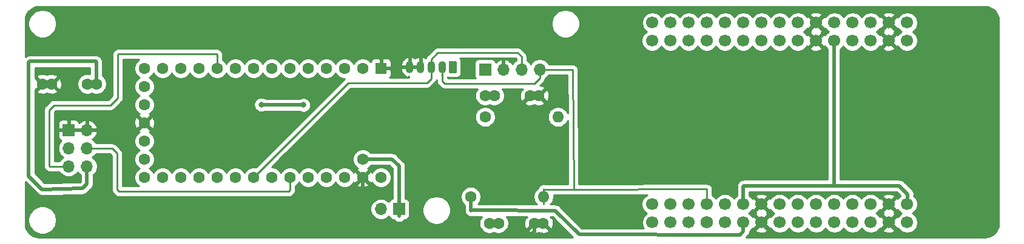
<source format=gbr>
G04 #@! TF.GenerationSoftware,KiCad,Pcbnew,(5.1.5)-3*
G04 #@! TF.CreationDate,2020-12-19T15:02:51+01:00*
G04 #@! TF.ProjectId,DNMS,444e4d53-2e6b-4696-9361-645f70636258,0.9.0*
G04 #@! TF.SameCoordinates,Original*
G04 #@! TF.FileFunction,Copper,L1,Top*
G04 #@! TF.FilePolarity,Positive*
%FSLAX46Y46*%
G04 Gerber Fmt 4.6, Leading zero omitted, Abs format (unit mm)*
G04 Created by KiCad (PCBNEW (5.1.5)-3) date 2020-12-19 15:02:51*
%MOMM*%
%LPD*%
G04 APERTURE LIST*
%ADD10C,1.700000*%
%ADD11C,1.740000*%
%ADD12O,1.700000X1.700000*%
%ADD13R,1.700000X1.700000*%
%ADD14C,1.600000*%
%ADD15O,1.100000X1.700000*%
%ADD16C,0.100000*%
%ADD17R,1.600000X1.600000*%
%ADD18O,1.600000X1.600000*%
%ADD19C,0.800000*%
%ADD20C,0.500000*%
%ADD21C,0.250000*%
%ADD22C,0.254000*%
G04 APERTURE END LIST*
D10*
X149143720Y-87723980D03*
X151683720Y-87723980D03*
X154223720Y-87723980D03*
D11*
X156763720Y-87723980D03*
D10*
X159303720Y-87723980D03*
X161843720Y-87723980D03*
X164383720Y-87723980D03*
X166923720Y-87723980D03*
X169463720Y-87723980D03*
X172003720Y-87723980D03*
X174543720Y-87723980D03*
X177083720Y-87723980D03*
X179623720Y-87723980D03*
X182163720Y-87723980D03*
X184703720Y-87723980D03*
X184703720Y-59783980D03*
X182163720Y-59783980D03*
X179623720Y-59783980D03*
X177083720Y-59783980D03*
X174543720Y-59783980D03*
X172003720Y-59783980D03*
X169463720Y-59783980D03*
X166923720Y-59783980D03*
X164383720Y-59783980D03*
X161843720Y-59783980D03*
X159303720Y-59783980D03*
X156763720Y-59783980D03*
X154223720Y-59783980D03*
X151683720Y-59783980D03*
X149143720Y-59783980D03*
X151648160Y-85163660D03*
X156728160Y-85163660D03*
X154188160Y-85163660D03*
X174508160Y-85163660D03*
X171968160Y-85163660D03*
X166888160Y-85163660D03*
X169428160Y-85163660D03*
X184668160Y-85163660D03*
X164348160Y-85163660D03*
X159268160Y-85163660D03*
X161808160Y-85163660D03*
X177048160Y-85163660D03*
X182128160Y-85163660D03*
X179588160Y-85163660D03*
X149108160Y-85163660D03*
X184668160Y-62303660D03*
X182128160Y-62303660D03*
X179588160Y-62303660D03*
X177048160Y-62303660D03*
X174508160Y-62303660D03*
X171968160Y-62303660D03*
X169428160Y-62303660D03*
X166888160Y-62303660D03*
X164348160Y-62303660D03*
X161808160Y-62303660D03*
X159268160Y-62303660D03*
X156728160Y-62303660D03*
X154188160Y-62303660D03*
X151648160Y-62303660D03*
X149108160Y-62303660D03*
D12*
X70205600Y-79870300D03*
X67665600Y-79870300D03*
X70205600Y-77330300D03*
X67665600Y-77330300D03*
X70205600Y-74790300D03*
D13*
X67665600Y-74790300D03*
D14*
X132648020Y-87823800D03*
X127648020Y-87823800D03*
X126398020Y-87823800D03*
X133898020Y-87823800D03*
X132055440Y-69976380D03*
X127055440Y-69976380D03*
X125805440Y-69976380D03*
X133305440Y-69976380D03*
X65281480Y-68351400D03*
X70281480Y-68351400D03*
X71531480Y-68351400D03*
X64031480Y-68351400D03*
D15*
X115276880Y-65990480D03*
X116776880Y-65990480D03*
X118276880Y-65990480D03*
X119776880Y-65990480D03*
G04 #@! TA.AperFunction,ComponentPad*
D16*
G36*
X121681029Y-65141259D02*
G01*
X121696726Y-65143587D01*
X121712119Y-65147443D01*
X121727060Y-65152789D01*
X121741405Y-65159573D01*
X121755016Y-65167731D01*
X121767761Y-65177184D01*
X121779519Y-65187841D01*
X121790176Y-65199599D01*
X121799629Y-65212344D01*
X121807787Y-65225955D01*
X121814571Y-65240300D01*
X121819917Y-65255241D01*
X121823773Y-65270634D01*
X121826101Y-65286331D01*
X121826880Y-65302180D01*
X121826880Y-66678780D01*
X121826101Y-66694629D01*
X121823773Y-66710326D01*
X121819917Y-66725719D01*
X121814571Y-66740660D01*
X121807787Y-66755005D01*
X121799629Y-66768616D01*
X121790176Y-66781361D01*
X121779519Y-66793119D01*
X121767761Y-66803776D01*
X121755016Y-66813229D01*
X121741405Y-66821387D01*
X121727060Y-66828171D01*
X121712119Y-66833517D01*
X121696726Y-66837373D01*
X121681029Y-66839701D01*
X121665180Y-66840480D01*
X120888580Y-66840480D01*
X120872731Y-66839701D01*
X120857034Y-66837373D01*
X120841641Y-66833517D01*
X120826700Y-66828171D01*
X120812355Y-66821387D01*
X120798744Y-66813229D01*
X120785999Y-66803776D01*
X120774241Y-66793119D01*
X120763584Y-66781361D01*
X120754131Y-66768616D01*
X120745973Y-66755005D01*
X120739189Y-66740660D01*
X120733843Y-66725719D01*
X120729987Y-66710326D01*
X120727659Y-66694629D01*
X120726880Y-66678780D01*
X120726880Y-65302180D01*
X120727659Y-65286331D01*
X120729987Y-65270634D01*
X120733843Y-65255241D01*
X120739189Y-65240300D01*
X120745973Y-65225955D01*
X120754131Y-65212344D01*
X120763584Y-65199599D01*
X120774241Y-65187841D01*
X120785999Y-65177184D01*
X120798744Y-65167731D01*
X120812355Y-65159573D01*
X120826700Y-65152789D01*
X120841641Y-65147443D01*
X120857034Y-65143587D01*
X120872731Y-65141259D01*
X120888580Y-65140480D01*
X121665180Y-65140480D01*
X121681029Y-65141259D01*
G37*
G04 #@! TD.AperFunction*
D17*
X111267240Y-66171500D03*
D14*
X108727240Y-66171500D03*
X106187240Y-66171500D03*
X103647240Y-66171500D03*
X101107240Y-66171500D03*
X98567240Y-66171500D03*
X96027240Y-66171500D03*
X93487240Y-66171500D03*
X90947240Y-66171500D03*
X88407240Y-66171500D03*
X85867240Y-66171500D03*
X83327240Y-66171500D03*
X80787240Y-66171500D03*
X108727240Y-78871500D03*
X111267240Y-81411500D03*
X108727240Y-81411500D03*
X106187240Y-81411500D03*
X103647240Y-81411500D03*
X101107240Y-81411500D03*
X98567240Y-81411500D03*
X96027240Y-81411500D03*
X93487240Y-81411500D03*
X90947240Y-81411500D03*
X88407240Y-81411500D03*
X85867240Y-81411500D03*
X83327240Y-81411500D03*
X80787240Y-81411500D03*
X78247240Y-66171500D03*
X78247240Y-68711500D03*
X78247240Y-71251500D03*
X78247240Y-81411500D03*
X78247240Y-78871500D03*
X78247240Y-76331500D03*
X78247240Y-73791500D03*
D18*
X133950200Y-84107780D03*
D14*
X123790200Y-84107780D03*
D18*
X135950200Y-72977260D03*
D14*
X125790200Y-72977260D03*
D12*
X133410200Y-66320560D03*
X130870200Y-66320560D03*
X128330200Y-66320560D03*
D13*
X125790200Y-66320560D03*
D12*
X111252000Y-85833960D03*
D13*
X113792000Y-85833960D03*
D19*
X141607540Y-86024720D03*
X193421000Y-59949080D03*
X101429820Y-77602080D03*
X94554620Y-71251500D03*
X100444300Y-71297800D03*
D20*
X132648020Y-88955170D02*
X132648020Y-87823800D01*
X131932810Y-89670380D02*
X132648020Y-88955170D01*
X108724700Y-89517980D02*
X108877100Y-89670380D01*
X108727240Y-81411500D02*
X108727240Y-82542870D01*
X108877100Y-89670380D02*
X131932810Y-89670380D01*
X108727240Y-82542870D02*
X108724700Y-82545410D01*
X108724700Y-82545410D02*
X108724700Y-89517980D01*
X161843720Y-87723980D02*
X161843720Y-88926061D01*
X160906460Y-89428420D02*
X138907520Y-89397940D01*
X135354060Y-86063580D02*
X125354080Y-86025480D01*
X161808160Y-85163660D02*
X161808160Y-82671920D01*
X161808160Y-82671920D02*
X161881820Y-82598260D01*
X183601360Y-82598260D02*
X184769760Y-83766660D01*
X184769760Y-83766660D02*
X184668160Y-85163660D01*
X174490380Y-63523521D02*
X174490380Y-82598260D01*
X174508160Y-63505741D02*
X174490380Y-63523521D01*
X161881820Y-82598260D02*
X174490380Y-82598260D01*
X174508160Y-62303660D02*
X174508160Y-63505741D01*
X174490380Y-82598260D02*
X183601360Y-82598260D01*
X123790200Y-85239150D02*
X123802140Y-85251090D01*
X125354080Y-86025480D02*
X123824240Y-86025480D01*
X123802140Y-85251090D02*
X123802140Y-86047580D01*
X123790200Y-84107780D02*
X123790200Y-85239150D01*
X135573160Y-86063580D02*
X138907520Y-89397940D01*
X135354060Y-86063580D02*
X135573160Y-86063580D01*
X161341361Y-89428420D02*
X161843720Y-88926061D01*
X160906460Y-89428420D02*
X161341361Y-89428420D01*
D21*
X156728160Y-85163660D02*
X156728160Y-83088480D01*
X156728160Y-83088480D02*
X156753560Y-83063080D01*
X133950200Y-83976410D02*
X133949440Y-83975650D01*
X133950200Y-85107780D02*
X133950200Y-83976410D01*
X156753560Y-83063080D02*
X137345420Y-83101180D01*
X133982460Y-83101180D02*
X133949440Y-83068160D01*
X137345420Y-83101180D02*
X133982460Y-83101180D01*
X133949440Y-83975650D02*
X133949440Y-83068160D01*
X119776880Y-67090480D02*
X119766080Y-67101280D01*
X119776880Y-65990480D02*
X119776880Y-67090480D01*
X134646681Y-66354960D02*
X138010900Y-66354960D01*
X134612281Y-66320560D02*
X134646681Y-66354960D01*
X133410200Y-66320560D02*
X134612281Y-66320560D01*
X138010900Y-66354960D02*
X138145420Y-83101180D01*
X132647481Y-68285360D02*
X132133340Y-68285360D01*
X133410200Y-67522641D02*
X132647481Y-68285360D01*
X125123960Y-68303520D02*
X132133340Y-68285360D01*
X133410200Y-66320560D02*
X133410200Y-67522641D01*
X132133340Y-68285360D02*
X132302000Y-68303520D01*
X119776880Y-67948180D02*
X120134380Y-68305680D01*
X119776880Y-67090480D02*
X119776880Y-67948180D01*
X120134380Y-68305680D02*
X125121420Y-68306060D01*
D20*
X130870200Y-66320560D02*
X130870200Y-66347100D01*
X130870200Y-66347100D02*
X130818640Y-66398660D01*
D21*
X130818640Y-66398660D02*
X130870200Y-66522641D01*
X118276880Y-67602860D02*
X118276880Y-65990480D01*
X94287239Y-80611501D02*
X94287239Y-80601921D01*
X117668040Y-68211700D02*
X118276880Y-67602860D01*
X93487240Y-81411500D02*
X94287239Y-80611501D01*
X106677460Y-68211700D02*
X117668040Y-68211700D01*
X94287239Y-80601921D02*
X106677460Y-68211700D01*
X119159360Y-64008000D02*
X130352800Y-64008000D01*
X130870200Y-64525400D02*
X130870200Y-66320560D01*
X130352800Y-64008000D02*
X130870200Y-64525400D01*
X118276880Y-65990480D02*
X118276880Y-64890480D01*
X118276880Y-64890480D02*
X119159360Y-64008000D01*
X88331040Y-64378840D02*
X88407240Y-64455040D01*
X67665600Y-79870300D02*
X65001140Y-79870300D01*
X65001140Y-79870300D02*
X64937640Y-79806800D01*
X64937640Y-79806800D02*
X64937640Y-71988680D01*
X64937640Y-71988680D02*
X65595500Y-71330820D01*
X65595500Y-71330820D02*
X73512680Y-71330820D01*
X73512680Y-71330820D02*
X74528680Y-70314820D01*
X74528680Y-70314820D02*
X74528680Y-64226440D01*
X74528680Y-64226440D02*
X74579480Y-64175640D01*
X74579480Y-64175640D02*
X88331040Y-64175640D01*
X88407240Y-64251840D02*
X88407240Y-65163700D01*
X88331040Y-64175640D02*
X88407240Y-64251840D01*
X88407240Y-64455040D02*
X88407240Y-65163700D01*
X88407240Y-65163700D02*
X88407240Y-66171500D01*
X98567240Y-83195160D02*
X98567240Y-81411500D01*
X98379280Y-83383120D02*
X98567240Y-83195160D01*
X74681080Y-83383120D02*
X98379280Y-83383120D01*
X70205600Y-77330300D02*
X71407681Y-77330300D01*
X71473721Y-77396340D02*
X73769220Y-77396340D01*
X73769220Y-77396340D02*
X74427080Y-78054200D01*
X74427080Y-78054200D02*
X74427080Y-83129120D01*
X71407681Y-77330300D02*
X71473721Y-77396340D01*
X74427080Y-83129120D02*
X74681080Y-83383120D01*
X149143720Y-62318900D02*
X149141180Y-62321440D01*
D20*
X70205600Y-82351880D02*
X70205600Y-79870300D01*
X69606160Y-82951320D02*
X70205600Y-82351880D01*
X62100460Y-81226660D02*
X63947040Y-83073240D01*
X62100460Y-65349120D02*
X62100460Y-81226660D01*
X62260480Y-65189100D02*
X62100460Y-65349120D01*
X71531480Y-68351400D02*
X71531480Y-65237360D01*
X63947040Y-83073240D02*
X69606160Y-82951320D01*
X71531480Y-65237360D02*
X71483220Y-65189100D01*
X71483220Y-65189100D02*
X62260480Y-65189100D01*
X95120305Y-71251500D02*
X95166605Y-71297800D01*
X94554620Y-71251500D02*
X95120305Y-71251500D01*
X95166605Y-71297800D02*
X100444300Y-71297800D01*
X100444300Y-71297800D02*
X100596700Y-71297800D01*
X108727240Y-78871500D02*
X112810980Y-78871500D01*
X112810980Y-78871500D02*
X113792000Y-79852520D01*
X113792000Y-79852520D02*
X113792000Y-86833960D01*
D22*
G36*
X137300129Y-72486444D02*
G01*
X137221880Y-72297533D01*
X137064837Y-72062501D01*
X136864959Y-71862623D01*
X136629927Y-71705580D01*
X136368774Y-71597407D01*
X136091535Y-71542260D01*
X135808865Y-71542260D01*
X135531626Y-71597407D01*
X135270473Y-71705580D01*
X135035441Y-71862623D01*
X134835563Y-72062501D01*
X134678520Y-72297533D01*
X134570347Y-72558686D01*
X134515200Y-72835925D01*
X134515200Y-73118595D01*
X134570347Y-73395834D01*
X134678520Y-73656987D01*
X134835563Y-73892019D01*
X135035441Y-74091897D01*
X135270473Y-74248940D01*
X135531626Y-74357113D01*
X135808865Y-74412260D01*
X136091535Y-74412260D01*
X136368774Y-74357113D01*
X136629927Y-74248940D01*
X136864959Y-74091897D01*
X137064837Y-73892019D01*
X137221880Y-73656987D01*
X137307865Y-73449402D01*
X137379291Y-82341112D01*
X137344802Y-82341180D01*
X134171027Y-82341180D01*
X134098426Y-82319157D01*
X133949440Y-82304483D01*
X133800455Y-82319157D01*
X133673941Y-82357534D01*
X133657194Y-82362614D01*
X133525164Y-82433186D01*
X133409439Y-82528159D01*
X133314466Y-82643884D01*
X133243894Y-82775914D01*
X133214712Y-82872118D01*
X133214240Y-82873673D01*
X133035441Y-82993143D01*
X132835563Y-83193021D01*
X132678520Y-83428053D01*
X132570347Y-83689206D01*
X132515200Y-83966445D01*
X132515200Y-84249115D01*
X132570347Y-84526354D01*
X132678520Y-84787507D01*
X132835563Y-85022539D01*
X132982563Y-85169539D01*
X125399241Y-85140646D01*
X125397557Y-85140480D01*
X125355707Y-85140480D01*
X125313976Y-85140321D01*
X125312296Y-85140480D01*
X124786896Y-85140480D01*
X124904837Y-85022539D01*
X125061880Y-84787507D01*
X125170053Y-84526354D01*
X125225200Y-84249115D01*
X125225200Y-83966445D01*
X125170053Y-83689206D01*
X125061880Y-83428053D01*
X124904837Y-83193021D01*
X124704959Y-82993143D01*
X124469927Y-82836100D01*
X124208774Y-82727927D01*
X123931535Y-82672780D01*
X123648865Y-82672780D01*
X123371626Y-82727927D01*
X123110473Y-82836100D01*
X122875441Y-82993143D01*
X122675563Y-83193021D01*
X122518520Y-83428053D01*
X122410347Y-83689206D01*
X122355200Y-83966445D01*
X122355200Y-84249115D01*
X122410347Y-84526354D01*
X122518520Y-84787507D01*
X122675563Y-85022539D01*
X122875441Y-85222417D01*
X122900950Y-85239461D01*
X122917140Y-85403857D01*
X122917140Y-86091057D01*
X122929946Y-86221070D01*
X122980552Y-86387893D01*
X123062730Y-86541639D01*
X123173324Y-86676397D01*
X123308082Y-86786991D01*
X123461828Y-86869169D01*
X123628651Y-86919775D01*
X123802140Y-86936862D01*
X123975630Y-86919775D01*
X124006271Y-86910480D01*
X125282421Y-86910480D01*
X125126340Y-87144073D01*
X125018167Y-87405226D01*
X124963020Y-87682465D01*
X124963020Y-87965135D01*
X125018167Y-88242374D01*
X125126340Y-88503527D01*
X125283383Y-88738559D01*
X125483261Y-88938437D01*
X125718293Y-89095480D01*
X125979446Y-89203653D01*
X126256685Y-89258800D01*
X126539355Y-89258800D01*
X126816594Y-89203653D01*
X127023020Y-89118149D01*
X127229446Y-89203653D01*
X127506685Y-89258800D01*
X127789355Y-89258800D01*
X128066594Y-89203653D01*
X128327747Y-89095480D01*
X128562779Y-88938437D01*
X128762657Y-88738559D01*
X128919700Y-88503527D01*
X129027873Y-88242374D01*
X129083020Y-87965135D01*
X129083020Y-87682465D01*
X129027873Y-87405226D01*
X128919700Y-87144073D01*
X128772324Y-86923509D01*
X131578815Y-86934202D01*
X131655316Y-87010703D01*
X131411349Y-87082286D01*
X131290449Y-87337796D01*
X131221720Y-87611984D01*
X131207803Y-87894312D01*
X131249233Y-88173930D01*
X131344417Y-88440092D01*
X131411349Y-88565314D01*
X131655318Y-88636897D01*
X132460909Y-87831306D01*
X132457803Y-87894312D01*
X132496428Y-88154997D01*
X131834923Y-88816502D01*
X131906506Y-89060471D01*
X132162016Y-89181371D01*
X132436204Y-89250100D01*
X132718532Y-89264017D01*
X132998150Y-89222587D01*
X133264312Y-89127403D01*
X133280112Y-89118958D01*
X133412016Y-89181371D01*
X133686204Y-89250100D01*
X133968532Y-89264017D01*
X134248150Y-89222587D01*
X134514312Y-89127403D01*
X134639534Y-89060471D01*
X134711117Y-88816502D01*
X134045441Y-88150826D01*
X134074320Y-88035616D01*
X134084426Y-87830601D01*
X134890722Y-88636897D01*
X135134691Y-88565314D01*
X135255591Y-88309804D01*
X135324320Y-88035616D01*
X135338237Y-87753288D01*
X135296807Y-87473670D01*
X135201623Y-87207508D01*
X135134691Y-87082286D01*
X134890724Y-87010703D01*
X134954364Y-86947063D01*
X135206024Y-86948022D01*
X138038001Y-89780000D01*
X63532279Y-89780000D01*
X63135455Y-89741091D01*
X62784794Y-89635220D01*
X62461377Y-89463257D01*
X62177518Y-89231748D01*
X61944035Y-88949514D01*
X61769816Y-88627304D01*
X61661498Y-88277385D01*
X61620000Y-87882557D01*
X61620000Y-87196495D01*
X62023000Y-87196495D01*
X62023000Y-87587505D01*
X62099282Y-87971003D01*
X62248915Y-88332250D01*
X62466149Y-88657364D01*
X62742636Y-88933851D01*
X63067750Y-89151085D01*
X63428997Y-89300718D01*
X63812495Y-89377000D01*
X64203505Y-89377000D01*
X64587003Y-89300718D01*
X64948250Y-89151085D01*
X65273364Y-88933851D01*
X65549851Y-88657364D01*
X65767085Y-88332250D01*
X65916718Y-87971003D01*
X65993000Y-87587505D01*
X65993000Y-87196495D01*
X65916718Y-86812997D01*
X65767085Y-86451750D01*
X65549851Y-86126636D01*
X65273364Y-85850149D01*
X64948250Y-85632915D01*
X64587003Y-85483282D01*
X64203505Y-85407000D01*
X63812495Y-85407000D01*
X63428997Y-85483282D01*
X63067750Y-85632915D01*
X62742636Y-85850149D01*
X62466149Y-86126636D01*
X62248915Y-86451750D01*
X62099282Y-86812997D01*
X62023000Y-87196495D01*
X61620000Y-87196495D01*
X61620000Y-81997778D01*
X63297268Y-83675047D01*
X63331913Y-83715455D01*
X63392944Y-83763380D01*
X63452980Y-83812650D01*
X63461463Y-83817184D01*
X63469022Y-83823120D01*
X63538246Y-83858225D01*
X63606726Y-83894828D01*
X63615928Y-83897619D01*
X63624503Y-83901968D01*
X63699259Y-83922898D01*
X63773549Y-83945434D01*
X63783117Y-83946376D01*
X63792377Y-83948969D01*
X63869810Y-83954915D01*
X63947039Y-83962521D01*
X64000008Y-83957304D01*
X69572202Y-83837257D01*
X69606160Y-83840601D01*
X69659135Y-83835384D01*
X69668688Y-83835178D01*
X69702388Y-83831124D01*
X69779650Y-83823515D01*
X69788855Y-83820723D01*
X69798395Y-83819575D01*
X69872174Y-83795447D01*
X69946473Y-83772908D01*
X69954950Y-83768377D01*
X69964090Y-83765388D01*
X70031754Y-83727325D01*
X70100219Y-83690730D01*
X70107652Y-83684630D01*
X70116030Y-83679917D01*
X70174960Y-83629391D01*
X70201206Y-83607852D01*
X70207960Y-83601098D01*
X70248375Y-83566447D01*
X70269451Y-83539607D01*
X70800650Y-83008409D01*
X70834417Y-82980697D01*
X70884908Y-82919175D01*
X70940269Y-82851717D01*
X70945011Y-82845939D01*
X71027189Y-82692193D01*
X71077795Y-82525370D01*
X71090600Y-82395357D01*
X71090600Y-82395347D01*
X71094881Y-82351881D01*
X71090600Y-82308415D01*
X71090600Y-81064956D01*
X71152232Y-81023775D01*
X71359075Y-80816932D01*
X71521590Y-80573711D01*
X71633532Y-80303458D01*
X71690600Y-80016560D01*
X71690600Y-79724040D01*
X71633532Y-79437142D01*
X71521590Y-79166889D01*
X71359075Y-78923668D01*
X71152232Y-78716825D01*
X70977840Y-78600300D01*
X71152232Y-78483775D01*
X71359075Y-78276932D01*
X71439451Y-78156641D01*
X71473721Y-78160016D01*
X71511046Y-78156340D01*
X73454419Y-78156340D01*
X73667080Y-78369002D01*
X73667081Y-83091788D01*
X73663404Y-83129120D01*
X73667081Y-83166453D01*
X73678078Y-83278106D01*
X73684943Y-83300737D01*
X73721534Y-83421366D01*
X73792106Y-83553396D01*
X73860575Y-83636825D01*
X73887080Y-83669121D01*
X73916078Y-83692919D01*
X74117276Y-83894117D01*
X74141079Y-83923121D01*
X74256804Y-84018094D01*
X74388833Y-84088666D01*
X74532094Y-84132123D01*
X74643747Y-84143120D01*
X74643756Y-84143120D01*
X74681079Y-84146796D01*
X74718402Y-84143120D01*
X98341958Y-84143120D01*
X98379280Y-84146796D01*
X98416602Y-84143120D01*
X98416613Y-84143120D01*
X98528266Y-84132123D01*
X98671527Y-84088666D01*
X98803556Y-84018094D01*
X98919281Y-83923121D01*
X98943084Y-83894117D01*
X99078238Y-83758963D01*
X99107241Y-83735161D01*
X99202214Y-83619436D01*
X99272786Y-83487407D01*
X99316243Y-83344146D01*
X99327240Y-83232493D01*
X99327240Y-83232492D01*
X99330917Y-83195160D01*
X99327240Y-83157827D01*
X99327240Y-82629543D01*
X99481999Y-82526137D01*
X99681877Y-82326259D01*
X99837240Y-82093741D01*
X99992603Y-82326259D01*
X100192481Y-82526137D01*
X100427513Y-82683180D01*
X100688666Y-82791353D01*
X100965905Y-82846500D01*
X101248575Y-82846500D01*
X101525814Y-82791353D01*
X101786967Y-82683180D01*
X102021999Y-82526137D01*
X102221877Y-82326259D01*
X102377240Y-82093741D01*
X102532603Y-82326259D01*
X102732481Y-82526137D01*
X102967513Y-82683180D01*
X103228666Y-82791353D01*
X103505905Y-82846500D01*
X103788575Y-82846500D01*
X104065814Y-82791353D01*
X104326967Y-82683180D01*
X104561999Y-82526137D01*
X104761877Y-82326259D01*
X104917240Y-82093741D01*
X105072603Y-82326259D01*
X105272481Y-82526137D01*
X105507513Y-82683180D01*
X105768666Y-82791353D01*
X106045905Y-82846500D01*
X106328575Y-82846500D01*
X106605814Y-82791353D01*
X106866967Y-82683180D01*
X107101999Y-82526137D01*
X107223934Y-82404202D01*
X107914143Y-82404202D01*
X107985726Y-82648171D01*
X108241236Y-82769071D01*
X108515424Y-82837800D01*
X108797752Y-82851717D01*
X109077370Y-82810287D01*
X109343532Y-82715103D01*
X109468754Y-82648171D01*
X109540337Y-82404202D01*
X108727240Y-81591105D01*
X107914143Y-82404202D01*
X107223934Y-82404202D01*
X107301877Y-82326259D01*
X107458155Y-82092372D01*
X107490569Y-82153014D01*
X107734538Y-82224597D01*
X108547635Y-81411500D01*
X108906845Y-81411500D01*
X109719942Y-82224597D01*
X109963911Y-82153014D01*
X109994434Y-82088508D01*
X109995560Y-82091227D01*
X110152603Y-82326259D01*
X110352481Y-82526137D01*
X110587513Y-82683180D01*
X110848666Y-82791353D01*
X111125905Y-82846500D01*
X111408575Y-82846500D01*
X111685814Y-82791353D01*
X111946967Y-82683180D01*
X112181999Y-82526137D01*
X112381877Y-82326259D01*
X112538920Y-82091227D01*
X112647093Y-81830074D01*
X112702240Y-81552835D01*
X112702240Y-81270165D01*
X112647093Y-80992926D01*
X112538920Y-80731773D01*
X112381877Y-80496741D01*
X112181999Y-80296863D01*
X111946967Y-80139820D01*
X111685814Y-80031647D01*
X111408575Y-79976500D01*
X111125905Y-79976500D01*
X110848666Y-80031647D01*
X110587513Y-80139820D01*
X110352481Y-80296863D01*
X110152603Y-80496741D01*
X109996325Y-80730628D01*
X109963911Y-80669986D01*
X109719942Y-80598403D01*
X108906845Y-81411500D01*
X108547635Y-81411500D01*
X107734538Y-80598403D01*
X107490569Y-80669986D01*
X107460046Y-80734492D01*
X107458920Y-80731773D01*
X107301877Y-80496741D01*
X107101999Y-80296863D01*
X106866967Y-80139820D01*
X106605814Y-80031647D01*
X106328575Y-79976500D01*
X106045905Y-79976500D01*
X105768666Y-80031647D01*
X105507513Y-80139820D01*
X105272481Y-80296863D01*
X105072603Y-80496741D01*
X104917240Y-80729259D01*
X104761877Y-80496741D01*
X104561999Y-80296863D01*
X104326967Y-80139820D01*
X104065814Y-80031647D01*
X103788575Y-79976500D01*
X103505905Y-79976500D01*
X103228666Y-80031647D01*
X102967513Y-80139820D01*
X102732481Y-80296863D01*
X102532603Y-80496741D01*
X102377240Y-80729259D01*
X102221877Y-80496741D01*
X102021999Y-80296863D01*
X101786967Y-80139820D01*
X101525814Y-80031647D01*
X101248575Y-79976500D01*
X100965905Y-79976500D01*
X100688666Y-80031647D01*
X100427513Y-80139820D01*
X100192481Y-80296863D01*
X99992603Y-80496741D01*
X99837240Y-80729259D01*
X99681877Y-80496741D01*
X99481999Y-80296863D01*
X99246967Y-80139820D01*
X98985814Y-80031647D01*
X98708575Y-79976500D01*
X98425905Y-79976500D01*
X98148666Y-80031647D01*
X97887513Y-80139820D01*
X97652481Y-80296863D01*
X97452603Y-80496741D01*
X97297240Y-80729259D01*
X97141877Y-80496741D01*
X96941999Y-80296863D01*
X96706967Y-80139820D01*
X96445814Y-80031647D01*
X96168575Y-79976500D01*
X95987461Y-79976500D01*
X97233796Y-78730165D01*
X107292240Y-78730165D01*
X107292240Y-79012835D01*
X107347387Y-79290074D01*
X107455560Y-79551227D01*
X107612603Y-79786259D01*
X107812481Y-79986137D01*
X108046368Y-80142415D01*
X107985726Y-80174829D01*
X107914143Y-80418798D01*
X108727240Y-81231895D01*
X109540337Y-80418798D01*
X109468754Y-80174829D01*
X109404248Y-80144306D01*
X109406967Y-80143180D01*
X109641999Y-79986137D01*
X109841877Y-79786259D01*
X109861761Y-79756500D01*
X112444402Y-79756500D01*
X112907000Y-80219099D01*
X112907001Y-84349335D01*
X112817518Y-84358148D01*
X112697820Y-84394458D01*
X112587506Y-84453423D01*
X112490815Y-84532775D01*
X112411463Y-84629466D01*
X112352498Y-84739780D01*
X112330487Y-84812340D01*
X112198632Y-84680485D01*
X111955411Y-84517970D01*
X111685158Y-84406028D01*
X111398260Y-84348960D01*
X111105740Y-84348960D01*
X110818842Y-84406028D01*
X110548589Y-84517970D01*
X110305368Y-84680485D01*
X110098525Y-84887328D01*
X109936010Y-85130549D01*
X109824068Y-85400802D01*
X109767000Y-85687700D01*
X109767000Y-85980220D01*
X109824068Y-86267118D01*
X109936010Y-86537371D01*
X110098525Y-86780592D01*
X110305368Y-86987435D01*
X110548589Y-87149950D01*
X110818842Y-87261892D01*
X111105740Y-87318960D01*
X111398260Y-87318960D01*
X111685158Y-87261892D01*
X111955411Y-87149950D01*
X112198632Y-86987435D01*
X112330487Y-86855580D01*
X112352498Y-86928140D01*
X112411463Y-87038454D01*
X112490815Y-87135145D01*
X112587506Y-87214497D01*
X112697820Y-87273462D01*
X112817518Y-87309772D01*
X112942000Y-87322032D01*
X113049390Y-87322032D01*
X113052590Y-87328019D01*
X113163184Y-87462777D01*
X113297942Y-87573371D01*
X113451688Y-87655549D01*
X113618511Y-87706155D01*
X113792000Y-87723242D01*
X113965490Y-87706155D01*
X114132313Y-87655549D01*
X114286059Y-87573371D01*
X114420817Y-87462777D01*
X114531411Y-87328019D01*
X114534611Y-87322032D01*
X114642000Y-87322032D01*
X114766482Y-87309772D01*
X114886180Y-87273462D01*
X114996494Y-87214497D01*
X115093185Y-87135145D01*
X115172537Y-87038454D01*
X115231502Y-86928140D01*
X115267812Y-86808442D01*
X115280072Y-86683960D01*
X115280072Y-85804495D01*
X117015000Y-85804495D01*
X117015000Y-86195505D01*
X117091282Y-86579003D01*
X117240915Y-86940250D01*
X117458149Y-87265364D01*
X117734636Y-87541851D01*
X118059750Y-87759085D01*
X118420997Y-87908718D01*
X118804495Y-87985000D01*
X119195505Y-87985000D01*
X119579003Y-87908718D01*
X119940250Y-87759085D01*
X120265364Y-87541851D01*
X120541851Y-87265364D01*
X120759085Y-86940250D01*
X120908718Y-86579003D01*
X120985000Y-86195505D01*
X120985000Y-85804495D01*
X120908718Y-85420997D01*
X120759085Y-85059750D01*
X120541851Y-84734636D01*
X120265364Y-84458149D01*
X119940250Y-84240915D01*
X119579003Y-84091282D01*
X119195505Y-84015000D01*
X118804495Y-84015000D01*
X118420997Y-84091282D01*
X118059750Y-84240915D01*
X117734636Y-84458149D01*
X117458149Y-84734636D01*
X117240915Y-85059750D01*
X117091282Y-85420997D01*
X117015000Y-85804495D01*
X115280072Y-85804495D01*
X115280072Y-84983960D01*
X115267812Y-84859478D01*
X115231502Y-84739780D01*
X115172537Y-84629466D01*
X115093185Y-84532775D01*
X114996494Y-84453423D01*
X114886180Y-84394458D01*
X114766482Y-84358148D01*
X114677000Y-84349335D01*
X114677000Y-79895989D01*
X114681281Y-79852520D01*
X114677000Y-79809051D01*
X114677000Y-79809043D01*
X114664195Y-79679030D01*
X114613589Y-79512207D01*
X114531411Y-79358461D01*
X114475287Y-79290074D01*
X114448532Y-79257473D01*
X114448530Y-79257471D01*
X114420817Y-79223703D01*
X114387050Y-79195991D01*
X113467514Y-78276456D01*
X113439797Y-78242683D01*
X113305039Y-78132089D01*
X113151293Y-78049911D01*
X112984470Y-77999305D01*
X112854457Y-77986500D01*
X112854449Y-77986500D01*
X112810980Y-77982219D01*
X112767511Y-77986500D01*
X109861761Y-77986500D01*
X109841877Y-77956741D01*
X109641999Y-77756863D01*
X109406967Y-77599820D01*
X109145814Y-77491647D01*
X108868575Y-77436500D01*
X108585905Y-77436500D01*
X108308666Y-77491647D01*
X108047513Y-77599820D01*
X107812481Y-77756863D01*
X107612603Y-77956741D01*
X107455560Y-78191773D01*
X107347387Y-78452926D01*
X107292240Y-78730165D01*
X97233796Y-78730165D01*
X103128036Y-72835925D01*
X124355200Y-72835925D01*
X124355200Y-73118595D01*
X124410347Y-73395834D01*
X124518520Y-73656987D01*
X124675563Y-73892019D01*
X124875441Y-74091897D01*
X125110473Y-74248940D01*
X125371626Y-74357113D01*
X125648865Y-74412260D01*
X125931535Y-74412260D01*
X126208774Y-74357113D01*
X126469927Y-74248940D01*
X126704959Y-74091897D01*
X126904837Y-73892019D01*
X127061880Y-73656987D01*
X127170053Y-73395834D01*
X127225200Y-73118595D01*
X127225200Y-72835925D01*
X127170053Y-72558686D01*
X127061880Y-72297533D01*
X126904837Y-72062501D01*
X126704959Y-71862623D01*
X126469927Y-71705580D01*
X126208774Y-71597407D01*
X125931535Y-71542260D01*
X125648865Y-71542260D01*
X125371626Y-71597407D01*
X125110473Y-71705580D01*
X124875441Y-71862623D01*
X124675563Y-72062501D01*
X124518520Y-72297533D01*
X124410347Y-72558686D01*
X124355200Y-72835925D01*
X103128036Y-72835925D01*
X106992262Y-68971700D01*
X117630718Y-68971700D01*
X117668040Y-68975376D01*
X117705362Y-68971700D01*
X117705373Y-68971700D01*
X117817026Y-68960703D01*
X117960287Y-68917246D01*
X118092316Y-68846674D01*
X118208041Y-68751701D01*
X118231843Y-68722698D01*
X118787884Y-68166658D01*
X118816881Y-68142861D01*
X118911854Y-68027136D01*
X118982426Y-67895107D01*
X119016880Y-67781525D01*
X119016880Y-67910858D01*
X119013204Y-67948180D01*
X119016880Y-67985502D01*
X119016880Y-67985513D01*
X119024485Y-68062715D01*
X119027878Y-68097165D01*
X119071334Y-68240426D01*
X119141906Y-68372456D01*
X119213081Y-68459182D01*
X119236880Y-68488181D01*
X119265878Y-68511979D01*
X119570560Y-68816661D01*
X119594338Y-68845639D01*
X119623357Y-68869458D01*
X119623378Y-68869479D01*
X119652811Y-68893634D01*
X119710056Y-68940621D01*
X119710082Y-68940635D01*
X119710104Y-68940653D01*
X119775065Y-68975376D01*
X119842080Y-69011203D01*
X119842107Y-69011211D01*
X119842133Y-69011225D01*
X119913321Y-69032819D01*
X119985337Y-69054671D01*
X119985366Y-69054674D01*
X119985393Y-69054682D01*
X120053228Y-69061363D01*
X120096990Y-69065677D01*
X120097026Y-69065677D01*
X120134379Y-69069356D01*
X120171674Y-69065683D01*
X124687860Y-69066026D01*
X124533760Y-69296653D01*
X124425587Y-69557806D01*
X124370440Y-69835045D01*
X124370440Y-70117715D01*
X124425587Y-70394954D01*
X124533760Y-70656107D01*
X124690803Y-70891139D01*
X124890681Y-71091017D01*
X125125713Y-71248060D01*
X125386866Y-71356233D01*
X125664105Y-71411380D01*
X125946775Y-71411380D01*
X126224014Y-71356233D01*
X126430440Y-71270729D01*
X126636866Y-71356233D01*
X126914105Y-71411380D01*
X127196775Y-71411380D01*
X127474014Y-71356233D01*
X127735167Y-71248060D01*
X127970199Y-71091017D01*
X128170077Y-70891139D01*
X128327120Y-70656107D01*
X128435293Y-70394954D01*
X128490440Y-70117715D01*
X128490440Y-69835045D01*
X128435293Y-69557806D01*
X128327120Y-69296653D01*
X128170077Y-69061621D01*
X128164102Y-69055646D01*
X130947886Y-69048433D01*
X131062736Y-69163283D01*
X130818769Y-69234866D01*
X130697869Y-69490376D01*
X130629140Y-69764564D01*
X130615223Y-70046892D01*
X130656653Y-70326510D01*
X130751837Y-70592672D01*
X130818769Y-70717894D01*
X131062738Y-70789477D01*
X131868329Y-69983886D01*
X131865223Y-70046892D01*
X131903848Y-70307577D01*
X131242343Y-70969082D01*
X131313926Y-71213051D01*
X131569436Y-71333951D01*
X131843624Y-71402680D01*
X132125952Y-71416597D01*
X132405570Y-71375167D01*
X132671732Y-71279983D01*
X132687532Y-71271538D01*
X132819436Y-71333951D01*
X133093624Y-71402680D01*
X133375952Y-71416597D01*
X133655570Y-71375167D01*
X133921732Y-71279983D01*
X134046954Y-71213051D01*
X134118537Y-70969082D01*
X133452861Y-70303406D01*
X133481740Y-70188196D01*
X133491846Y-69983181D01*
X134298142Y-70789477D01*
X134542111Y-70717894D01*
X134663011Y-70462384D01*
X134731740Y-70188196D01*
X134745657Y-69905868D01*
X134704227Y-69626250D01*
X134609043Y-69360088D01*
X134542111Y-69234866D01*
X134298142Y-69163283D01*
X133492551Y-69968874D01*
X133495657Y-69905868D01*
X133457032Y-69645183D01*
X134118537Y-68983678D01*
X134046954Y-68739709D01*
X133791444Y-68618809D01*
X133517256Y-68550080D01*
X133460367Y-68547276D01*
X133921202Y-68086440D01*
X133950201Y-68062642D01*
X134045174Y-67946917D01*
X134115746Y-67814888D01*
X134159203Y-67671627D01*
X134166113Y-67601469D01*
X134356832Y-67474035D01*
X134563675Y-67267192D01*
X134664082Y-67116922D01*
X134684004Y-67114960D01*
X137256981Y-67114960D01*
X137300129Y-72486444D01*
G37*
X137300129Y-72486444D02*
X137221880Y-72297533D01*
X137064837Y-72062501D01*
X136864959Y-71862623D01*
X136629927Y-71705580D01*
X136368774Y-71597407D01*
X136091535Y-71542260D01*
X135808865Y-71542260D01*
X135531626Y-71597407D01*
X135270473Y-71705580D01*
X135035441Y-71862623D01*
X134835563Y-72062501D01*
X134678520Y-72297533D01*
X134570347Y-72558686D01*
X134515200Y-72835925D01*
X134515200Y-73118595D01*
X134570347Y-73395834D01*
X134678520Y-73656987D01*
X134835563Y-73892019D01*
X135035441Y-74091897D01*
X135270473Y-74248940D01*
X135531626Y-74357113D01*
X135808865Y-74412260D01*
X136091535Y-74412260D01*
X136368774Y-74357113D01*
X136629927Y-74248940D01*
X136864959Y-74091897D01*
X137064837Y-73892019D01*
X137221880Y-73656987D01*
X137307865Y-73449402D01*
X137379291Y-82341112D01*
X137344802Y-82341180D01*
X134171027Y-82341180D01*
X134098426Y-82319157D01*
X133949440Y-82304483D01*
X133800455Y-82319157D01*
X133673941Y-82357534D01*
X133657194Y-82362614D01*
X133525164Y-82433186D01*
X133409439Y-82528159D01*
X133314466Y-82643884D01*
X133243894Y-82775914D01*
X133214712Y-82872118D01*
X133214240Y-82873673D01*
X133035441Y-82993143D01*
X132835563Y-83193021D01*
X132678520Y-83428053D01*
X132570347Y-83689206D01*
X132515200Y-83966445D01*
X132515200Y-84249115D01*
X132570347Y-84526354D01*
X132678520Y-84787507D01*
X132835563Y-85022539D01*
X132982563Y-85169539D01*
X125399241Y-85140646D01*
X125397557Y-85140480D01*
X125355707Y-85140480D01*
X125313976Y-85140321D01*
X125312296Y-85140480D01*
X124786896Y-85140480D01*
X124904837Y-85022539D01*
X125061880Y-84787507D01*
X125170053Y-84526354D01*
X125225200Y-84249115D01*
X125225200Y-83966445D01*
X125170053Y-83689206D01*
X125061880Y-83428053D01*
X124904837Y-83193021D01*
X124704959Y-82993143D01*
X124469927Y-82836100D01*
X124208774Y-82727927D01*
X123931535Y-82672780D01*
X123648865Y-82672780D01*
X123371626Y-82727927D01*
X123110473Y-82836100D01*
X122875441Y-82993143D01*
X122675563Y-83193021D01*
X122518520Y-83428053D01*
X122410347Y-83689206D01*
X122355200Y-83966445D01*
X122355200Y-84249115D01*
X122410347Y-84526354D01*
X122518520Y-84787507D01*
X122675563Y-85022539D01*
X122875441Y-85222417D01*
X122900950Y-85239461D01*
X122917140Y-85403857D01*
X122917140Y-86091057D01*
X122929946Y-86221070D01*
X122980552Y-86387893D01*
X123062730Y-86541639D01*
X123173324Y-86676397D01*
X123308082Y-86786991D01*
X123461828Y-86869169D01*
X123628651Y-86919775D01*
X123802140Y-86936862D01*
X123975630Y-86919775D01*
X124006271Y-86910480D01*
X125282421Y-86910480D01*
X125126340Y-87144073D01*
X125018167Y-87405226D01*
X124963020Y-87682465D01*
X124963020Y-87965135D01*
X125018167Y-88242374D01*
X125126340Y-88503527D01*
X125283383Y-88738559D01*
X125483261Y-88938437D01*
X125718293Y-89095480D01*
X125979446Y-89203653D01*
X126256685Y-89258800D01*
X126539355Y-89258800D01*
X126816594Y-89203653D01*
X127023020Y-89118149D01*
X127229446Y-89203653D01*
X127506685Y-89258800D01*
X127789355Y-89258800D01*
X128066594Y-89203653D01*
X128327747Y-89095480D01*
X128562779Y-88938437D01*
X128762657Y-88738559D01*
X128919700Y-88503527D01*
X129027873Y-88242374D01*
X129083020Y-87965135D01*
X129083020Y-87682465D01*
X129027873Y-87405226D01*
X128919700Y-87144073D01*
X128772324Y-86923509D01*
X131578815Y-86934202D01*
X131655316Y-87010703D01*
X131411349Y-87082286D01*
X131290449Y-87337796D01*
X131221720Y-87611984D01*
X131207803Y-87894312D01*
X131249233Y-88173930D01*
X131344417Y-88440092D01*
X131411349Y-88565314D01*
X131655318Y-88636897D01*
X132460909Y-87831306D01*
X132457803Y-87894312D01*
X132496428Y-88154997D01*
X131834923Y-88816502D01*
X131906506Y-89060471D01*
X132162016Y-89181371D01*
X132436204Y-89250100D01*
X132718532Y-89264017D01*
X132998150Y-89222587D01*
X133264312Y-89127403D01*
X133280112Y-89118958D01*
X133412016Y-89181371D01*
X133686204Y-89250100D01*
X133968532Y-89264017D01*
X134248150Y-89222587D01*
X134514312Y-89127403D01*
X134639534Y-89060471D01*
X134711117Y-88816502D01*
X134045441Y-88150826D01*
X134074320Y-88035616D01*
X134084426Y-87830601D01*
X134890722Y-88636897D01*
X135134691Y-88565314D01*
X135255591Y-88309804D01*
X135324320Y-88035616D01*
X135338237Y-87753288D01*
X135296807Y-87473670D01*
X135201623Y-87207508D01*
X135134691Y-87082286D01*
X134890724Y-87010703D01*
X134954364Y-86947063D01*
X135206024Y-86948022D01*
X138038001Y-89780000D01*
X63532279Y-89780000D01*
X63135455Y-89741091D01*
X62784794Y-89635220D01*
X62461377Y-89463257D01*
X62177518Y-89231748D01*
X61944035Y-88949514D01*
X61769816Y-88627304D01*
X61661498Y-88277385D01*
X61620000Y-87882557D01*
X61620000Y-87196495D01*
X62023000Y-87196495D01*
X62023000Y-87587505D01*
X62099282Y-87971003D01*
X62248915Y-88332250D01*
X62466149Y-88657364D01*
X62742636Y-88933851D01*
X63067750Y-89151085D01*
X63428997Y-89300718D01*
X63812495Y-89377000D01*
X64203505Y-89377000D01*
X64587003Y-89300718D01*
X64948250Y-89151085D01*
X65273364Y-88933851D01*
X65549851Y-88657364D01*
X65767085Y-88332250D01*
X65916718Y-87971003D01*
X65993000Y-87587505D01*
X65993000Y-87196495D01*
X65916718Y-86812997D01*
X65767085Y-86451750D01*
X65549851Y-86126636D01*
X65273364Y-85850149D01*
X64948250Y-85632915D01*
X64587003Y-85483282D01*
X64203505Y-85407000D01*
X63812495Y-85407000D01*
X63428997Y-85483282D01*
X63067750Y-85632915D01*
X62742636Y-85850149D01*
X62466149Y-86126636D01*
X62248915Y-86451750D01*
X62099282Y-86812997D01*
X62023000Y-87196495D01*
X61620000Y-87196495D01*
X61620000Y-81997778D01*
X63297268Y-83675047D01*
X63331913Y-83715455D01*
X63392944Y-83763380D01*
X63452980Y-83812650D01*
X63461463Y-83817184D01*
X63469022Y-83823120D01*
X63538246Y-83858225D01*
X63606726Y-83894828D01*
X63615928Y-83897619D01*
X63624503Y-83901968D01*
X63699259Y-83922898D01*
X63773549Y-83945434D01*
X63783117Y-83946376D01*
X63792377Y-83948969D01*
X63869810Y-83954915D01*
X63947039Y-83962521D01*
X64000008Y-83957304D01*
X69572202Y-83837257D01*
X69606160Y-83840601D01*
X69659135Y-83835384D01*
X69668688Y-83835178D01*
X69702388Y-83831124D01*
X69779650Y-83823515D01*
X69788855Y-83820723D01*
X69798395Y-83819575D01*
X69872174Y-83795447D01*
X69946473Y-83772908D01*
X69954950Y-83768377D01*
X69964090Y-83765388D01*
X70031754Y-83727325D01*
X70100219Y-83690730D01*
X70107652Y-83684630D01*
X70116030Y-83679917D01*
X70174960Y-83629391D01*
X70201206Y-83607852D01*
X70207960Y-83601098D01*
X70248375Y-83566447D01*
X70269451Y-83539607D01*
X70800650Y-83008409D01*
X70834417Y-82980697D01*
X70884908Y-82919175D01*
X70940269Y-82851717D01*
X70945011Y-82845939D01*
X71027189Y-82692193D01*
X71077795Y-82525370D01*
X71090600Y-82395357D01*
X71090600Y-82395347D01*
X71094881Y-82351881D01*
X71090600Y-82308415D01*
X71090600Y-81064956D01*
X71152232Y-81023775D01*
X71359075Y-80816932D01*
X71521590Y-80573711D01*
X71633532Y-80303458D01*
X71690600Y-80016560D01*
X71690600Y-79724040D01*
X71633532Y-79437142D01*
X71521590Y-79166889D01*
X71359075Y-78923668D01*
X71152232Y-78716825D01*
X70977840Y-78600300D01*
X71152232Y-78483775D01*
X71359075Y-78276932D01*
X71439451Y-78156641D01*
X71473721Y-78160016D01*
X71511046Y-78156340D01*
X73454419Y-78156340D01*
X73667080Y-78369002D01*
X73667081Y-83091788D01*
X73663404Y-83129120D01*
X73667081Y-83166453D01*
X73678078Y-83278106D01*
X73684943Y-83300737D01*
X73721534Y-83421366D01*
X73792106Y-83553396D01*
X73860575Y-83636825D01*
X73887080Y-83669121D01*
X73916078Y-83692919D01*
X74117276Y-83894117D01*
X74141079Y-83923121D01*
X74256804Y-84018094D01*
X74388833Y-84088666D01*
X74532094Y-84132123D01*
X74643747Y-84143120D01*
X74643756Y-84143120D01*
X74681079Y-84146796D01*
X74718402Y-84143120D01*
X98341958Y-84143120D01*
X98379280Y-84146796D01*
X98416602Y-84143120D01*
X98416613Y-84143120D01*
X98528266Y-84132123D01*
X98671527Y-84088666D01*
X98803556Y-84018094D01*
X98919281Y-83923121D01*
X98943084Y-83894117D01*
X99078238Y-83758963D01*
X99107241Y-83735161D01*
X99202214Y-83619436D01*
X99272786Y-83487407D01*
X99316243Y-83344146D01*
X99327240Y-83232493D01*
X99327240Y-83232492D01*
X99330917Y-83195160D01*
X99327240Y-83157827D01*
X99327240Y-82629543D01*
X99481999Y-82526137D01*
X99681877Y-82326259D01*
X99837240Y-82093741D01*
X99992603Y-82326259D01*
X100192481Y-82526137D01*
X100427513Y-82683180D01*
X100688666Y-82791353D01*
X100965905Y-82846500D01*
X101248575Y-82846500D01*
X101525814Y-82791353D01*
X101786967Y-82683180D01*
X102021999Y-82526137D01*
X102221877Y-82326259D01*
X102377240Y-82093741D01*
X102532603Y-82326259D01*
X102732481Y-82526137D01*
X102967513Y-82683180D01*
X103228666Y-82791353D01*
X103505905Y-82846500D01*
X103788575Y-82846500D01*
X104065814Y-82791353D01*
X104326967Y-82683180D01*
X104561999Y-82526137D01*
X104761877Y-82326259D01*
X104917240Y-82093741D01*
X105072603Y-82326259D01*
X105272481Y-82526137D01*
X105507513Y-82683180D01*
X105768666Y-82791353D01*
X106045905Y-82846500D01*
X106328575Y-82846500D01*
X106605814Y-82791353D01*
X106866967Y-82683180D01*
X107101999Y-82526137D01*
X107223934Y-82404202D01*
X107914143Y-82404202D01*
X107985726Y-82648171D01*
X108241236Y-82769071D01*
X108515424Y-82837800D01*
X108797752Y-82851717D01*
X109077370Y-82810287D01*
X109343532Y-82715103D01*
X109468754Y-82648171D01*
X109540337Y-82404202D01*
X108727240Y-81591105D01*
X107914143Y-82404202D01*
X107223934Y-82404202D01*
X107301877Y-82326259D01*
X107458155Y-82092372D01*
X107490569Y-82153014D01*
X107734538Y-82224597D01*
X108547635Y-81411500D01*
X108906845Y-81411500D01*
X109719942Y-82224597D01*
X109963911Y-82153014D01*
X109994434Y-82088508D01*
X109995560Y-82091227D01*
X110152603Y-82326259D01*
X110352481Y-82526137D01*
X110587513Y-82683180D01*
X110848666Y-82791353D01*
X111125905Y-82846500D01*
X111408575Y-82846500D01*
X111685814Y-82791353D01*
X111946967Y-82683180D01*
X112181999Y-82526137D01*
X112381877Y-82326259D01*
X112538920Y-82091227D01*
X112647093Y-81830074D01*
X112702240Y-81552835D01*
X112702240Y-81270165D01*
X112647093Y-80992926D01*
X112538920Y-80731773D01*
X112381877Y-80496741D01*
X112181999Y-80296863D01*
X111946967Y-80139820D01*
X111685814Y-80031647D01*
X111408575Y-79976500D01*
X111125905Y-79976500D01*
X110848666Y-80031647D01*
X110587513Y-80139820D01*
X110352481Y-80296863D01*
X110152603Y-80496741D01*
X109996325Y-80730628D01*
X109963911Y-80669986D01*
X109719942Y-80598403D01*
X108906845Y-81411500D01*
X108547635Y-81411500D01*
X107734538Y-80598403D01*
X107490569Y-80669986D01*
X107460046Y-80734492D01*
X107458920Y-80731773D01*
X107301877Y-80496741D01*
X107101999Y-80296863D01*
X106866967Y-80139820D01*
X106605814Y-80031647D01*
X106328575Y-79976500D01*
X106045905Y-79976500D01*
X105768666Y-80031647D01*
X105507513Y-80139820D01*
X105272481Y-80296863D01*
X105072603Y-80496741D01*
X104917240Y-80729259D01*
X104761877Y-80496741D01*
X104561999Y-80296863D01*
X104326967Y-80139820D01*
X104065814Y-80031647D01*
X103788575Y-79976500D01*
X103505905Y-79976500D01*
X103228666Y-80031647D01*
X102967513Y-80139820D01*
X102732481Y-80296863D01*
X102532603Y-80496741D01*
X102377240Y-80729259D01*
X102221877Y-80496741D01*
X102021999Y-80296863D01*
X101786967Y-80139820D01*
X101525814Y-80031647D01*
X101248575Y-79976500D01*
X100965905Y-79976500D01*
X100688666Y-80031647D01*
X100427513Y-80139820D01*
X100192481Y-80296863D01*
X99992603Y-80496741D01*
X99837240Y-80729259D01*
X99681877Y-80496741D01*
X99481999Y-80296863D01*
X99246967Y-80139820D01*
X98985814Y-80031647D01*
X98708575Y-79976500D01*
X98425905Y-79976500D01*
X98148666Y-80031647D01*
X97887513Y-80139820D01*
X97652481Y-80296863D01*
X97452603Y-80496741D01*
X97297240Y-80729259D01*
X97141877Y-80496741D01*
X96941999Y-80296863D01*
X96706967Y-80139820D01*
X96445814Y-80031647D01*
X96168575Y-79976500D01*
X95987461Y-79976500D01*
X97233796Y-78730165D01*
X107292240Y-78730165D01*
X107292240Y-79012835D01*
X107347387Y-79290074D01*
X107455560Y-79551227D01*
X107612603Y-79786259D01*
X107812481Y-79986137D01*
X108046368Y-80142415D01*
X107985726Y-80174829D01*
X107914143Y-80418798D01*
X108727240Y-81231895D01*
X109540337Y-80418798D01*
X109468754Y-80174829D01*
X109404248Y-80144306D01*
X109406967Y-80143180D01*
X109641999Y-79986137D01*
X109841877Y-79786259D01*
X109861761Y-79756500D01*
X112444402Y-79756500D01*
X112907000Y-80219099D01*
X112907001Y-84349335D01*
X112817518Y-84358148D01*
X112697820Y-84394458D01*
X112587506Y-84453423D01*
X112490815Y-84532775D01*
X112411463Y-84629466D01*
X112352498Y-84739780D01*
X112330487Y-84812340D01*
X112198632Y-84680485D01*
X111955411Y-84517970D01*
X111685158Y-84406028D01*
X111398260Y-84348960D01*
X111105740Y-84348960D01*
X110818842Y-84406028D01*
X110548589Y-84517970D01*
X110305368Y-84680485D01*
X110098525Y-84887328D01*
X109936010Y-85130549D01*
X109824068Y-85400802D01*
X109767000Y-85687700D01*
X109767000Y-85980220D01*
X109824068Y-86267118D01*
X109936010Y-86537371D01*
X110098525Y-86780592D01*
X110305368Y-86987435D01*
X110548589Y-87149950D01*
X110818842Y-87261892D01*
X111105740Y-87318960D01*
X111398260Y-87318960D01*
X111685158Y-87261892D01*
X111955411Y-87149950D01*
X112198632Y-86987435D01*
X112330487Y-86855580D01*
X112352498Y-86928140D01*
X112411463Y-87038454D01*
X112490815Y-87135145D01*
X112587506Y-87214497D01*
X112697820Y-87273462D01*
X112817518Y-87309772D01*
X112942000Y-87322032D01*
X113049390Y-87322032D01*
X113052590Y-87328019D01*
X113163184Y-87462777D01*
X113297942Y-87573371D01*
X113451688Y-87655549D01*
X113618511Y-87706155D01*
X113792000Y-87723242D01*
X113965490Y-87706155D01*
X114132313Y-87655549D01*
X114286059Y-87573371D01*
X114420817Y-87462777D01*
X114531411Y-87328019D01*
X114534611Y-87322032D01*
X114642000Y-87322032D01*
X114766482Y-87309772D01*
X114886180Y-87273462D01*
X114996494Y-87214497D01*
X115093185Y-87135145D01*
X115172537Y-87038454D01*
X115231502Y-86928140D01*
X115267812Y-86808442D01*
X115280072Y-86683960D01*
X115280072Y-85804495D01*
X117015000Y-85804495D01*
X117015000Y-86195505D01*
X117091282Y-86579003D01*
X117240915Y-86940250D01*
X117458149Y-87265364D01*
X117734636Y-87541851D01*
X118059750Y-87759085D01*
X118420997Y-87908718D01*
X118804495Y-87985000D01*
X119195505Y-87985000D01*
X119579003Y-87908718D01*
X119940250Y-87759085D01*
X120265364Y-87541851D01*
X120541851Y-87265364D01*
X120759085Y-86940250D01*
X120908718Y-86579003D01*
X120985000Y-86195505D01*
X120985000Y-85804495D01*
X120908718Y-85420997D01*
X120759085Y-85059750D01*
X120541851Y-84734636D01*
X120265364Y-84458149D01*
X119940250Y-84240915D01*
X119579003Y-84091282D01*
X119195505Y-84015000D01*
X118804495Y-84015000D01*
X118420997Y-84091282D01*
X118059750Y-84240915D01*
X117734636Y-84458149D01*
X117458149Y-84734636D01*
X117240915Y-85059750D01*
X117091282Y-85420997D01*
X117015000Y-85804495D01*
X115280072Y-85804495D01*
X115280072Y-84983960D01*
X115267812Y-84859478D01*
X115231502Y-84739780D01*
X115172537Y-84629466D01*
X115093185Y-84532775D01*
X114996494Y-84453423D01*
X114886180Y-84394458D01*
X114766482Y-84358148D01*
X114677000Y-84349335D01*
X114677000Y-79895989D01*
X114681281Y-79852520D01*
X114677000Y-79809051D01*
X114677000Y-79809043D01*
X114664195Y-79679030D01*
X114613589Y-79512207D01*
X114531411Y-79358461D01*
X114475287Y-79290074D01*
X114448532Y-79257473D01*
X114448530Y-79257471D01*
X114420817Y-79223703D01*
X114387050Y-79195991D01*
X113467514Y-78276456D01*
X113439797Y-78242683D01*
X113305039Y-78132089D01*
X113151293Y-78049911D01*
X112984470Y-77999305D01*
X112854457Y-77986500D01*
X112854449Y-77986500D01*
X112810980Y-77982219D01*
X112767511Y-77986500D01*
X109861761Y-77986500D01*
X109841877Y-77956741D01*
X109641999Y-77756863D01*
X109406967Y-77599820D01*
X109145814Y-77491647D01*
X108868575Y-77436500D01*
X108585905Y-77436500D01*
X108308666Y-77491647D01*
X108047513Y-77599820D01*
X107812481Y-77756863D01*
X107612603Y-77956741D01*
X107455560Y-78191773D01*
X107347387Y-78452926D01*
X107292240Y-78730165D01*
X97233796Y-78730165D01*
X103128036Y-72835925D01*
X124355200Y-72835925D01*
X124355200Y-73118595D01*
X124410347Y-73395834D01*
X124518520Y-73656987D01*
X124675563Y-73892019D01*
X124875441Y-74091897D01*
X125110473Y-74248940D01*
X125371626Y-74357113D01*
X125648865Y-74412260D01*
X125931535Y-74412260D01*
X126208774Y-74357113D01*
X126469927Y-74248940D01*
X126704959Y-74091897D01*
X126904837Y-73892019D01*
X127061880Y-73656987D01*
X127170053Y-73395834D01*
X127225200Y-73118595D01*
X127225200Y-72835925D01*
X127170053Y-72558686D01*
X127061880Y-72297533D01*
X126904837Y-72062501D01*
X126704959Y-71862623D01*
X126469927Y-71705580D01*
X126208774Y-71597407D01*
X125931535Y-71542260D01*
X125648865Y-71542260D01*
X125371626Y-71597407D01*
X125110473Y-71705580D01*
X124875441Y-71862623D01*
X124675563Y-72062501D01*
X124518520Y-72297533D01*
X124410347Y-72558686D01*
X124355200Y-72835925D01*
X103128036Y-72835925D01*
X106992262Y-68971700D01*
X117630718Y-68971700D01*
X117668040Y-68975376D01*
X117705362Y-68971700D01*
X117705373Y-68971700D01*
X117817026Y-68960703D01*
X117960287Y-68917246D01*
X118092316Y-68846674D01*
X118208041Y-68751701D01*
X118231843Y-68722698D01*
X118787884Y-68166658D01*
X118816881Y-68142861D01*
X118911854Y-68027136D01*
X118982426Y-67895107D01*
X119016880Y-67781525D01*
X119016880Y-67910858D01*
X119013204Y-67948180D01*
X119016880Y-67985502D01*
X119016880Y-67985513D01*
X119024485Y-68062715D01*
X119027878Y-68097165D01*
X119071334Y-68240426D01*
X119141906Y-68372456D01*
X119213081Y-68459182D01*
X119236880Y-68488181D01*
X119265878Y-68511979D01*
X119570560Y-68816661D01*
X119594338Y-68845639D01*
X119623357Y-68869458D01*
X119623378Y-68869479D01*
X119652811Y-68893634D01*
X119710056Y-68940621D01*
X119710082Y-68940635D01*
X119710104Y-68940653D01*
X119775065Y-68975376D01*
X119842080Y-69011203D01*
X119842107Y-69011211D01*
X119842133Y-69011225D01*
X119913321Y-69032819D01*
X119985337Y-69054671D01*
X119985366Y-69054674D01*
X119985393Y-69054682D01*
X120053228Y-69061363D01*
X120096990Y-69065677D01*
X120097026Y-69065677D01*
X120134379Y-69069356D01*
X120171674Y-69065683D01*
X124687860Y-69066026D01*
X124533760Y-69296653D01*
X124425587Y-69557806D01*
X124370440Y-69835045D01*
X124370440Y-70117715D01*
X124425587Y-70394954D01*
X124533760Y-70656107D01*
X124690803Y-70891139D01*
X124890681Y-71091017D01*
X125125713Y-71248060D01*
X125386866Y-71356233D01*
X125664105Y-71411380D01*
X125946775Y-71411380D01*
X126224014Y-71356233D01*
X126430440Y-71270729D01*
X126636866Y-71356233D01*
X126914105Y-71411380D01*
X127196775Y-71411380D01*
X127474014Y-71356233D01*
X127735167Y-71248060D01*
X127970199Y-71091017D01*
X128170077Y-70891139D01*
X128327120Y-70656107D01*
X128435293Y-70394954D01*
X128490440Y-70117715D01*
X128490440Y-69835045D01*
X128435293Y-69557806D01*
X128327120Y-69296653D01*
X128170077Y-69061621D01*
X128164102Y-69055646D01*
X130947886Y-69048433D01*
X131062736Y-69163283D01*
X130818769Y-69234866D01*
X130697869Y-69490376D01*
X130629140Y-69764564D01*
X130615223Y-70046892D01*
X130656653Y-70326510D01*
X130751837Y-70592672D01*
X130818769Y-70717894D01*
X131062738Y-70789477D01*
X131868329Y-69983886D01*
X131865223Y-70046892D01*
X131903848Y-70307577D01*
X131242343Y-70969082D01*
X131313926Y-71213051D01*
X131569436Y-71333951D01*
X131843624Y-71402680D01*
X132125952Y-71416597D01*
X132405570Y-71375167D01*
X132671732Y-71279983D01*
X132687532Y-71271538D01*
X132819436Y-71333951D01*
X133093624Y-71402680D01*
X133375952Y-71416597D01*
X133655570Y-71375167D01*
X133921732Y-71279983D01*
X134046954Y-71213051D01*
X134118537Y-70969082D01*
X133452861Y-70303406D01*
X133481740Y-70188196D01*
X133491846Y-69983181D01*
X134298142Y-70789477D01*
X134542111Y-70717894D01*
X134663011Y-70462384D01*
X134731740Y-70188196D01*
X134745657Y-69905868D01*
X134704227Y-69626250D01*
X134609043Y-69360088D01*
X134542111Y-69234866D01*
X134298142Y-69163283D01*
X133492551Y-69968874D01*
X133495657Y-69905868D01*
X133457032Y-69645183D01*
X134118537Y-68983678D01*
X134046954Y-68739709D01*
X133791444Y-68618809D01*
X133517256Y-68550080D01*
X133460367Y-68547276D01*
X133921202Y-68086440D01*
X133950201Y-68062642D01*
X134045174Y-67946917D01*
X134115746Y-67814888D01*
X134159203Y-67671627D01*
X134166113Y-67601469D01*
X134356832Y-67474035D01*
X134563675Y-67267192D01*
X134664082Y-67116922D01*
X134684004Y-67114960D01*
X137256981Y-67114960D01*
X137300129Y-72486444D01*
G36*
X195944545Y-57578909D02*
G01*
X196295208Y-57684780D01*
X196618625Y-57856744D01*
X196902484Y-58088254D01*
X197135965Y-58370486D01*
X197310183Y-58692695D01*
X197418502Y-59042614D01*
X197460000Y-59437443D01*
X197460001Y-87867711D01*
X197421091Y-88264545D01*
X197315220Y-88615206D01*
X197143257Y-88938623D01*
X196911748Y-89222482D01*
X196629514Y-89455965D01*
X196307304Y-89630184D01*
X195957385Y-89738502D01*
X195562557Y-89780000D01*
X162241359Y-89780000D01*
X162438764Y-89582595D01*
X162472537Y-89554878D01*
X162583131Y-89420120D01*
X162665309Y-89266374D01*
X162715915Y-89099551D01*
X162728720Y-88969538D01*
X162728720Y-88969530D01*
X162733001Y-88926061D01*
X162732051Y-88916411D01*
X162790352Y-88877455D01*
X162915430Y-88752377D01*
X163534928Y-88752377D01*
X163612563Y-89001452D01*
X163876603Y-89127351D01*
X164160131Y-89199319D01*
X164452251Y-89214591D01*
X164741739Y-89172579D01*
X165017467Y-89074899D01*
X165154877Y-89001452D01*
X165232512Y-88752377D01*
X164383720Y-87903585D01*
X163534928Y-88752377D01*
X162915430Y-88752377D01*
X162997195Y-88670612D01*
X163113031Y-88497251D01*
X163355323Y-88572772D01*
X164204115Y-87723980D01*
X163355323Y-86875188D01*
X163113031Y-86950709D01*
X162997195Y-86777348D01*
X162790352Y-86570505D01*
X162582974Y-86431940D01*
X162754792Y-86317135D01*
X162879870Y-86192057D01*
X163499368Y-86192057D01*
X163577003Y-86441132D01*
X163609421Y-86456589D01*
X163534928Y-86695583D01*
X164383720Y-87544375D01*
X165232512Y-86695583D01*
X165154877Y-86446508D01*
X165122459Y-86431051D01*
X165196952Y-86192057D01*
X164348160Y-85343265D01*
X163499368Y-86192057D01*
X162879870Y-86192057D01*
X162961635Y-86110292D01*
X163077471Y-85936931D01*
X163319763Y-86012452D01*
X164168555Y-85163660D01*
X164527765Y-85163660D01*
X165376557Y-86012452D01*
X165618849Y-85936931D01*
X165734685Y-86110292D01*
X165941528Y-86317135D01*
X166148906Y-86455700D01*
X165977088Y-86570505D01*
X165770245Y-86777348D01*
X165654409Y-86950709D01*
X165412117Y-86875188D01*
X164563325Y-87723980D01*
X165412117Y-88572772D01*
X165654409Y-88497251D01*
X165770245Y-88670612D01*
X165977088Y-88877455D01*
X166220309Y-89039970D01*
X166490562Y-89151912D01*
X166777460Y-89208980D01*
X167069980Y-89208980D01*
X167356878Y-89151912D01*
X167627131Y-89039970D01*
X167870352Y-88877455D01*
X168077195Y-88670612D01*
X168193720Y-88496220D01*
X168310245Y-88670612D01*
X168517088Y-88877455D01*
X168760309Y-89039970D01*
X169030562Y-89151912D01*
X169317460Y-89208980D01*
X169609980Y-89208980D01*
X169896878Y-89151912D01*
X170167131Y-89039970D01*
X170410352Y-88877455D01*
X170617195Y-88670612D01*
X170733720Y-88496220D01*
X170850245Y-88670612D01*
X171057088Y-88877455D01*
X171300309Y-89039970D01*
X171570562Y-89151912D01*
X171857460Y-89208980D01*
X172149980Y-89208980D01*
X172436878Y-89151912D01*
X172707131Y-89039970D01*
X172950352Y-88877455D01*
X173157195Y-88670612D01*
X173273720Y-88496220D01*
X173390245Y-88670612D01*
X173597088Y-88877455D01*
X173840309Y-89039970D01*
X174110562Y-89151912D01*
X174397460Y-89208980D01*
X174689980Y-89208980D01*
X174976878Y-89151912D01*
X175247131Y-89039970D01*
X175490352Y-88877455D01*
X175697195Y-88670612D01*
X175813720Y-88496220D01*
X175930245Y-88670612D01*
X176137088Y-88877455D01*
X176380309Y-89039970D01*
X176650562Y-89151912D01*
X176937460Y-89208980D01*
X177229980Y-89208980D01*
X177516878Y-89151912D01*
X177787131Y-89039970D01*
X178030352Y-88877455D01*
X178237195Y-88670612D01*
X178353720Y-88496220D01*
X178470245Y-88670612D01*
X178677088Y-88877455D01*
X178920309Y-89039970D01*
X179190562Y-89151912D01*
X179477460Y-89208980D01*
X179769980Y-89208980D01*
X180056878Y-89151912D01*
X180327131Y-89039970D01*
X180570352Y-88877455D01*
X180695430Y-88752377D01*
X181314928Y-88752377D01*
X181392563Y-89001452D01*
X181656603Y-89127351D01*
X181940131Y-89199319D01*
X182232251Y-89214591D01*
X182521739Y-89172579D01*
X182797467Y-89074899D01*
X182934877Y-89001452D01*
X183012512Y-88752377D01*
X182163720Y-87903585D01*
X181314928Y-88752377D01*
X180695430Y-88752377D01*
X180777195Y-88670612D01*
X180893031Y-88497251D01*
X181135323Y-88572772D01*
X181984115Y-87723980D01*
X181135323Y-86875188D01*
X180893031Y-86950709D01*
X180777195Y-86777348D01*
X180570352Y-86570505D01*
X180362974Y-86431940D01*
X180534792Y-86317135D01*
X180659870Y-86192057D01*
X181279368Y-86192057D01*
X181357003Y-86441132D01*
X181389421Y-86456589D01*
X181314928Y-86695583D01*
X182163720Y-87544375D01*
X183012512Y-86695583D01*
X182934877Y-86446508D01*
X182902459Y-86431051D01*
X182976952Y-86192057D01*
X182128160Y-85343265D01*
X181279368Y-86192057D01*
X180659870Y-86192057D01*
X180741635Y-86110292D01*
X180857471Y-85936931D01*
X181099763Y-86012452D01*
X181948555Y-85163660D01*
X181099763Y-84314868D01*
X180857471Y-84390389D01*
X180741635Y-84217028D01*
X180659870Y-84135263D01*
X181279368Y-84135263D01*
X182128160Y-84984055D01*
X182976952Y-84135263D01*
X182899317Y-83886188D01*
X182635277Y-83760289D01*
X182351749Y-83688321D01*
X182059629Y-83673049D01*
X181770141Y-83715061D01*
X181494413Y-83812741D01*
X181357003Y-83886188D01*
X181279368Y-84135263D01*
X180659870Y-84135263D01*
X180534792Y-84010185D01*
X180291571Y-83847670D01*
X180021318Y-83735728D01*
X179734420Y-83678660D01*
X179441900Y-83678660D01*
X179155002Y-83735728D01*
X178884749Y-83847670D01*
X178641528Y-84010185D01*
X178434685Y-84217028D01*
X178318160Y-84391420D01*
X178201635Y-84217028D01*
X177994792Y-84010185D01*
X177751571Y-83847670D01*
X177481318Y-83735728D01*
X177194420Y-83678660D01*
X176901900Y-83678660D01*
X176615002Y-83735728D01*
X176344749Y-83847670D01*
X176101528Y-84010185D01*
X175894685Y-84217028D01*
X175778160Y-84391420D01*
X175661635Y-84217028D01*
X175454792Y-84010185D01*
X175211571Y-83847670D01*
X174941318Y-83735728D01*
X174654420Y-83678660D01*
X174361900Y-83678660D01*
X174075002Y-83735728D01*
X173804749Y-83847670D01*
X173561528Y-84010185D01*
X173354685Y-84217028D01*
X173238160Y-84391420D01*
X173121635Y-84217028D01*
X172914792Y-84010185D01*
X172671571Y-83847670D01*
X172401318Y-83735728D01*
X172114420Y-83678660D01*
X171821900Y-83678660D01*
X171535002Y-83735728D01*
X171264749Y-83847670D01*
X171021528Y-84010185D01*
X170814685Y-84217028D01*
X170698160Y-84391420D01*
X170581635Y-84217028D01*
X170374792Y-84010185D01*
X170131571Y-83847670D01*
X169861318Y-83735728D01*
X169574420Y-83678660D01*
X169281900Y-83678660D01*
X168995002Y-83735728D01*
X168724749Y-83847670D01*
X168481528Y-84010185D01*
X168274685Y-84217028D01*
X168158160Y-84391420D01*
X168041635Y-84217028D01*
X167834792Y-84010185D01*
X167591571Y-83847670D01*
X167321318Y-83735728D01*
X167034420Y-83678660D01*
X166741900Y-83678660D01*
X166455002Y-83735728D01*
X166184749Y-83847670D01*
X165941528Y-84010185D01*
X165734685Y-84217028D01*
X165618849Y-84390389D01*
X165376557Y-84314868D01*
X164527765Y-85163660D01*
X164168555Y-85163660D01*
X163319763Y-84314868D01*
X163077471Y-84390389D01*
X162961635Y-84217028D01*
X162879870Y-84135263D01*
X163499368Y-84135263D01*
X164348160Y-84984055D01*
X165196952Y-84135263D01*
X165119317Y-83886188D01*
X164855277Y-83760289D01*
X164571749Y-83688321D01*
X164279629Y-83673049D01*
X163990141Y-83715061D01*
X163714413Y-83812741D01*
X163577003Y-83886188D01*
X163499368Y-84135263D01*
X162879870Y-84135263D01*
X162754792Y-84010185D01*
X162693160Y-83969004D01*
X162693160Y-83483260D01*
X174446904Y-83483260D01*
X174490380Y-83487542D01*
X174533857Y-83483260D01*
X183234782Y-83483260D01*
X183745613Y-83994092D01*
X183721528Y-84010185D01*
X183514685Y-84217028D01*
X183398849Y-84390389D01*
X183156557Y-84314868D01*
X182307765Y-85163660D01*
X183156557Y-86012452D01*
X183398849Y-85936931D01*
X183514685Y-86110292D01*
X183721528Y-86317135D01*
X183928906Y-86455700D01*
X183757088Y-86570505D01*
X183550245Y-86777348D01*
X183434409Y-86950709D01*
X183192117Y-86875188D01*
X182343325Y-87723980D01*
X183192117Y-88572772D01*
X183434409Y-88497251D01*
X183550245Y-88670612D01*
X183757088Y-88877455D01*
X184000309Y-89039970D01*
X184270562Y-89151912D01*
X184557460Y-89208980D01*
X184849980Y-89208980D01*
X185136878Y-89151912D01*
X185407131Y-89039970D01*
X185650352Y-88877455D01*
X185857195Y-88670612D01*
X186019710Y-88427391D01*
X186131652Y-88157138D01*
X186188720Y-87870240D01*
X186188720Y-87577720D01*
X186131652Y-87290822D01*
X186019710Y-87020569D01*
X185857195Y-86777348D01*
X185650352Y-86570505D01*
X185442974Y-86431940D01*
X185614792Y-86317135D01*
X185821635Y-86110292D01*
X185984150Y-85867071D01*
X186096092Y-85596818D01*
X186153160Y-85309920D01*
X186153160Y-85017400D01*
X186096092Y-84730502D01*
X185984150Y-84460249D01*
X185821635Y-84217028D01*
X185637719Y-84033112D01*
X185651610Y-83842112D01*
X185659041Y-83766659D01*
X185653648Y-83711906D01*
X185652241Y-83656892D01*
X185645123Y-83625349D01*
X185641954Y-83593169D01*
X185625980Y-83540511D01*
X185613869Y-83486838D01*
X185600735Y-83457289D01*
X185591348Y-83426346D01*
X185565413Y-83377824D01*
X185543060Y-83327536D01*
X185524412Y-83301116D01*
X185509170Y-83272600D01*
X185474259Y-83230061D01*
X185442532Y-83185111D01*
X185387560Y-83132881D01*
X184257894Y-82003216D01*
X184230177Y-81969443D01*
X184095419Y-81858849D01*
X183941673Y-81776671D01*
X183774850Y-81726065D01*
X183644837Y-81713260D01*
X183644829Y-81713260D01*
X183601360Y-81708979D01*
X183557891Y-81713260D01*
X175375380Y-81713260D01*
X175375380Y-63695631D01*
X175380355Y-63679231D01*
X175393160Y-63549218D01*
X175393160Y-63549210D01*
X175397441Y-63505741D01*
X175396491Y-63496091D01*
X175454792Y-63457135D01*
X175661635Y-63250292D01*
X175778160Y-63075900D01*
X175894685Y-63250292D01*
X176101528Y-63457135D01*
X176344749Y-63619650D01*
X176615002Y-63731592D01*
X176901900Y-63788660D01*
X177194420Y-63788660D01*
X177481318Y-63731592D01*
X177751571Y-63619650D01*
X177994792Y-63457135D01*
X178201635Y-63250292D01*
X178318160Y-63075900D01*
X178434685Y-63250292D01*
X178641528Y-63457135D01*
X178884749Y-63619650D01*
X179155002Y-63731592D01*
X179441900Y-63788660D01*
X179734420Y-63788660D01*
X180021318Y-63731592D01*
X180291571Y-63619650D01*
X180534792Y-63457135D01*
X180659870Y-63332057D01*
X181279368Y-63332057D01*
X181357003Y-63581132D01*
X181621043Y-63707031D01*
X181904571Y-63778999D01*
X182196691Y-63794271D01*
X182486179Y-63752259D01*
X182761907Y-63654579D01*
X182899317Y-63581132D01*
X182976952Y-63332057D01*
X182128160Y-62483265D01*
X181279368Y-63332057D01*
X180659870Y-63332057D01*
X180741635Y-63250292D01*
X180857471Y-63076931D01*
X181099763Y-63152452D01*
X181948555Y-62303660D01*
X182307765Y-62303660D01*
X183156557Y-63152452D01*
X183398849Y-63076931D01*
X183514685Y-63250292D01*
X183721528Y-63457135D01*
X183964749Y-63619650D01*
X184235002Y-63731592D01*
X184521900Y-63788660D01*
X184814420Y-63788660D01*
X185101318Y-63731592D01*
X185371571Y-63619650D01*
X185614792Y-63457135D01*
X185821635Y-63250292D01*
X185984150Y-63007071D01*
X186096092Y-62736818D01*
X186153160Y-62449920D01*
X186153160Y-62157400D01*
X186096092Y-61870502D01*
X185984150Y-61600249D01*
X185821635Y-61357028D01*
X185614792Y-61150185D01*
X185473385Y-61055700D01*
X185650352Y-60937455D01*
X185857195Y-60730612D01*
X186019710Y-60487391D01*
X186131652Y-60217138D01*
X186188720Y-59930240D01*
X186188720Y-59637720D01*
X186131652Y-59350822D01*
X186019710Y-59080569D01*
X185857195Y-58837348D01*
X185650352Y-58630505D01*
X185407131Y-58467990D01*
X185136878Y-58356048D01*
X184849980Y-58298980D01*
X184557460Y-58298980D01*
X184270562Y-58356048D01*
X184000309Y-58467990D01*
X183757088Y-58630505D01*
X183550245Y-58837348D01*
X183434409Y-59010709D01*
X183192117Y-58935188D01*
X182343325Y-59783980D01*
X183192117Y-60632772D01*
X183434409Y-60557251D01*
X183550245Y-60730612D01*
X183757088Y-60937455D01*
X183898495Y-61031940D01*
X183721528Y-61150185D01*
X183514685Y-61357028D01*
X183398849Y-61530389D01*
X183156557Y-61454868D01*
X182307765Y-62303660D01*
X181948555Y-62303660D01*
X181099763Y-61454868D01*
X180857471Y-61530389D01*
X180741635Y-61357028D01*
X180659870Y-61275263D01*
X181279368Y-61275263D01*
X182128160Y-62124055D01*
X182976952Y-61275263D01*
X182913817Y-61072709D01*
X182934877Y-61061452D01*
X183012512Y-60812377D01*
X182163720Y-59963585D01*
X181314928Y-60812377D01*
X181378063Y-61014931D01*
X181357003Y-61026188D01*
X181279368Y-61275263D01*
X180659870Y-61275263D01*
X180534792Y-61150185D01*
X180393385Y-61055700D01*
X180570352Y-60937455D01*
X180777195Y-60730612D01*
X180893031Y-60557251D01*
X181135323Y-60632772D01*
X181984115Y-59783980D01*
X181135323Y-58935188D01*
X180893031Y-59010709D01*
X180777195Y-58837348D01*
X180695430Y-58755583D01*
X181314928Y-58755583D01*
X182163720Y-59604375D01*
X183012512Y-58755583D01*
X182934877Y-58506508D01*
X182670837Y-58380609D01*
X182387309Y-58308641D01*
X182095189Y-58293369D01*
X181805701Y-58335381D01*
X181529973Y-58433061D01*
X181392563Y-58506508D01*
X181314928Y-58755583D01*
X180695430Y-58755583D01*
X180570352Y-58630505D01*
X180327131Y-58467990D01*
X180056878Y-58356048D01*
X179769980Y-58298980D01*
X179477460Y-58298980D01*
X179190562Y-58356048D01*
X178920309Y-58467990D01*
X178677088Y-58630505D01*
X178470245Y-58837348D01*
X178353720Y-59011740D01*
X178237195Y-58837348D01*
X178030352Y-58630505D01*
X177787131Y-58467990D01*
X177516878Y-58356048D01*
X177229980Y-58298980D01*
X176937460Y-58298980D01*
X176650562Y-58356048D01*
X176380309Y-58467990D01*
X176137088Y-58630505D01*
X175930245Y-58837348D01*
X175813720Y-59011740D01*
X175697195Y-58837348D01*
X175490352Y-58630505D01*
X175247131Y-58467990D01*
X174976878Y-58356048D01*
X174689980Y-58298980D01*
X174397460Y-58298980D01*
X174110562Y-58356048D01*
X173840309Y-58467990D01*
X173597088Y-58630505D01*
X173390245Y-58837348D01*
X173274409Y-59010709D01*
X173032117Y-58935188D01*
X172183325Y-59783980D01*
X173032117Y-60632772D01*
X173274409Y-60557251D01*
X173390245Y-60730612D01*
X173597088Y-60937455D01*
X173738495Y-61031940D01*
X173561528Y-61150185D01*
X173354685Y-61357028D01*
X173238849Y-61530389D01*
X172996557Y-61454868D01*
X172147765Y-62303660D01*
X172996557Y-63152452D01*
X173238849Y-63076931D01*
X173354685Y-63250292D01*
X173561528Y-63457135D01*
X173604790Y-63486042D01*
X173601099Y-63523521D01*
X173605380Y-63566990D01*
X173605381Y-81713260D01*
X161925289Y-81713260D01*
X161881820Y-81708979D01*
X161838351Y-81713260D01*
X161838343Y-81713260D01*
X161708330Y-81726065D01*
X161541507Y-81776671D01*
X161387761Y-81858849D01*
X161253003Y-81969443D01*
X161225286Y-82003216D01*
X161213112Y-82015390D01*
X161179344Y-82043103D01*
X161151631Y-82076871D01*
X161151628Y-82076874D01*
X161068750Y-82177861D01*
X160986572Y-82331607D01*
X160935965Y-82498430D01*
X160918879Y-82671920D01*
X160923161Y-82715399D01*
X160923160Y-83969004D01*
X160861528Y-84010185D01*
X160654685Y-84217028D01*
X160538160Y-84391420D01*
X160421635Y-84217028D01*
X160214792Y-84010185D01*
X159971571Y-83847670D01*
X159701318Y-83735728D01*
X159414420Y-83678660D01*
X159121900Y-83678660D01*
X158835002Y-83735728D01*
X158564749Y-83847670D01*
X158321528Y-84010185D01*
X158114685Y-84217028D01*
X157998160Y-84391420D01*
X157881635Y-84217028D01*
X157674792Y-84010185D01*
X157488160Y-83885482D01*
X157488160Y-83259545D01*
X157502562Y-83212066D01*
X157502636Y-83211316D01*
X157502853Y-83210595D01*
X157509980Y-83136751D01*
X157517236Y-83063081D01*
X157517162Y-83062333D01*
X157517235Y-83061581D01*
X157509812Y-82987701D01*
X157502562Y-82914095D01*
X157502343Y-82913374D01*
X157502268Y-82912624D01*
X157480660Y-82841891D01*
X157459106Y-82770834D01*
X157458749Y-82770166D01*
X157458530Y-82769449D01*
X157423669Y-82704536D01*
X157388534Y-82638804D01*
X157388053Y-82638217D01*
X157387699Y-82637559D01*
X157340871Y-82580726D01*
X157293561Y-82523079D01*
X157292976Y-82522599D01*
X157292499Y-82522020D01*
X157235422Y-82475365D01*
X157177836Y-82428106D01*
X157177167Y-82427749D01*
X157176588Y-82427275D01*
X157111480Y-82392637D01*
X157045806Y-82357534D01*
X157045083Y-82357315D01*
X157044420Y-82356962D01*
X156973363Y-82335559D01*
X156902545Y-82314078D01*
X156901800Y-82314005D01*
X156901074Y-82313786D01*
X156827085Y-82306646D01*
X156753559Y-82299404D01*
X156715484Y-82303154D01*
X138899315Y-82338128D01*
X138771199Y-66389253D01*
X138774577Y-66354960D01*
X138770600Y-66314576D01*
X138770575Y-66311524D01*
X138766947Y-66277489D01*
X138759903Y-66205974D01*
X138759008Y-66203025D01*
X138758682Y-66199963D01*
X138737312Y-66131499D01*
X138716446Y-66062713D01*
X138714991Y-66059991D01*
X138714075Y-66057056D01*
X138679775Y-65994107D01*
X138645874Y-65930684D01*
X138643917Y-65928299D01*
X138642445Y-65925598D01*
X138596520Y-65870546D01*
X138550901Y-65814959D01*
X138548516Y-65813002D01*
X138546545Y-65810639D01*
X138490760Y-65765603D01*
X138435176Y-65719986D01*
X138432454Y-65718531D01*
X138430061Y-65716599D01*
X138366563Y-65683311D01*
X138303147Y-65649414D01*
X138300195Y-65648519D01*
X138297470Y-65647090D01*
X138228683Y-65626826D01*
X138159886Y-65605957D01*
X138156816Y-65605655D01*
X138153864Y-65604785D01*
X138082419Y-65598327D01*
X138048233Y-65594960D01*
X138045169Y-65594960D01*
X138004766Y-65591308D01*
X137970510Y-65594960D01*
X134838418Y-65594960D01*
X134761267Y-65571557D01*
X134691109Y-65564647D01*
X134563675Y-65373928D01*
X134356832Y-65167085D01*
X134113611Y-65004570D01*
X133843358Y-64892628D01*
X133556460Y-64835560D01*
X133263940Y-64835560D01*
X132977042Y-64892628D01*
X132706789Y-65004570D01*
X132463568Y-65167085D01*
X132256725Y-65373928D01*
X132140200Y-65548320D01*
X132023675Y-65373928D01*
X131816832Y-65167085D01*
X131630200Y-65042382D01*
X131630200Y-64562722D01*
X131633876Y-64525399D01*
X131630200Y-64488076D01*
X131630200Y-64488067D01*
X131619203Y-64376414D01*
X131575746Y-64233153D01*
X131538138Y-64162794D01*
X131505174Y-64101123D01*
X131433999Y-64014397D01*
X131410201Y-63985399D01*
X131381203Y-63961602D01*
X130916603Y-63497002D01*
X130892801Y-63467999D01*
X130777076Y-63373026D01*
X130645047Y-63302454D01*
X130501786Y-63258997D01*
X130390133Y-63248000D01*
X130390122Y-63248000D01*
X130352800Y-63244324D01*
X130315478Y-63248000D01*
X119196682Y-63248000D01*
X119159359Y-63244324D01*
X119122036Y-63248000D01*
X119122027Y-63248000D01*
X119010374Y-63258997D01*
X118867113Y-63302454D01*
X118735084Y-63373026D01*
X118619359Y-63467999D01*
X118595561Y-63496997D01*
X117765878Y-64326681D01*
X117736880Y-64350479D01*
X117713082Y-64379477D01*
X117713081Y-64379478D01*
X117641906Y-64466204D01*
X117571334Y-64598234D01*
X117548922Y-64672119D01*
X117527878Y-64741494D01*
X117525784Y-64762755D01*
X117525715Y-64763459D01*
X117524999Y-64762755D01*
X117329634Y-64634630D01*
X117113027Y-64547081D01*
X117086624Y-64546677D01*
X116903880Y-64672119D01*
X116903880Y-65863480D01*
X116923880Y-65863480D01*
X116923880Y-66117480D01*
X116903880Y-66117480D01*
X116903880Y-66137480D01*
X116649880Y-66137480D01*
X116649880Y-66117480D01*
X115403880Y-66117480D01*
X115403880Y-66137480D01*
X115149880Y-66137480D01*
X115149880Y-66117480D01*
X114091880Y-66117480D01*
X114091880Y-66417480D01*
X114139426Y-66646222D01*
X114230684Y-66861293D01*
X114362146Y-67054428D01*
X114528761Y-67218205D01*
X114724126Y-67346330D01*
X114940733Y-67433879D01*
X114967136Y-67434283D01*
X115149878Y-67308842D01*
X115149878Y-67451700D01*
X112483070Y-67451700D01*
X112518425Y-67422685D01*
X112597777Y-67325994D01*
X112656742Y-67215680D01*
X112693052Y-67095982D01*
X112705312Y-66971500D01*
X112702240Y-66457250D01*
X112543490Y-66298500D01*
X111394240Y-66298500D01*
X111394240Y-66318500D01*
X111140240Y-66318500D01*
X111140240Y-66298500D01*
X111120240Y-66298500D01*
X111120240Y-66044500D01*
X111140240Y-66044500D01*
X111140240Y-64895250D01*
X111394240Y-64895250D01*
X111394240Y-66044500D01*
X112543490Y-66044500D01*
X112702240Y-65885750D01*
X112704165Y-65563480D01*
X114091880Y-65563480D01*
X114091880Y-65863480D01*
X115149880Y-65863480D01*
X115149880Y-64672119D01*
X115403880Y-64672119D01*
X115403880Y-65863480D01*
X116649880Y-65863480D01*
X116649880Y-64672119D01*
X116467136Y-64546677D01*
X116440733Y-64547081D01*
X116224126Y-64634630D01*
X116028761Y-64762755D01*
X116026880Y-64764604D01*
X116024999Y-64762755D01*
X115829634Y-64634630D01*
X115613027Y-64547081D01*
X115586624Y-64546677D01*
X115403880Y-64672119D01*
X115149880Y-64672119D01*
X114967136Y-64546677D01*
X114940733Y-64547081D01*
X114724126Y-64634630D01*
X114528761Y-64762755D01*
X114362146Y-64926532D01*
X114230684Y-65119667D01*
X114139426Y-65334738D01*
X114091880Y-65563480D01*
X112704165Y-65563480D01*
X112705312Y-65371500D01*
X112693052Y-65247018D01*
X112656742Y-65127320D01*
X112597777Y-65017006D01*
X112518425Y-64920315D01*
X112421734Y-64840963D01*
X112311420Y-64781998D01*
X112191722Y-64745688D01*
X112067240Y-64733428D01*
X111552990Y-64736500D01*
X111394240Y-64895250D01*
X111140240Y-64895250D01*
X110981490Y-64736500D01*
X110467240Y-64733428D01*
X110342758Y-64745688D01*
X110223060Y-64781998D01*
X110112746Y-64840963D01*
X110016055Y-64920315D01*
X109936703Y-65017006D01*
X109877738Y-65127320D01*
X109841428Y-65247018D01*
X109840597Y-65255461D01*
X109641999Y-65056863D01*
X109406967Y-64899820D01*
X109145814Y-64791647D01*
X108868575Y-64736500D01*
X108585905Y-64736500D01*
X108308666Y-64791647D01*
X108047513Y-64899820D01*
X107812481Y-65056863D01*
X107612603Y-65256741D01*
X107457240Y-65489259D01*
X107301877Y-65256741D01*
X107101999Y-65056863D01*
X106866967Y-64899820D01*
X106605814Y-64791647D01*
X106328575Y-64736500D01*
X106045905Y-64736500D01*
X105768666Y-64791647D01*
X105507513Y-64899820D01*
X105272481Y-65056863D01*
X105072603Y-65256741D01*
X104917240Y-65489259D01*
X104761877Y-65256741D01*
X104561999Y-65056863D01*
X104326967Y-64899820D01*
X104065814Y-64791647D01*
X103788575Y-64736500D01*
X103505905Y-64736500D01*
X103228666Y-64791647D01*
X102967513Y-64899820D01*
X102732481Y-65056863D01*
X102532603Y-65256741D01*
X102377240Y-65489259D01*
X102221877Y-65256741D01*
X102021999Y-65056863D01*
X101786967Y-64899820D01*
X101525814Y-64791647D01*
X101248575Y-64736500D01*
X100965905Y-64736500D01*
X100688666Y-64791647D01*
X100427513Y-64899820D01*
X100192481Y-65056863D01*
X99992603Y-65256741D01*
X99837240Y-65489259D01*
X99681877Y-65256741D01*
X99481999Y-65056863D01*
X99246967Y-64899820D01*
X98985814Y-64791647D01*
X98708575Y-64736500D01*
X98425905Y-64736500D01*
X98148666Y-64791647D01*
X97887513Y-64899820D01*
X97652481Y-65056863D01*
X97452603Y-65256741D01*
X97297240Y-65489259D01*
X97141877Y-65256741D01*
X96941999Y-65056863D01*
X96706967Y-64899820D01*
X96445814Y-64791647D01*
X96168575Y-64736500D01*
X95885905Y-64736500D01*
X95608666Y-64791647D01*
X95347513Y-64899820D01*
X95112481Y-65056863D01*
X94912603Y-65256741D01*
X94757240Y-65489259D01*
X94601877Y-65256741D01*
X94401999Y-65056863D01*
X94166967Y-64899820D01*
X93905814Y-64791647D01*
X93628575Y-64736500D01*
X93345905Y-64736500D01*
X93068666Y-64791647D01*
X92807513Y-64899820D01*
X92572481Y-65056863D01*
X92372603Y-65256741D01*
X92217240Y-65489259D01*
X92061877Y-65256741D01*
X91861999Y-65056863D01*
X91626967Y-64899820D01*
X91365814Y-64791647D01*
X91088575Y-64736500D01*
X90805905Y-64736500D01*
X90528666Y-64791647D01*
X90267513Y-64899820D01*
X90032481Y-65056863D01*
X89832603Y-65256741D01*
X89677240Y-65489259D01*
X89521877Y-65256741D01*
X89321999Y-65056863D01*
X89167240Y-64953457D01*
X89167240Y-64492362D01*
X89170916Y-64455039D01*
X89167240Y-64417717D01*
X89167240Y-64289162D01*
X89170916Y-64251839D01*
X89167240Y-64214517D01*
X89167240Y-64214507D01*
X89156243Y-64102854D01*
X89112786Y-63959593D01*
X89042214Y-63827564D01*
X88947241Y-63711839D01*
X88918238Y-63688037D01*
X88894844Y-63664643D01*
X88871041Y-63635639D01*
X88755316Y-63540666D01*
X88623287Y-63470094D01*
X88480026Y-63426637D01*
X88368373Y-63415640D01*
X88368362Y-63415640D01*
X88331040Y-63411964D01*
X88293718Y-63415640D01*
X74616802Y-63415640D01*
X74579479Y-63411964D01*
X74542157Y-63415640D01*
X74542147Y-63415640D01*
X74430494Y-63426637D01*
X74287233Y-63470094D01*
X74155204Y-63540666D01*
X74039479Y-63635639D01*
X74016579Y-63663543D01*
X73988680Y-63686439D01*
X73964882Y-63715437D01*
X73964881Y-63715438D01*
X73893706Y-63802164D01*
X73823134Y-63934194D01*
X73800746Y-64008000D01*
X73779678Y-64077454D01*
X73771845Y-64156985D01*
X73765004Y-64226440D01*
X73768681Y-64263772D01*
X73768680Y-70000018D01*
X73197879Y-70570820D01*
X65632833Y-70570820D01*
X65595500Y-70567143D01*
X65558167Y-70570820D01*
X65446514Y-70581817D01*
X65303253Y-70625274D01*
X65171224Y-70695846D01*
X65055499Y-70790819D01*
X65031700Y-70819818D01*
X64426638Y-71424881D01*
X64397640Y-71448679D01*
X64373842Y-71477677D01*
X64373841Y-71477678D01*
X64302666Y-71564404D01*
X64232094Y-71696434D01*
X64188638Y-71839695D01*
X64173964Y-71988680D01*
X64177641Y-72026012D01*
X64177640Y-79769478D01*
X64173964Y-79806800D01*
X64177640Y-79844122D01*
X64177640Y-79844132D01*
X64188637Y-79955785D01*
X64229629Y-80090919D01*
X64232094Y-80099046D01*
X64302666Y-80231076D01*
X64342511Y-80279626D01*
X64397639Y-80346801D01*
X64426643Y-80370604D01*
X64437336Y-80381297D01*
X64461139Y-80410301D01*
X64576864Y-80505274D01*
X64708893Y-80575846D01*
X64852154Y-80619303D01*
X64963807Y-80630300D01*
X65001140Y-80633977D01*
X65038473Y-80630300D01*
X66387422Y-80630300D01*
X66512125Y-80816932D01*
X66718968Y-81023775D01*
X66962189Y-81186290D01*
X67232442Y-81298232D01*
X67519340Y-81355300D01*
X67811860Y-81355300D01*
X68098758Y-81298232D01*
X68369011Y-81186290D01*
X68612232Y-81023775D01*
X68819075Y-80816932D01*
X68935600Y-80642540D01*
X69052125Y-80816932D01*
X69258968Y-81023775D01*
X69320601Y-81064957D01*
X69320600Y-81985301D01*
X69231720Y-82074182D01*
X64305687Y-82180308D01*
X62985460Y-80860082D01*
X62985460Y-69148853D01*
X63038778Y-69164497D01*
X63844369Y-68358906D01*
X63841263Y-68421912D01*
X63879888Y-68682597D01*
X63218383Y-69344102D01*
X63289966Y-69588071D01*
X63545476Y-69708971D01*
X63819664Y-69777700D01*
X64101992Y-69791617D01*
X64381610Y-69750187D01*
X64647772Y-69655003D01*
X64663572Y-69646558D01*
X64795476Y-69708971D01*
X65069664Y-69777700D01*
X65351992Y-69791617D01*
X65631610Y-69750187D01*
X65897772Y-69655003D01*
X66022994Y-69588071D01*
X66094577Y-69344102D01*
X65428901Y-68678426D01*
X65457780Y-68563216D01*
X65467886Y-68358201D01*
X66274182Y-69164497D01*
X66518151Y-69092914D01*
X66639051Y-68837404D01*
X66707780Y-68563216D01*
X66721697Y-68280888D01*
X66680267Y-68001270D01*
X66585083Y-67735108D01*
X66518151Y-67609886D01*
X66274182Y-67538303D01*
X65468591Y-68343894D01*
X65471697Y-68280888D01*
X65433072Y-68020203D01*
X66094577Y-67358698D01*
X66022994Y-67114729D01*
X65767484Y-66993829D01*
X65493296Y-66925100D01*
X65210968Y-66911183D01*
X64931350Y-66952613D01*
X64665188Y-67047797D01*
X64649388Y-67056242D01*
X64517484Y-66993829D01*
X64243296Y-66925100D01*
X63960968Y-66911183D01*
X63681350Y-66952613D01*
X63415188Y-67047797D01*
X63289966Y-67114729D01*
X63218383Y-67358698D01*
X63884059Y-68024374D01*
X63855180Y-68139584D01*
X63845074Y-68344599D01*
X63038778Y-67538303D01*
X62985460Y-67553947D01*
X62985460Y-66074100D01*
X70646481Y-66074100D01*
X70646480Y-66960890D01*
X70422815Y-66916400D01*
X70140145Y-66916400D01*
X69862906Y-66971547D01*
X69601753Y-67079720D01*
X69366721Y-67236763D01*
X69166843Y-67436641D01*
X69009800Y-67671673D01*
X68901627Y-67932826D01*
X68846480Y-68210065D01*
X68846480Y-68492735D01*
X68901627Y-68769974D01*
X69009800Y-69031127D01*
X69166843Y-69266159D01*
X69366721Y-69466037D01*
X69601753Y-69623080D01*
X69862906Y-69731253D01*
X70140145Y-69786400D01*
X70422815Y-69786400D01*
X70700054Y-69731253D01*
X70906480Y-69645749D01*
X71112906Y-69731253D01*
X71390145Y-69786400D01*
X71672815Y-69786400D01*
X71950054Y-69731253D01*
X72211207Y-69623080D01*
X72446239Y-69466037D01*
X72646117Y-69266159D01*
X72803160Y-69031127D01*
X72911333Y-68769974D01*
X72966480Y-68492735D01*
X72966480Y-68210065D01*
X72911333Y-67932826D01*
X72803160Y-67671673D01*
X72646117Y-67436641D01*
X72446239Y-67236763D01*
X72416480Y-67216879D01*
X72416480Y-65280829D01*
X72420761Y-65237360D01*
X72416480Y-65193891D01*
X72416480Y-65193883D01*
X72403675Y-65063870D01*
X72353069Y-64897047D01*
X72270891Y-64743301D01*
X72160297Y-64608543D01*
X72133791Y-64586789D01*
X72112037Y-64560283D01*
X71977279Y-64449689D01*
X71823533Y-64367511D01*
X71656710Y-64316905D01*
X71526697Y-64304100D01*
X71526689Y-64304100D01*
X71483220Y-64299819D01*
X71439751Y-64304100D01*
X62303945Y-64304100D01*
X62260479Y-64299819D01*
X62217013Y-64304100D01*
X62217003Y-64304100D01*
X62086990Y-64316905D01*
X61920167Y-64367511D01*
X61766421Y-64449689D01*
X61631663Y-64560283D01*
X61620000Y-64574494D01*
X61620000Y-62157400D01*
X147623160Y-62157400D01*
X147623160Y-62449920D01*
X147680228Y-62736818D01*
X147792170Y-63007071D01*
X147954685Y-63250292D01*
X148161528Y-63457135D01*
X148404749Y-63619650D01*
X148675002Y-63731592D01*
X148961900Y-63788660D01*
X149254420Y-63788660D01*
X149541318Y-63731592D01*
X149811571Y-63619650D01*
X150054792Y-63457135D01*
X150261635Y-63250292D01*
X150378160Y-63075900D01*
X150494685Y-63250292D01*
X150701528Y-63457135D01*
X150944749Y-63619650D01*
X151215002Y-63731592D01*
X151501900Y-63788660D01*
X151794420Y-63788660D01*
X152081318Y-63731592D01*
X152351571Y-63619650D01*
X152594792Y-63457135D01*
X152801635Y-63250292D01*
X152918160Y-63075900D01*
X153034685Y-63250292D01*
X153241528Y-63457135D01*
X153484749Y-63619650D01*
X153755002Y-63731592D01*
X154041900Y-63788660D01*
X154334420Y-63788660D01*
X154621318Y-63731592D01*
X154891571Y-63619650D01*
X155134792Y-63457135D01*
X155341635Y-63250292D01*
X155458160Y-63075900D01*
X155574685Y-63250292D01*
X155781528Y-63457135D01*
X156024749Y-63619650D01*
X156295002Y-63731592D01*
X156581900Y-63788660D01*
X156874420Y-63788660D01*
X157161318Y-63731592D01*
X157431571Y-63619650D01*
X157674792Y-63457135D01*
X157881635Y-63250292D01*
X157998160Y-63075900D01*
X158114685Y-63250292D01*
X158321528Y-63457135D01*
X158564749Y-63619650D01*
X158835002Y-63731592D01*
X159121900Y-63788660D01*
X159414420Y-63788660D01*
X159701318Y-63731592D01*
X159971571Y-63619650D01*
X160214792Y-63457135D01*
X160421635Y-63250292D01*
X160538160Y-63075900D01*
X160654685Y-63250292D01*
X160861528Y-63457135D01*
X161104749Y-63619650D01*
X161375002Y-63731592D01*
X161661900Y-63788660D01*
X161954420Y-63788660D01*
X162241318Y-63731592D01*
X162511571Y-63619650D01*
X162754792Y-63457135D01*
X162961635Y-63250292D01*
X163078160Y-63075900D01*
X163194685Y-63250292D01*
X163401528Y-63457135D01*
X163644749Y-63619650D01*
X163915002Y-63731592D01*
X164201900Y-63788660D01*
X164494420Y-63788660D01*
X164781318Y-63731592D01*
X165051571Y-63619650D01*
X165294792Y-63457135D01*
X165501635Y-63250292D01*
X165618160Y-63075900D01*
X165734685Y-63250292D01*
X165941528Y-63457135D01*
X166184749Y-63619650D01*
X166455002Y-63731592D01*
X166741900Y-63788660D01*
X167034420Y-63788660D01*
X167321318Y-63731592D01*
X167591571Y-63619650D01*
X167834792Y-63457135D01*
X168041635Y-63250292D01*
X168158160Y-63075900D01*
X168274685Y-63250292D01*
X168481528Y-63457135D01*
X168724749Y-63619650D01*
X168995002Y-63731592D01*
X169281900Y-63788660D01*
X169574420Y-63788660D01*
X169861318Y-63731592D01*
X170131571Y-63619650D01*
X170374792Y-63457135D01*
X170499870Y-63332057D01*
X171119368Y-63332057D01*
X171197003Y-63581132D01*
X171461043Y-63707031D01*
X171744571Y-63778999D01*
X172036691Y-63794271D01*
X172326179Y-63752259D01*
X172601907Y-63654579D01*
X172739317Y-63581132D01*
X172816952Y-63332057D01*
X171968160Y-62483265D01*
X171119368Y-63332057D01*
X170499870Y-63332057D01*
X170581635Y-63250292D01*
X170697471Y-63076931D01*
X170939763Y-63152452D01*
X171788555Y-62303660D01*
X170939763Y-61454868D01*
X170697471Y-61530389D01*
X170581635Y-61357028D01*
X170499870Y-61275263D01*
X171119368Y-61275263D01*
X171968160Y-62124055D01*
X172816952Y-61275263D01*
X172753817Y-61072709D01*
X172774877Y-61061452D01*
X172852512Y-60812377D01*
X172003720Y-59963585D01*
X171154928Y-60812377D01*
X171218063Y-61014931D01*
X171197003Y-61026188D01*
X171119368Y-61275263D01*
X170499870Y-61275263D01*
X170374792Y-61150185D01*
X170233385Y-61055700D01*
X170410352Y-60937455D01*
X170617195Y-60730612D01*
X170733031Y-60557251D01*
X170975323Y-60632772D01*
X171824115Y-59783980D01*
X170975323Y-58935188D01*
X170733031Y-59010709D01*
X170617195Y-58837348D01*
X170535430Y-58755583D01*
X171154928Y-58755583D01*
X172003720Y-59604375D01*
X172852512Y-58755583D01*
X172774877Y-58506508D01*
X172510837Y-58380609D01*
X172227309Y-58308641D01*
X171935189Y-58293369D01*
X171645701Y-58335381D01*
X171369973Y-58433061D01*
X171232563Y-58506508D01*
X171154928Y-58755583D01*
X170535430Y-58755583D01*
X170410352Y-58630505D01*
X170167131Y-58467990D01*
X169896878Y-58356048D01*
X169609980Y-58298980D01*
X169317460Y-58298980D01*
X169030562Y-58356048D01*
X168760309Y-58467990D01*
X168517088Y-58630505D01*
X168310245Y-58837348D01*
X168193720Y-59011740D01*
X168077195Y-58837348D01*
X167870352Y-58630505D01*
X167627131Y-58467990D01*
X167356878Y-58356048D01*
X167069980Y-58298980D01*
X166777460Y-58298980D01*
X166490562Y-58356048D01*
X166220309Y-58467990D01*
X165977088Y-58630505D01*
X165770245Y-58837348D01*
X165653720Y-59011740D01*
X165537195Y-58837348D01*
X165330352Y-58630505D01*
X165087131Y-58467990D01*
X164816878Y-58356048D01*
X164529980Y-58298980D01*
X164237460Y-58298980D01*
X163950562Y-58356048D01*
X163680309Y-58467990D01*
X163437088Y-58630505D01*
X163230245Y-58837348D01*
X163113720Y-59011740D01*
X162997195Y-58837348D01*
X162790352Y-58630505D01*
X162547131Y-58467990D01*
X162276878Y-58356048D01*
X161989980Y-58298980D01*
X161697460Y-58298980D01*
X161410562Y-58356048D01*
X161140309Y-58467990D01*
X160897088Y-58630505D01*
X160690245Y-58837348D01*
X160573720Y-59011740D01*
X160457195Y-58837348D01*
X160250352Y-58630505D01*
X160007131Y-58467990D01*
X159736878Y-58356048D01*
X159449980Y-58298980D01*
X159157460Y-58298980D01*
X158870562Y-58356048D01*
X158600309Y-58467990D01*
X158357088Y-58630505D01*
X158150245Y-58837348D01*
X158033720Y-59011740D01*
X157917195Y-58837348D01*
X157710352Y-58630505D01*
X157467131Y-58467990D01*
X157196878Y-58356048D01*
X156909980Y-58298980D01*
X156617460Y-58298980D01*
X156330562Y-58356048D01*
X156060309Y-58467990D01*
X155817088Y-58630505D01*
X155610245Y-58837348D01*
X155493720Y-59011740D01*
X155377195Y-58837348D01*
X155170352Y-58630505D01*
X154927131Y-58467990D01*
X154656878Y-58356048D01*
X154369980Y-58298980D01*
X154077460Y-58298980D01*
X153790562Y-58356048D01*
X153520309Y-58467990D01*
X153277088Y-58630505D01*
X153070245Y-58837348D01*
X152953720Y-59011740D01*
X152837195Y-58837348D01*
X152630352Y-58630505D01*
X152387131Y-58467990D01*
X152116878Y-58356048D01*
X151829980Y-58298980D01*
X151537460Y-58298980D01*
X151250562Y-58356048D01*
X150980309Y-58467990D01*
X150737088Y-58630505D01*
X150530245Y-58837348D01*
X150413720Y-59011740D01*
X150297195Y-58837348D01*
X150090352Y-58630505D01*
X149847131Y-58467990D01*
X149576878Y-58356048D01*
X149289980Y-58298980D01*
X148997460Y-58298980D01*
X148710562Y-58356048D01*
X148440309Y-58467990D01*
X148197088Y-58630505D01*
X147990245Y-58837348D01*
X147827730Y-59080569D01*
X147715788Y-59350822D01*
X147658720Y-59637720D01*
X147658720Y-59930240D01*
X147715788Y-60217138D01*
X147827730Y-60487391D01*
X147990245Y-60730612D01*
X148197088Y-60937455D01*
X148338495Y-61031940D01*
X148161528Y-61150185D01*
X147954685Y-61357028D01*
X147792170Y-61600249D01*
X147680228Y-61870502D01*
X147623160Y-62157400D01*
X61620000Y-62157400D01*
X61620000Y-59732495D01*
X62023000Y-59732495D01*
X62023000Y-60123505D01*
X62099282Y-60507003D01*
X62248915Y-60868250D01*
X62466149Y-61193364D01*
X62742636Y-61469851D01*
X63067750Y-61687085D01*
X63428997Y-61836718D01*
X63812495Y-61913000D01*
X64203505Y-61913000D01*
X64587003Y-61836718D01*
X64948250Y-61687085D01*
X65273364Y-61469851D01*
X65549851Y-61193364D01*
X65767085Y-60868250D01*
X65916718Y-60507003D01*
X65993000Y-60123505D01*
X65993000Y-59732495D01*
X135023000Y-59732495D01*
X135023000Y-60123505D01*
X135099282Y-60507003D01*
X135248915Y-60868250D01*
X135466149Y-61193364D01*
X135742636Y-61469851D01*
X136067750Y-61687085D01*
X136428997Y-61836718D01*
X136812495Y-61913000D01*
X137203505Y-61913000D01*
X137587003Y-61836718D01*
X137948250Y-61687085D01*
X138273364Y-61469851D01*
X138549851Y-61193364D01*
X138767085Y-60868250D01*
X138916718Y-60507003D01*
X138993000Y-60123505D01*
X138993000Y-59732495D01*
X138916718Y-59348997D01*
X138767085Y-58987750D01*
X138549851Y-58662636D01*
X138273364Y-58386149D01*
X137948250Y-58168915D01*
X137587003Y-58019282D01*
X137203505Y-57943000D01*
X136812495Y-57943000D01*
X136428997Y-58019282D01*
X136067750Y-58168915D01*
X135742636Y-58386149D01*
X135466149Y-58662636D01*
X135248915Y-58987750D01*
X135099282Y-59348997D01*
X135023000Y-59732495D01*
X65993000Y-59732495D01*
X65916718Y-59348997D01*
X65767085Y-58987750D01*
X65549851Y-58662636D01*
X65273364Y-58386149D01*
X64948250Y-58168915D01*
X64587003Y-58019282D01*
X64203505Y-57943000D01*
X63812495Y-57943000D01*
X63428997Y-58019282D01*
X63067750Y-58168915D01*
X62742636Y-58386149D01*
X62466149Y-58662636D01*
X62248915Y-58987750D01*
X62099282Y-59348997D01*
X62023000Y-59732495D01*
X61620000Y-59732495D01*
X61620000Y-59452279D01*
X61658909Y-59055455D01*
X61764780Y-58704792D01*
X61936744Y-58381375D01*
X62168254Y-58097516D01*
X62450486Y-57864035D01*
X62772695Y-57689817D01*
X63122614Y-57581498D01*
X63517443Y-57540000D01*
X195547721Y-57540000D01*
X195944545Y-57578909D01*
G37*
X195944545Y-57578909D02*
X196295208Y-57684780D01*
X196618625Y-57856744D01*
X196902484Y-58088254D01*
X197135965Y-58370486D01*
X197310183Y-58692695D01*
X197418502Y-59042614D01*
X197460000Y-59437443D01*
X197460001Y-87867711D01*
X197421091Y-88264545D01*
X197315220Y-88615206D01*
X197143257Y-88938623D01*
X196911748Y-89222482D01*
X196629514Y-89455965D01*
X196307304Y-89630184D01*
X195957385Y-89738502D01*
X195562557Y-89780000D01*
X162241359Y-89780000D01*
X162438764Y-89582595D01*
X162472537Y-89554878D01*
X162583131Y-89420120D01*
X162665309Y-89266374D01*
X162715915Y-89099551D01*
X162728720Y-88969538D01*
X162728720Y-88969530D01*
X162733001Y-88926061D01*
X162732051Y-88916411D01*
X162790352Y-88877455D01*
X162915430Y-88752377D01*
X163534928Y-88752377D01*
X163612563Y-89001452D01*
X163876603Y-89127351D01*
X164160131Y-89199319D01*
X164452251Y-89214591D01*
X164741739Y-89172579D01*
X165017467Y-89074899D01*
X165154877Y-89001452D01*
X165232512Y-88752377D01*
X164383720Y-87903585D01*
X163534928Y-88752377D01*
X162915430Y-88752377D01*
X162997195Y-88670612D01*
X163113031Y-88497251D01*
X163355323Y-88572772D01*
X164204115Y-87723980D01*
X163355323Y-86875188D01*
X163113031Y-86950709D01*
X162997195Y-86777348D01*
X162790352Y-86570505D01*
X162582974Y-86431940D01*
X162754792Y-86317135D01*
X162879870Y-86192057D01*
X163499368Y-86192057D01*
X163577003Y-86441132D01*
X163609421Y-86456589D01*
X163534928Y-86695583D01*
X164383720Y-87544375D01*
X165232512Y-86695583D01*
X165154877Y-86446508D01*
X165122459Y-86431051D01*
X165196952Y-86192057D01*
X164348160Y-85343265D01*
X163499368Y-86192057D01*
X162879870Y-86192057D01*
X162961635Y-86110292D01*
X163077471Y-85936931D01*
X163319763Y-86012452D01*
X164168555Y-85163660D01*
X164527765Y-85163660D01*
X165376557Y-86012452D01*
X165618849Y-85936931D01*
X165734685Y-86110292D01*
X165941528Y-86317135D01*
X166148906Y-86455700D01*
X165977088Y-86570505D01*
X165770245Y-86777348D01*
X165654409Y-86950709D01*
X165412117Y-86875188D01*
X164563325Y-87723980D01*
X165412117Y-88572772D01*
X165654409Y-88497251D01*
X165770245Y-88670612D01*
X165977088Y-88877455D01*
X166220309Y-89039970D01*
X166490562Y-89151912D01*
X166777460Y-89208980D01*
X167069980Y-89208980D01*
X167356878Y-89151912D01*
X167627131Y-89039970D01*
X167870352Y-88877455D01*
X168077195Y-88670612D01*
X168193720Y-88496220D01*
X168310245Y-88670612D01*
X168517088Y-88877455D01*
X168760309Y-89039970D01*
X169030562Y-89151912D01*
X169317460Y-89208980D01*
X169609980Y-89208980D01*
X169896878Y-89151912D01*
X170167131Y-89039970D01*
X170410352Y-88877455D01*
X170617195Y-88670612D01*
X170733720Y-88496220D01*
X170850245Y-88670612D01*
X171057088Y-88877455D01*
X171300309Y-89039970D01*
X171570562Y-89151912D01*
X171857460Y-89208980D01*
X172149980Y-89208980D01*
X172436878Y-89151912D01*
X172707131Y-89039970D01*
X172950352Y-88877455D01*
X173157195Y-88670612D01*
X173273720Y-88496220D01*
X173390245Y-88670612D01*
X173597088Y-88877455D01*
X173840309Y-89039970D01*
X174110562Y-89151912D01*
X174397460Y-89208980D01*
X174689980Y-89208980D01*
X174976878Y-89151912D01*
X175247131Y-89039970D01*
X175490352Y-88877455D01*
X175697195Y-88670612D01*
X175813720Y-88496220D01*
X175930245Y-88670612D01*
X176137088Y-88877455D01*
X176380309Y-89039970D01*
X176650562Y-89151912D01*
X176937460Y-89208980D01*
X177229980Y-89208980D01*
X177516878Y-89151912D01*
X177787131Y-89039970D01*
X178030352Y-88877455D01*
X178237195Y-88670612D01*
X178353720Y-88496220D01*
X178470245Y-88670612D01*
X178677088Y-88877455D01*
X178920309Y-89039970D01*
X179190562Y-89151912D01*
X179477460Y-89208980D01*
X179769980Y-89208980D01*
X180056878Y-89151912D01*
X180327131Y-89039970D01*
X180570352Y-88877455D01*
X180695430Y-88752377D01*
X181314928Y-88752377D01*
X181392563Y-89001452D01*
X181656603Y-89127351D01*
X181940131Y-89199319D01*
X182232251Y-89214591D01*
X182521739Y-89172579D01*
X182797467Y-89074899D01*
X182934877Y-89001452D01*
X183012512Y-88752377D01*
X182163720Y-87903585D01*
X181314928Y-88752377D01*
X180695430Y-88752377D01*
X180777195Y-88670612D01*
X180893031Y-88497251D01*
X181135323Y-88572772D01*
X181984115Y-87723980D01*
X181135323Y-86875188D01*
X180893031Y-86950709D01*
X180777195Y-86777348D01*
X180570352Y-86570505D01*
X180362974Y-86431940D01*
X180534792Y-86317135D01*
X180659870Y-86192057D01*
X181279368Y-86192057D01*
X181357003Y-86441132D01*
X181389421Y-86456589D01*
X181314928Y-86695583D01*
X182163720Y-87544375D01*
X183012512Y-86695583D01*
X182934877Y-86446508D01*
X182902459Y-86431051D01*
X182976952Y-86192057D01*
X182128160Y-85343265D01*
X181279368Y-86192057D01*
X180659870Y-86192057D01*
X180741635Y-86110292D01*
X180857471Y-85936931D01*
X181099763Y-86012452D01*
X181948555Y-85163660D01*
X181099763Y-84314868D01*
X180857471Y-84390389D01*
X180741635Y-84217028D01*
X180659870Y-84135263D01*
X181279368Y-84135263D01*
X182128160Y-84984055D01*
X182976952Y-84135263D01*
X182899317Y-83886188D01*
X182635277Y-83760289D01*
X182351749Y-83688321D01*
X182059629Y-83673049D01*
X181770141Y-83715061D01*
X181494413Y-83812741D01*
X181357003Y-83886188D01*
X181279368Y-84135263D01*
X180659870Y-84135263D01*
X180534792Y-84010185D01*
X180291571Y-83847670D01*
X180021318Y-83735728D01*
X179734420Y-83678660D01*
X179441900Y-83678660D01*
X179155002Y-83735728D01*
X178884749Y-83847670D01*
X178641528Y-84010185D01*
X178434685Y-84217028D01*
X178318160Y-84391420D01*
X178201635Y-84217028D01*
X177994792Y-84010185D01*
X177751571Y-83847670D01*
X177481318Y-83735728D01*
X177194420Y-83678660D01*
X176901900Y-83678660D01*
X176615002Y-83735728D01*
X176344749Y-83847670D01*
X176101528Y-84010185D01*
X175894685Y-84217028D01*
X175778160Y-84391420D01*
X175661635Y-84217028D01*
X175454792Y-84010185D01*
X175211571Y-83847670D01*
X174941318Y-83735728D01*
X174654420Y-83678660D01*
X174361900Y-83678660D01*
X174075002Y-83735728D01*
X173804749Y-83847670D01*
X173561528Y-84010185D01*
X173354685Y-84217028D01*
X173238160Y-84391420D01*
X173121635Y-84217028D01*
X172914792Y-84010185D01*
X172671571Y-83847670D01*
X172401318Y-83735728D01*
X172114420Y-83678660D01*
X171821900Y-83678660D01*
X171535002Y-83735728D01*
X171264749Y-83847670D01*
X171021528Y-84010185D01*
X170814685Y-84217028D01*
X170698160Y-84391420D01*
X170581635Y-84217028D01*
X170374792Y-84010185D01*
X170131571Y-83847670D01*
X169861318Y-83735728D01*
X169574420Y-83678660D01*
X169281900Y-83678660D01*
X168995002Y-83735728D01*
X168724749Y-83847670D01*
X168481528Y-84010185D01*
X168274685Y-84217028D01*
X168158160Y-84391420D01*
X168041635Y-84217028D01*
X167834792Y-84010185D01*
X167591571Y-83847670D01*
X167321318Y-83735728D01*
X167034420Y-83678660D01*
X166741900Y-83678660D01*
X166455002Y-83735728D01*
X166184749Y-83847670D01*
X165941528Y-84010185D01*
X165734685Y-84217028D01*
X165618849Y-84390389D01*
X165376557Y-84314868D01*
X164527765Y-85163660D01*
X164168555Y-85163660D01*
X163319763Y-84314868D01*
X163077471Y-84390389D01*
X162961635Y-84217028D01*
X162879870Y-84135263D01*
X163499368Y-84135263D01*
X164348160Y-84984055D01*
X165196952Y-84135263D01*
X165119317Y-83886188D01*
X164855277Y-83760289D01*
X164571749Y-83688321D01*
X164279629Y-83673049D01*
X163990141Y-83715061D01*
X163714413Y-83812741D01*
X163577003Y-83886188D01*
X163499368Y-84135263D01*
X162879870Y-84135263D01*
X162754792Y-84010185D01*
X162693160Y-83969004D01*
X162693160Y-83483260D01*
X174446904Y-83483260D01*
X174490380Y-83487542D01*
X174533857Y-83483260D01*
X183234782Y-83483260D01*
X183745613Y-83994092D01*
X183721528Y-84010185D01*
X183514685Y-84217028D01*
X183398849Y-84390389D01*
X183156557Y-84314868D01*
X182307765Y-85163660D01*
X183156557Y-86012452D01*
X183398849Y-85936931D01*
X183514685Y-86110292D01*
X183721528Y-86317135D01*
X183928906Y-86455700D01*
X183757088Y-86570505D01*
X183550245Y-86777348D01*
X183434409Y-86950709D01*
X183192117Y-86875188D01*
X182343325Y-87723980D01*
X183192117Y-88572772D01*
X183434409Y-88497251D01*
X183550245Y-88670612D01*
X183757088Y-88877455D01*
X184000309Y-89039970D01*
X184270562Y-89151912D01*
X184557460Y-89208980D01*
X184849980Y-89208980D01*
X185136878Y-89151912D01*
X185407131Y-89039970D01*
X185650352Y-88877455D01*
X185857195Y-88670612D01*
X186019710Y-88427391D01*
X186131652Y-88157138D01*
X186188720Y-87870240D01*
X186188720Y-87577720D01*
X186131652Y-87290822D01*
X186019710Y-87020569D01*
X185857195Y-86777348D01*
X185650352Y-86570505D01*
X185442974Y-86431940D01*
X185614792Y-86317135D01*
X185821635Y-86110292D01*
X185984150Y-85867071D01*
X186096092Y-85596818D01*
X186153160Y-85309920D01*
X186153160Y-85017400D01*
X186096092Y-84730502D01*
X185984150Y-84460249D01*
X185821635Y-84217028D01*
X185637719Y-84033112D01*
X185651610Y-83842112D01*
X185659041Y-83766659D01*
X185653648Y-83711906D01*
X185652241Y-83656892D01*
X185645123Y-83625349D01*
X185641954Y-83593169D01*
X185625980Y-83540511D01*
X185613869Y-83486838D01*
X185600735Y-83457289D01*
X185591348Y-83426346D01*
X185565413Y-83377824D01*
X185543060Y-83327536D01*
X185524412Y-83301116D01*
X185509170Y-83272600D01*
X185474259Y-83230061D01*
X185442532Y-83185111D01*
X185387560Y-83132881D01*
X184257894Y-82003216D01*
X184230177Y-81969443D01*
X184095419Y-81858849D01*
X183941673Y-81776671D01*
X183774850Y-81726065D01*
X183644837Y-81713260D01*
X183644829Y-81713260D01*
X183601360Y-81708979D01*
X183557891Y-81713260D01*
X175375380Y-81713260D01*
X175375380Y-63695631D01*
X175380355Y-63679231D01*
X175393160Y-63549218D01*
X175393160Y-63549210D01*
X175397441Y-63505741D01*
X175396491Y-63496091D01*
X175454792Y-63457135D01*
X175661635Y-63250292D01*
X175778160Y-63075900D01*
X175894685Y-63250292D01*
X176101528Y-63457135D01*
X176344749Y-63619650D01*
X176615002Y-63731592D01*
X176901900Y-63788660D01*
X177194420Y-63788660D01*
X177481318Y-63731592D01*
X177751571Y-63619650D01*
X177994792Y-63457135D01*
X178201635Y-63250292D01*
X178318160Y-63075900D01*
X178434685Y-63250292D01*
X178641528Y-63457135D01*
X178884749Y-63619650D01*
X179155002Y-63731592D01*
X179441900Y-63788660D01*
X179734420Y-63788660D01*
X180021318Y-63731592D01*
X180291571Y-63619650D01*
X180534792Y-63457135D01*
X180659870Y-63332057D01*
X181279368Y-63332057D01*
X181357003Y-63581132D01*
X181621043Y-63707031D01*
X181904571Y-63778999D01*
X182196691Y-63794271D01*
X182486179Y-63752259D01*
X182761907Y-63654579D01*
X182899317Y-63581132D01*
X182976952Y-63332057D01*
X182128160Y-62483265D01*
X181279368Y-63332057D01*
X180659870Y-63332057D01*
X180741635Y-63250292D01*
X180857471Y-63076931D01*
X181099763Y-63152452D01*
X181948555Y-62303660D01*
X182307765Y-62303660D01*
X183156557Y-63152452D01*
X183398849Y-63076931D01*
X183514685Y-63250292D01*
X183721528Y-63457135D01*
X183964749Y-63619650D01*
X184235002Y-63731592D01*
X184521900Y-63788660D01*
X184814420Y-63788660D01*
X185101318Y-63731592D01*
X185371571Y-63619650D01*
X185614792Y-63457135D01*
X185821635Y-63250292D01*
X185984150Y-63007071D01*
X186096092Y-62736818D01*
X186153160Y-62449920D01*
X186153160Y-62157400D01*
X186096092Y-61870502D01*
X185984150Y-61600249D01*
X185821635Y-61357028D01*
X185614792Y-61150185D01*
X185473385Y-61055700D01*
X185650352Y-60937455D01*
X185857195Y-60730612D01*
X186019710Y-60487391D01*
X186131652Y-60217138D01*
X186188720Y-59930240D01*
X186188720Y-59637720D01*
X186131652Y-59350822D01*
X186019710Y-59080569D01*
X185857195Y-58837348D01*
X185650352Y-58630505D01*
X185407131Y-58467990D01*
X185136878Y-58356048D01*
X184849980Y-58298980D01*
X184557460Y-58298980D01*
X184270562Y-58356048D01*
X184000309Y-58467990D01*
X183757088Y-58630505D01*
X183550245Y-58837348D01*
X183434409Y-59010709D01*
X183192117Y-58935188D01*
X182343325Y-59783980D01*
X183192117Y-60632772D01*
X183434409Y-60557251D01*
X183550245Y-60730612D01*
X183757088Y-60937455D01*
X183898495Y-61031940D01*
X183721528Y-61150185D01*
X183514685Y-61357028D01*
X183398849Y-61530389D01*
X183156557Y-61454868D01*
X182307765Y-62303660D01*
X181948555Y-62303660D01*
X181099763Y-61454868D01*
X180857471Y-61530389D01*
X180741635Y-61357028D01*
X180659870Y-61275263D01*
X181279368Y-61275263D01*
X182128160Y-62124055D01*
X182976952Y-61275263D01*
X182913817Y-61072709D01*
X182934877Y-61061452D01*
X183012512Y-60812377D01*
X182163720Y-59963585D01*
X181314928Y-60812377D01*
X181378063Y-61014931D01*
X181357003Y-61026188D01*
X181279368Y-61275263D01*
X180659870Y-61275263D01*
X180534792Y-61150185D01*
X180393385Y-61055700D01*
X180570352Y-60937455D01*
X180777195Y-60730612D01*
X180893031Y-60557251D01*
X181135323Y-60632772D01*
X181984115Y-59783980D01*
X181135323Y-58935188D01*
X180893031Y-59010709D01*
X180777195Y-58837348D01*
X180695430Y-58755583D01*
X181314928Y-58755583D01*
X182163720Y-59604375D01*
X183012512Y-58755583D01*
X182934877Y-58506508D01*
X182670837Y-58380609D01*
X182387309Y-58308641D01*
X182095189Y-58293369D01*
X181805701Y-58335381D01*
X181529973Y-58433061D01*
X181392563Y-58506508D01*
X181314928Y-58755583D01*
X180695430Y-58755583D01*
X180570352Y-58630505D01*
X180327131Y-58467990D01*
X180056878Y-58356048D01*
X179769980Y-58298980D01*
X179477460Y-58298980D01*
X179190562Y-58356048D01*
X178920309Y-58467990D01*
X178677088Y-58630505D01*
X178470245Y-58837348D01*
X178353720Y-59011740D01*
X178237195Y-58837348D01*
X178030352Y-58630505D01*
X177787131Y-58467990D01*
X177516878Y-58356048D01*
X177229980Y-58298980D01*
X176937460Y-58298980D01*
X176650562Y-58356048D01*
X176380309Y-58467990D01*
X176137088Y-58630505D01*
X175930245Y-58837348D01*
X175813720Y-59011740D01*
X175697195Y-58837348D01*
X175490352Y-58630505D01*
X175247131Y-58467990D01*
X174976878Y-58356048D01*
X174689980Y-58298980D01*
X174397460Y-58298980D01*
X174110562Y-58356048D01*
X173840309Y-58467990D01*
X173597088Y-58630505D01*
X173390245Y-58837348D01*
X173274409Y-59010709D01*
X173032117Y-58935188D01*
X172183325Y-59783980D01*
X173032117Y-60632772D01*
X173274409Y-60557251D01*
X173390245Y-60730612D01*
X173597088Y-60937455D01*
X173738495Y-61031940D01*
X173561528Y-61150185D01*
X173354685Y-61357028D01*
X173238849Y-61530389D01*
X172996557Y-61454868D01*
X172147765Y-62303660D01*
X172996557Y-63152452D01*
X173238849Y-63076931D01*
X173354685Y-63250292D01*
X173561528Y-63457135D01*
X173604790Y-63486042D01*
X173601099Y-63523521D01*
X173605380Y-63566990D01*
X173605381Y-81713260D01*
X161925289Y-81713260D01*
X161881820Y-81708979D01*
X161838351Y-81713260D01*
X161838343Y-81713260D01*
X161708330Y-81726065D01*
X161541507Y-81776671D01*
X161387761Y-81858849D01*
X161253003Y-81969443D01*
X161225286Y-82003216D01*
X161213112Y-82015390D01*
X161179344Y-82043103D01*
X161151631Y-82076871D01*
X161151628Y-82076874D01*
X161068750Y-82177861D01*
X160986572Y-82331607D01*
X160935965Y-82498430D01*
X160918879Y-82671920D01*
X160923161Y-82715399D01*
X160923160Y-83969004D01*
X160861528Y-84010185D01*
X160654685Y-84217028D01*
X160538160Y-84391420D01*
X160421635Y-84217028D01*
X160214792Y-84010185D01*
X159971571Y-83847670D01*
X159701318Y-83735728D01*
X159414420Y-83678660D01*
X159121900Y-83678660D01*
X158835002Y-83735728D01*
X158564749Y-83847670D01*
X158321528Y-84010185D01*
X158114685Y-84217028D01*
X157998160Y-84391420D01*
X157881635Y-84217028D01*
X157674792Y-84010185D01*
X157488160Y-83885482D01*
X157488160Y-83259545D01*
X157502562Y-83212066D01*
X157502636Y-83211316D01*
X157502853Y-83210595D01*
X157509980Y-83136751D01*
X157517236Y-83063081D01*
X157517162Y-83062333D01*
X157517235Y-83061581D01*
X157509812Y-82987701D01*
X157502562Y-82914095D01*
X157502343Y-82913374D01*
X157502268Y-82912624D01*
X157480660Y-82841891D01*
X157459106Y-82770834D01*
X157458749Y-82770166D01*
X157458530Y-82769449D01*
X157423669Y-82704536D01*
X157388534Y-82638804D01*
X157388053Y-82638217D01*
X157387699Y-82637559D01*
X157340871Y-82580726D01*
X157293561Y-82523079D01*
X157292976Y-82522599D01*
X157292499Y-82522020D01*
X157235422Y-82475365D01*
X157177836Y-82428106D01*
X157177167Y-82427749D01*
X157176588Y-82427275D01*
X157111480Y-82392637D01*
X157045806Y-82357534D01*
X157045083Y-82357315D01*
X157044420Y-82356962D01*
X156973363Y-82335559D01*
X156902545Y-82314078D01*
X156901800Y-82314005D01*
X156901074Y-82313786D01*
X156827085Y-82306646D01*
X156753559Y-82299404D01*
X156715484Y-82303154D01*
X138899315Y-82338128D01*
X138771199Y-66389253D01*
X138774577Y-66354960D01*
X138770600Y-66314576D01*
X138770575Y-66311524D01*
X138766947Y-66277489D01*
X138759903Y-66205974D01*
X138759008Y-66203025D01*
X138758682Y-66199963D01*
X138737312Y-66131499D01*
X138716446Y-66062713D01*
X138714991Y-66059991D01*
X138714075Y-66057056D01*
X138679775Y-65994107D01*
X138645874Y-65930684D01*
X138643917Y-65928299D01*
X138642445Y-65925598D01*
X138596520Y-65870546D01*
X138550901Y-65814959D01*
X138548516Y-65813002D01*
X138546545Y-65810639D01*
X138490760Y-65765603D01*
X138435176Y-65719986D01*
X138432454Y-65718531D01*
X138430061Y-65716599D01*
X138366563Y-65683311D01*
X138303147Y-65649414D01*
X138300195Y-65648519D01*
X138297470Y-65647090D01*
X138228683Y-65626826D01*
X138159886Y-65605957D01*
X138156816Y-65605655D01*
X138153864Y-65604785D01*
X138082419Y-65598327D01*
X138048233Y-65594960D01*
X138045169Y-65594960D01*
X138004766Y-65591308D01*
X137970510Y-65594960D01*
X134838418Y-65594960D01*
X134761267Y-65571557D01*
X134691109Y-65564647D01*
X134563675Y-65373928D01*
X134356832Y-65167085D01*
X134113611Y-65004570D01*
X133843358Y-64892628D01*
X133556460Y-64835560D01*
X133263940Y-64835560D01*
X132977042Y-64892628D01*
X132706789Y-65004570D01*
X132463568Y-65167085D01*
X132256725Y-65373928D01*
X132140200Y-65548320D01*
X132023675Y-65373928D01*
X131816832Y-65167085D01*
X131630200Y-65042382D01*
X131630200Y-64562722D01*
X131633876Y-64525399D01*
X131630200Y-64488076D01*
X131630200Y-64488067D01*
X131619203Y-64376414D01*
X131575746Y-64233153D01*
X131538138Y-64162794D01*
X131505174Y-64101123D01*
X131433999Y-64014397D01*
X131410201Y-63985399D01*
X131381203Y-63961602D01*
X130916603Y-63497002D01*
X130892801Y-63467999D01*
X130777076Y-63373026D01*
X130645047Y-63302454D01*
X130501786Y-63258997D01*
X130390133Y-63248000D01*
X130390122Y-63248000D01*
X130352800Y-63244324D01*
X130315478Y-63248000D01*
X119196682Y-63248000D01*
X119159359Y-63244324D01*
X119122036Y-63248000D01*
X119122027Y-63248000D01*
X119010374Y-63258997D01*
X118867113Y-63302454D01*
X118735084Y-63373026D01*
X118619359Y-63467999D01*
X118595561Y-63496997D01*
X117765878Y-64326681D01*
X117736880Y-64350479D01*
X117713082Y-64379477D01*
X117713081Y-64379478D01*
X117641906Y-64466204D01*
X117571334Y-64598234D01*
X117548922Y-64672119D01*
X117527878Y-64741494D01*
X117525784Y-64762755D01*
X117525715Y-64763459D01*
X117524999Y-64762755D01*
X117329634Y-64634630D01*
X117113027Y-64547081D01*
X117086624Y-64546677D01*
X116903880Y-64672119D01*
X116903880Y-65863480D01*
X116923880Y-65863480D01*
X116923880Y-66117480D01*
X116903880Y-66117480D01*
X116903880Y-66137480D01*
X116649880Y-66137480D01*
X116649880Y-66117480D01*
X115403880Y-66117480D01*
X115403880Y-66137480D01*
X115149880Y-66137480D01*
X115149880Y-66117480D01*
X114091880Y-66117480D01*
X114091880Y-66417480D01*
X114139426Y-66646222D01*
X114230684Y-66861293D01*
X114362146Y-67054428D01*
X114528761Y-67218205D01*
X114724126Y-67346330D01*
X114940733Y-67433879D01*
X114967136Y-67434283D01*
X115149878Y-67308842D01*
X115149878Y-67451700D01*
X112483070Y-67451700D01*
X112518425Y-67422685D01*
X112597777Y-67325994D01*
X112656742Y-67215680D01*
X112693052Y-67095982D01*
X112705312Y-66971500D01*
X112702240Y-66457250D01*
X112543490Y-66298500D01*
X111394240Y-66298500D01*
X111394240Y-66318500D01*
X111140240Y-66318500D01*
X111140240Y-66298500D01*
X111120240Y-66298500D01*
X111120240Y-66044500D01*
X111140240Y-66044500D01*
X111140240Y-64895250D01*
X111394240Y-64895250D01*
X111394240Y-66044500D01*
X112543490Y-66044500D01*
X112702240Y-65885750D01*
X112704165Y-65563480D01*
X114091880Y-65563480D01*
X114091880Y-65863480D01*
X115149880Y-65863480D01*
X115149880Y-64672119D01*
X115403880Y-64672119D01*
X115403880Y-65863480D01*
X116649880Y-65863480D01*
X116649880Y-64672119D01*
X116467136Y-64546677D01*
X116440733Y-64547081D01*
X116224126Y-64634630D01*
X116028761Y-64762755D01*
X116026880Y-64764604D01*
X116024999Y-64762755D01*
X115829634Y-64634630D01*
X115613027Y-64547081D01*
X115586624Y-64546677D01*
X115403880Y-64672119D01*
X115149880Y-64672119D01*
X114967136Y-64546677D01*
X114940733Y-64547081D01*
X114724126Y-64634630D01*
X114528761Y-64762755D01*
X114362146Y-64926532D01*
X114230684Y-65119667D01*
X114139426Y-65334738D01*
X114091880Y-65563480D01*
X112704165Y-65563480D01*
X112705312Y-65371500D01*
X112693052Y-65247018D01*
X112656742Y-65127320D01*
X112597777Y-65017006D01*
X112518425Y-64920315D01*
X112421734Y-64840963D01*
X112311420Y-64781998D01*
X112191722Y-64745688D01*
X112067240Y-64733428D01*
X111552990Y-64736500D01*
X111394240Y-64895250D01*
X111140240Y-64895250D01*
X110981490Y-64736500D01*
X110467240Y-64733428D01*
X110342758Y-64745688D01*
X110223060Y-64781998D01*
X110112746Y-64840963D01*
X110016055Y-64920315D01*
X109936703Y-65017006D01*
X109877738Y-65127320D01*
X109841428Y-65247018D01*
X109840597Y-65255461D01*
X109641999Y-65056863D01*
X109406967Y-64899820D01*
X109145814Y-64791647D01*
X108868575Y-64736500D01*
X108585905Y-64736500D01*
X108308666Y-64791647D01*
X108047513Y-64899820D01*
X107812481Y-65056863D01*
X107612603Y-65256741D01*
X107457240Y-65489259D01*
X107301877Y-65256741D01*
X107101999Y-65056863D01*
X106866967Y-64899820D01*
X106605814Y-64791647D01*
X106328575Y-64736500D01*
X106045905Y-64736500D01*
X105768666Y-64791647D01*
X105507513Y-64899820D01*
X105272481Y-65056863D01*
X105072603Y-65256741D01*
X104917240Y-65489259D01*
X104761877Y-65256741D01*
X104561999Y-65056863D01*
X104326967Y-64899820D01*
X104065814Y-64791647D01*
X103788575Y-64736500D01*
X103505905Y-64736500D01*
X103228666Y-64791647D01*
X102967513Y-64899820D01*
X102732481Y-65056863D01*
X102532603Y-65256741D01*
X102377240Y-65489259D01*
X102221877Y-65256741D01*
X102021999Y-65056863D01*
X101786967Y-64899820D01*
X101525814Y-64791647D01*
X101248575Y-64736500D01*
X100965905Y-64736500D01*
X100688666Y-64791647D01*
X100427513Y-64899820D01*
X100192481Y-65056863D01*
X99992603Y-65256741D01*
X99837240Y-65489259D01*
X99681877Y-65256741D01*
X99481999Y-65056863D01*
X99246967Y-64899820D01*
X98985814Y-64791647D01*
X98708575Y-64736500D01*
X98425905Y-64736500D01*
X98148666Y-64791647D01*
X97887513Y-64899820D01*
X97652481Y-65056863D01*
X97452603Y-65256741D01*
X97297240Y-65489259D01*
X97141877Y-65256741D01*
X96941999Y-65056863D01*
X96706967Y-64899820D01*
X96445814Y-64791647D01*
X96168575Y-64736500D01*
X95885905Y-64736500D01*
X95608666Y-64791647D01*
X95347513Y-64899820D01*
X95112481Y-65056863D01*
X94912603Y-65256741D01*
X94757240Y-65489259D01*
X94601877Y-65256741D01*
X94401999Y-65056863D01*
X94166967Y-64899820D01*
X93905814Y-64791647D01*
X93628575Y-64736500D01*
X93345905Y-64736500D01*
X93068666Y-64791647D01*
X92807513Y-64899820D01*
X92572481Y-65056863D01*
X92372603Y-65256741D01*
X92217240Y-65489259D01*
X92061877Y-65256741D01*
X91861999Y-65056863D01*
X91626967Y-64899820D01*
X91365814Y-64791647D01*
X91088575Y-64736500D01*
X90805905Y-64736500D01*
X90528666Y-64791647D01*
X90267513Y-64899820D01*
X90032481Y-65056863D01*
X89832603Y-65256741D01*
X89677240Y-65489259D01*
X89521877Y-65256741D01*
X89321999Y-65056863D01*
X89167240Y-64953457D01*
X89167240Y-64492362D01*
X89170916Y-64455039D01*
X89167240Y-64417717D01*
X89167240Y-64289162D01*
X89170916Y-64251839D01*
X89167240Y-64214517D01*
X89167240Y-64214507D01*
X89156243Y-64102854D01*
X89112786Y-63959593D01*
X89042214Y-63827564D01*
X88947241Y-63711839D01*
X88918238Y-63688037D01*
X88894844Y-63664643D01*
X88871041Y-63635639D01*
X88755316Y-63540666D01*
X88623287Y-63470094D01*
X88480026Y-63426637D01*
X88368373Y-63415640D01*
X88368362Y-63415640D01*
X88331040Y-63411964D01*
X88293718Y-63415640D01*
X74616802Y-63415640D01*
X74579479Y-63411964D01*
X74542157Y-63415640D01*
X74542147Y-63415640D01*
X74430494Y-63426637D01*
X74287233Y-63470094D01*
X74155204Y-63540666D01*
X74039479Y-63635639D01*
X74016579Y-63663543D01*
X73988680Y-63686439D01*
X73964882Y-63715437D01*
X73964881Y-63715438D01*
X73893706Y-63802164D01*
X73823134Y-63934194D01*
X73800746Y-64008000D01*
X73779678Y-64077454D01*
X73771845Y-64156985D01*
X73765004Y-64226440D01*
X73768681Y-64263772D01*
X73768680Y-70000018D01*
X73197879Y-70570820D01*
X65632833Y-70570820D01*
X65595500Y-70567143D01*
X65558167Y-70570820D01*
X65446514Y-70581817D01*
X65303253Y-70625274D01*
X65171224Y-70695846D01*
X65055499Y-70790819D01*
X65031700Y-70819818D01*
X64426638Y-71424881D01*
X64397640Y-71448679D01*
X64373842Y-71477677D01*
X64373841Y-71477678D01*
X64302666Y-71564404D01*
X64232094Y-71696434D01*
X64188638Y-71839695D01*
X64173964Y-71988680D01*
X64177641Y-72026012D01*
X64177640Y-79769478D01*
X64173964Y-79806800D01*
X64177640Y-79844122D01*
X64177640Y-79844132D01*
X64188637Y-79955785D01*
X64229629Y-80090919D01*
X64232094Y-80099046D01*
X64302666Y-80231076D01*
X64342511Y-80279626D01*
X64397639Y-80346801D01*
X64426643Y-80370604D01*
X64437336Y-80381297D01*
X64461139Y-80410301D01*
X64576864Y-80505274D01*
X64708893Y-80575846D01*
X64852154Y-80619303D01*
X64963807Y-80630300D01*
X65001140Y-80633977D01*
X65038473Y-80630300D01*
X66387422Y-80630300D01*
X66512125Y-80816932D01*
X66718968Y-81023775D01*
X66962189Y-81186290D01*
X67232442Y-81298232D01*
X67519340Y-81355300D01*
X67811860Y-81355300D01*
X68098758Y-81298232D01*
X68369011Y-81186290D01*
X68612232Y-81023775D01*
X68819075Y-80816932D01*
X68935600Y-80642540D01*
X69052125Y-80816932D01*
X69258968Y-81023775D01*
X69320601Y-81064957D01*
X69320600Y-81985301D01*
X69231720Y-82074182D01*
X64305687Y-82180308D01*
X62985460Y-80860082D01*
X62985460Y-69148853D01*
X63038778Y-69164497D01*
X63844369Y-68358906D01*
X63841263Y-68421912D01*
X63879888Y-68682597D01*
X63218383Y-69344102D01*
X63289966Y-69588071D01*
X63545476Y-69708971D01*
X63819664Y-69777700D01*
X64101992Y-69791617D01*
X64381610Y-69750187D01*
X64647772Y-69655003D01*
X64663572Y-69646558D01*
X64795476Y-69708971D01*
X65069664Y-69777700D01*
X65351992Y-69791617D01*
X65631610Y-69750187D01*
X65897772Y-69655003D01*
X66022994Y-69588071D01*
X66094577Y-69344102D01*
X65428901Y-68678426D01*
X65457780Y-68563216D01*
X65467886Y-68358201D01*
X66274182Y-69164497D01*
X66518151Y-69092914D01*
X66639051Y-68837404D01*
X66707780Y-68563216D01*
X66721697Y-68280888D01*
X66680267Y-68001270D01*
X66585083Y-67735108D01*
X66518151Y-67609886D01*
X66274182Y-67538303D01*
X65468591Y-68343894D01*
X65471697Y-68280888D01*
X65433072Y-68020203D01*
X66094577Y-67358698D01*
X66022994Y-67114729D01*
X65767484Y-66993829D01*
X65493296Y-66925100D01*
X65210968Y-66911183D01*
X64931350Y-66952613D01*
X64665188Y-67047797D01*
X64649388Y-67056242D01*
X64517484Y-66993829D01*
X64243296Y-66925100D01*
X63960968Y-66911183D01*
X63681350Y-66952613D01*
X63415188Y-67047797D01*
X63289966Y-67114729D01*
X63218383Y-67358698D01*
X63884059Y-68024374D01*
X63855180Y-68139584D01*
X63845074Y-68344599D01*
X63038778Y-67538303D01*
X62985460Y-67553947D01*
X62985460Y-66074100D01*
X70646481Y-66074100D01*
X70646480Y-66960890D01*
X70422815Y-66916400D01*
X70140145Y-66916400D01*
X69862906Y-66971547D01*
X69601753Y-67079720D01*
X69366721Y-67236763D01*
X69166843Y-67436641D01*
X69009800Y-67671673D01*
X68901627Y-67932826D01*
X68846480Y-68210065D01*
X68846480Y-68492735D01*
X68901627Y-68769974D01*
X69009800Y-69031127D01*
X69166843Y-69266159D01*
X69366721Y-69466037D01*
X69601753Y-69623080D01*
X69862906Y-69731253D01*
X70140145Y-69786400D01*
X70422815Y-69786400D01*
X70700054Y-69731253D01*
X70906480Y-69645749D01*
X71112906Y-69731253D01*
X71390145Y-69786400D01*
X71672815Y-69786400D01*
X71950054Y-69731253D01*
X72211207Y-69623080D01*
X72446239Y-69466037D01*
X72646117Y-69266159D01*
X72803160Y-69031127D01*
X72911333Y-68769974D01*
X72966480Y-68492735D01*
X72966480Y-68210065D01*
X72911333Y-67932826D01*
X72803160Y-67671673D01*
X72646117Y-67436641D01*
X72446239Y-67236763D01*
X72416480Y-67216879D01*
X72416480Y-65280829D01*
X72420761Y-65237360D01*
X72416480Y-65193891D01*
X72416480Y-65193883D01*
X72403675Y-65063870D01*
X72353069Y-64897047D01*
X72270891Y-64743301D01*
X72160297Y-64608543D01*
X72133791Y-64586789D01*
X72112037Y-64560283D01*
X71977279Y-64449689D01*
X71823533Y-64367511D01*
X71656710Y-64316905D01*
X71526697Y-64304100D01*
X71526689Y-64304100D01*
X71483220Y-64299819D01*
X71439751Y-64304100D01*
X62303945Y-64304100D01*
X62260479Y-64299819D01*
X62217013Y-64304100D01*
X62217003Y-64304100D01*
X62086990Y-64316905D01*
X61920167Y-64367511D01*
X61766421Y-64449689D01*
X61631663Y-64560283D01*
X61620000Y-64574494D01*
X61620000Y-62157400D01*
X147623160Y-62157400D01*
X147623160Y-62449920D01*
X147680228Y-62736818D01*
X147792170Y-63007071D01*
X147954685Y-63250292D01*
X148161528Y-63457135D01*
X148404749Y-63619650D01*
X148675002Y-63731592D01*
X148961900Y-63788660D01*
X149254420Y-63788660D01*
X149541318Y-63731592D01*
X149811571Y-63619650D01*
X150054792Y-63457135D01*
X150261635Y-63250292D01*
X150378160Y-63075900D01*
X150494685Y-63250292D01*
X150701528Y-63457135D01*
X150944749Y-63619650D01*
X151215002Y-63731592D01*
X151501900Y-63788660D01*
X151794420Y-63788660D01*
X152081318Y-63731592D01*
X152351571Y-63619650D01*
X152594792Y-63457135D01*
X152801635Y-63250292D01*
X152918160Y-63075900D01*
X153034685Y-63250292D01*
X153241528Y-63457135D01*
X153484749Y-63619650D01*
X153755002Y-63731592D01*
X154041900Y-63788660D01*
X154334420Y-63788660D01*
X154621318Y-63731592D01*
X154891571Y-63619650D01*
X155134792Y-63457135D01*
X155341635Y-63250292D01*
X155458160Y-63075900D01*
X155574685Y-63250292D01*
X155781528Y-63457135D01*
X156024749Y-63619650D01*
X156295002Y-63731592D01*
X156581900Y-63788660D01*
X156874420Y-63788660D01*
X157161318Y-63731592D01*
X157431571Y-63619650D01*
X157674792Y-63457135D01*
X157881635Y-63250292D01*
X157998160Y-63075900D01*
X158114685Y-63250292D01*
X158321528Y-63457135D01*
X158564749Y-63619650D01*
X158835002Y-63731592D01*
X159121900Y-63788660D01*
X159414420Y-63788660D01*
X159701318Y-63731592D01*
X159971571Y-63619650D01*
X160214792Y-63457135D01*
X160421635Y-63250292D01*
X160538160Y-63075900D01*
X160654685Y-63250292D01*
X160861528Y-63457135D01*
X161104749Y-63619650D01*
X161375002Y-63731592D01*
X161661900Y-63788660D01*
X161954420Y-63788660D01*
X162241318Y-63731592D01*
X162511571Y-63619650D01*
X162754792Y-63457135D01*
X162961635Y-63250292D01*
X163078160Y-63075900D01*
X163194685Y-63250292D01*
X163401528Y-63457135D01*
X163644749Y-63619650D01*
X163915002Y-63731592D01*
X164201900Y-63788660D01*
X164494420Y-63788660D01*
X164781318Y-63731592D01*
X165051571Y-63619650D01*
X165294792Y-63457135D01*
X165501635Y-63250292D01*
X165618160Y-63075900D01*
X165734685Y-63250292D01*
X165941528Y-63457135D01*
X166184749Y-63619650D01*
X166455002Y-63731592D01*
X166741900Y-63788660D01*
X167034420Y-63788660D01*
X167321318Y-63731592D01*
X167591571Y-63619650D01*
X167834792Y-63457135D01*
X168041635Y-63250292D01*
X168158160Y-63075900D01*
X168274685Y-63250292D01*
X168481528Y-63457135D01*
X168724749Y-63619650D01*
X168995002Y-63731592D01*
X169281900Y-63788660D01*
X169574420Y-63788660D01*
X169861318Y-63731592D01*
X170131571Y-63619650D01*
X170374792Y-63457135D01*
X170499870Y-63332057D01*
X171119368Y-63332057D01*
X171197003Y-63581132D01*
X171461043Y-63707031D01*
X171744571Y-63778999D01*
X172036691Y-63794271D01*
X172326179Y-63752259D01*
X172601907Y-63654579D01*
X172739317Y-63581132D01*
X172816952Y-63332057D01*
X171968160Y-62483265D01*
X171119368Y-63332057D01*
X170499870Y-63332057D01*
X170581635Y-63250292D01*
X170697471Y-63076931D01*
X170939763Y-63152452D01*
X171788555Y-62303660D01*
X170939763Y-61454868D01*
X170697471Y-61530389D01*
X170581635Y-61357028D01*
X170499870Y-61275263D01*
X171119368Y-61275263D01*
X171968160Y-62124055D01*
X172816952Y-61275263D01*
X172753817Y-61072709D01*
X172774877Y-61061452D01*
X172852512Y-60812377D01*
X172003720Y-59963585D01*
X171154928Y-60812377D01*
X171218063Y-61014931D01*
X171197003Y-61026188D01*
X171119368Y-61275263D01*
X170499870Y-61275263D01*
X170374792Y-61150185D01*
X170233385Y-61055700D01*
X170410352Y-60937455D01*
X170617195Y-60730612D01*
X170733031Y-60557251D01*
X170975323Y-60632772D01*
X171824115Y-59783980D01*
X170975323Y-58935188D01*
X170733031Y-59010709D01*
X170617195Y-58837348D01*
X170535430Y-58755583D01*
X171154928Y-58755583D01*
X172003720Y-59604375D01*
X172852512Y-58755583D01*
X172774877Y-58506508D01*
X172510837Y-58380609D01*
X172227309Y-58308641D01*
X171935189Y-58293369D01*
X171645701Y-58335381D01*
X171369973Y-58433061D01*
X171232563Y-58506508D01*
X171154928Y-58755583D01*
X170535430Y-58755583D01*
X170410352Y-58630505D01*
X170167131Y-58467990D01*
X169896878Y-58356048D01*
X169609980Y-58298980D01*
X169317460Y-58298980D01*
X169030562Y-58356048D01*
X168760309Y-58467990D01*
X168517088Y-58630505D01*
X168310245Y-58837348D01*
X168193720Y-59011740D01*
X168077195Y-58837348D01*
X167870352Y-58630505D01*
X167627131Y-58467990D01*
X167356878Y-58356048D01*
X167069980Y-58298980D01*
X166777460Y-58298980D01*
X166490562Y-58356048D01*
X166220309Y-58467990D01*
X165977088Y-58630505D01*
X165770245Y-58837348D01*
X165653720Y-59011740D01*
X165537195Y-58837348D01*
X165330352Y-58630505D01*
X165087131Y-58467990D01*
X164816878Y-58356048D01*
X164529980Y-58298980D01*
X164237460Y-58298980D01*
X163950562Y-58356048D01*
X163680309Y-58467990D01*
X163437088Y-58630505D01*
X163230245Y-58837348D01*
X163113720Y-59011740D01*
X162997195Y-58837348D01*
X162790352Y-58630505D01*
X162547131Y-58467990D01*
X162276878Y-58356048D01*
X161989980Y-58298980D01*
X161697460Y-58298980D01*
X161410562Y-58356048D01*
X161140309Y-58467990D01*
X160897088Y-58630505D01*
X160690245Y-58837348D01*
X160573720Y-59011740D01*
X160457195Y-58837348D01*
X160250352Y-58630505D01*
X160007131Y-58467990D01*
X159736878Y-58356048D01*
X159449980Y-58298980D01*
X159157460Y-58298980D01*
X158870562Y-58356048D01*
X158600309Y-58467990D01*
X158357088Y-58630505D01*
X158150245Y-58837348D01*
X158033720Y-59011740D01*
X157917195Y-58837348D01*
X157710352Y-58630505D01*
X157467131Y-58467990D01*
X157196878Y-58356048D01*
X156909980Y-58298980D01*
X156617460Y-58298980D01*
X156330562Y-58356048D01*
X156060309Y-58467990D01*
X155817088Y-58630505D01*
X155610245Y-58837348D01*
X155493720Y-59011740D01*
X155377195Y-58837348D01*
X155170352Y-58630505D01*
X154927131Y-58467990D01*
X154656878Y-58356048D01*
X154369980Y-58298980D01*
X154077460Y-58298980D01*
X153790562Y-58356048D01*
X153520309Y-58467990D01*
X153277088Y-58630505D01*
X153070245Y-58837348D01*
X152953720Y-59011740D01*
X152837195Y-58837348D01*
X152630352Y-58630505D01*
X152387131Y-58467990D01*
X152116878Y-58356048D01*
X151829980Y-58298980D01*
X151537460Y-58298980D01*
X151250562Y-58356048D01*
X150980309Y-58467990D01*
X150737088Y-58630505D01*
X150530245Y-58837348D01*
X150413720Y-59011740D01*
X150297195Y-58837348D01*
X150090352Y-58630505D01*
X149847131Y-58467990D01*
X149576878Y-58356048D01*
X149289980Y-58298980D01*
X148997460Y-58298980D01*
X148710562Y-58356048D01*
X148440309Y-58467990D01*
X148197088Y-58630505D01*
X147990245Y-58837348D01*
X147827730Y-59080569D01*
X147715788Y-59350822D01*
X147658720Y-59637720D01*
X147658720Y-59930240D01*
X147715788Y-60217138D01*
X147827730Y-60487391D01*
X147990245Y-60730612D01*
X148197088Y-60937455D01*
X148338495Y-61031940D01*
X148161528Y-61150185D01*
X147954685Y-61357028D01*
X147792170Y-61600249D01*
X147680228Y-61870502D01*
X147623160Y-62157400D01*
X61620000Y-62157400D01*
X61620000Y-59732495D01*
X62023000Y-59732495D01*
X62023000Y-60123505D01*
X62099282Y-60507003D01*
X62248915Y-60868250D01*
X62466149Y-61193364D01*
X62742636Y-61469851D01*
X63067750Y-61687085D01*
X63428997Y-61836718D01*
X63812495Y-61913000D01*
X64203505Y-61913000D01*
X64587003Y-61836718D01*
X64948250Y-61687085D01*
X65273364Y-61469851D01*
X65549851Y-61193364D01*
X65767085Y-60868250D01*
X65916718Y-60507003D01*
X65993000Y-60123505D01*
X65993000Y-59732495D01*
X135023000Y-59732495D01*
X135023000Y-60123505D01*
X135099282Y-60507003D01*
X135248915Y-60868250D01*
X135466149Y-61193364D01*
X135742636Y-61469851D01*
X136067750Y-61687085D01*
X136428997Y-61836718D01*
X136812495Y-61913000D01*
X137203505Y-61913000D01*
X137587003Y-61836718D01*
X137948250Y-61687085D01*
X138273364Y-61469851D01*
X138549851Y-61193364D01*
X138767085Y-60868250D01*
X138916718Y-60507003D01*
X138993000Y-60123505D01*
X138993000Y-59732495D01*
X138916718Y-59348997D01*
X138767085Y-58987750D01*
X138549851Y-58662636D01*
X138273364Y-58386149D01*
X137948250Y-58168915D01*
X137587003Y-58019282D01*
X137203505Y-57943000D01*
X136812495Y-57943000D01*
X136428997Y-58019282D01*
X136067750Y-58168915D01*
X135742636Y-58386149D01*
X135466149Y-58662636D01*
X135248915Y-58987750D01*
X135099282Y-59348997D01*
X135023000Y-59732495D01*
X65993000Y-59732495D01*
X65916718Y-59348997D01*
X65767085Y-58987750D01*
X65549851Y-58662636D01*
X65273364Y-58386149D01*
X64948250Y-58168915D01*
X64587003Y-58019282D01*
X64203505Y-57943000D01*
X63812495Y-57943000D01*
X63428997Y-58019282D01*
X63067750Y-58168915D01*
X62742636Y-58386149D01*
X62466149Y-58662636D01*
X62248915Y-58987750D01*
X62099282Y-59348997D01*
X62023000Y-59732495D01*
X61620000Y-59732495D01*
X61620000Y-59452279D01*
X61658909Y-59055455D01*
X61764780Y-58704792D01*
X61936744Y-58381375D01*
X62168254Y-58097516D01*
X62450486Y-57864035D01*
X62772695Y-57689817D01*
X63122614Y-57581498D01*
X63517443Y-57540000D01*
X195547721Y-57540000D01*
X195944545Y-57578909D01*
G36*
X148404749Y-83847670D02*
G01*
X148161528Y-84010185D01*
X147954685Y-84217028D01*
X147792170Y-84460249D01*
X147680228Y-84730502D01*
X147623160Y-85017400D01*
X147623160Y-85309920D01*
X147680228Y-85596818D01*
X147792170Y-85867071D01*
X147954685Y-86110292D01*
X148161528Y-86317135D01*
X148368906Y-86455700D01*
X148197088Y-86570505D01*
X147990245Y-86777348D01*
X147827730Y-87020569D01*
X147715788Y-87290822D01*
X147658720Y-87577720D01*
X147658720Y-87870240D01*
X147715788Y-88157138D01*
X147827730Y-88427391D01*
X147893211Y-88525390D01*
X139274607Y-88513448D01*
X136229694Y-85468536D01*
X136201977Y-85434763D01*
X136067219Y-85324169D01*
X135913473Y-85241991D01*
X135746650Y-85191385D01*
X135616637Y-85178580D01*
X135616629Y-85178580D01*
X135573160Y-85174299D01*
X135529691Y-85178580D01*
X135355502Y-85178580D01*
X134910492Y-85176884D01*
X135064837Y-85022539D01*
X135221880Y-84787507D01*
X135330053Y-84526354D01*
X135385200Y-84249115D01*
X135385200Y-83966445D01*
X135364261Y-83861180D01*
X137308844Y-83861180D01*
X137309580Y-83861251D01*
X137345748Y-83861180D01*
X137382753Y-83861180D01*
X137383506Y-83861106D01*
X138094882Y-83859709D01*
X138151554Y-83864832D01*
X138201566Y-83859500D01*
X148424639Y-83839431D01*
X148404749Y-83847670D01*
G37*
X148404749Y-83847670D02*
X148161528Y-84010185D01*
X147954685Y-84217028D01*
X147792170Y-84460249D01*
X147680228Y-84730502D01*
X147623160Y-85017400D01*
X147623160Y-85309920D01*
X147680228Y-85596818D01*
X147792170Y-85867071D01*
X147954685Y-86110292D01*
X148161528Y-86317135D01*
X148368906Y-86455700D01*
X148197088Y-86570505D01*
X147990245Y-86777348D01*
X147827730Y-87020569D01*
X147715788Y-87290822D01*
X147658720Y-87577720D01*
X147658720Y-87870240D01*
X147715788Y-88157138D01*
X147827730Y-88427391D01*
X147893211Y-88525390D01*
X139274607Y-88513448D01*
X136229694Y-85468536D01*
X136201977Y-85434763D01*
X136067219Y-85324169D01*
X135913473Y-85241991D01*
X135746650Y-85191385D01*
X135616637Y-85178580D01*
X135616629Y-85178580D01*
X135573160Y-85174299D01*
X135529691Y-85178580D01*
X135355502Y-85178580D01*
X134910492Y-85176884D01*
X135064837Y-85022539D01*
X135221880Y-84787507D01*
X135330053Y-84526354D01*
X135385200Y-84249115D01*
X135385200Y-83966445D01*
X135364261Y-83861180D01*
X137308844Y-83861180D01*
X137309580Y-83861251D01*
X137345748Y-83861180D01*
X137382753Y-83861180D01*
X137383506Y-83861106D01*
X138094882Y-83859709D01*
X138151554Y-83864832D01*
X138201566Y-83859500D01*
X148424639Y-83839431D01*
X148404749Y-83847670D01*
G36*
X77332481Y-65056863D02*
G01*
X77132603Y-65256741D01*
X76975560Y-65491773D01*
X76867387Y-65752926D01*
X76812240Y-66030165D01*
X76812240Y-66312835D01*
X76867387Y-66590074D01*
X76975560Y-66851227D01*
X77132603Y-67086259D01*
X77332481Y-67286137D01*
X77564999Y-67441500D01*
X77332481Y-67596863D01*
X77132603Y-67796741D01*
X76975560Y-68031773D01*
X76867387Y-68292926D01*
X76812240Y-68570165D01*
X76812240Y-68852835D01*
X76867387Y-69130074D01*
X76975560Y-69391227D01*
X77132603Y-69626259D01*
X77332481Y-69826137D01*
X77564999Y-69981500D01*
X77332481Y-70136863D01*
X77132603Y-70336741D01*
X76975560Y-70571773D01*
X76867387Y-70832926D01*
X76812240Y-71110165D01*
X76812240Y-71392835D01*
X76867387Y-71670074D01*
X76975560Y-71931227D01*
X77132603Y-72166259D01*
X77332481Y-72366137D01*
X77566368Y-72522415D01*
X77505726Y-72554829D01*
X77434143Y-72798798D01*
X78247240Y-73611895D01*
X79060337Y-72798798D01*
X78988754Y-72554829D01*
X78924248Y-72524306D01*
X78926967Y-72523180D01*
X79161999Y-72366137D01*
X79361877Y-72166259D01*
X79518920Y-71931227D01*
X79627093Y-71670074D01*
X79682240Y-71392835D01*
X79682240Y-71149561D01*
X93519620Y-71149561D01*
X93519620Y-71353439D01*
X93559394Y-71553398D01*
X93637415Y-71741756D01*
X93750683Y-71911274D01*
X93894846Y-72055437D01*
X94064364Y-72168705D01*
X94252722Y-72246726D01*
X94452681Y-72286500D01*
X94656559Y-72286500D01*
X94856518Y-72246726D01*
X95032417Y-72173866D01*
X95123128Y-72182800D01*
X95123138Y-72182800D01*
X95166604Y-72187081D01*
X95210071Y-72182800D01*
X99905846Y-72182800D01*
X99954044Y-72215005D01*
X100142402Y-72293026D01*
X100342361Y-72332800D01*
X100546239Y-72332800D01*
X100746198Y-72293026D01*
X100934556Y-72215005D01*
X101104074Y-72101737D01*
X101248237Y-71957574D01*
X101361505Y-71788056D01*
X101439526Y-71599698D01*
X101457779Y-71507935D01*
X101468895Y-71471290D01*
X101472649Y-71433178D01*
X101479300Y-71399739D01*
X101479300Y-71365645D01*
X101485982Y-71297800D01*
X101479300Y-71229955D01*
X101479300Y-71195861D01*
X101472649Y-71162422D01*
X101468895Y-71124310D01*
X101457779Y-71087665D01*
X101439526Y-70995902D01*
X101361505Y-70807544D01*
X101248237Y-70638026D01*
X101104074Y-70493863D01*
X100934556Y-70380595D01*
X100746198Y-70302574D01*
X100546239Y-70262800D01*
X100342361Y-70262800D01*
X100142402Y-70302574D01*
X99954044Y-70380595D01*
X99905846Y-70412800D01*
X95404211Y-70412800D01*
X95293795Y-70379305D01*
X95163782Y-70366500D01*
X95163774Y-70366500D01*
X95120305Y-70362219D01*
X95090988Y-70365106D01*
X95044876Y-70334295D01*
X94856518Y-70256274D01*
X94656559Y-70216500D01*
X94452681Y-70216500D01*
X94252722Y-70256274D01*
X94064364Y-70334295D01*
X93894846Y-70447563D01*
X93750683Y-70591726D01*
X93637415Y-70761244D01*
X93559394Y-70949602D01*
X93519620Y-71149561D01*
X79682240Y-71149561D01*
X79682240Y-71110165D01*
X79627093Y-70832926D01*
X79518920Y-70571773D01*
X79361877Y-70336741D01*
X79161999Y-70136863D01*
X78929481Y-69981500D01*
X79161999Y-69826137D01*
X79361877Y-69626259D01*
X79518920Y-69391227D01*
X79627093Y-69130074D01*
X79682240Y-68852835D01*
X79682240Y-68570165D01*
X79627093Y-68292926D01*
X79518920Y-68031773D01*
X79361877Y-67796741D01*
X79161999Y-67596863D01*
X78929481Y-67441500D01*
X79161999Y-67286137D01*
X79361877Y-67086259D01*
X79517240Y-66853741D01*
X79672603Y-67086259D01*
X79872481Y-67286137D01*
X80107513Y-67443180D01*
X80368666Y-67551353D01*
X80645905Y-67606500D01*
X80928575Y-67606500D01*
X81205814Y-67551353D01*
X81466967Y-67443180D01*
X81701999Y-67286137D01*
X81901877Y-67086259D01*
X82057240Y-66853741D01*
X82212603Y-67086259D01*
X82412481Y-67286137D01*
X82647513Y-67443180D01*
X82908666Y-67551353D01*
X83185905Y-67606500D01*
X83468575Y-67606500D01*
X83745814Y-67551353D01*
X84006967Y-67443180D01*
X84241999Y-67286137D01*
X84441877Y-67086259D01*
X84597240Y-66853741D01*
X84752603Y-67086259D01*
X84952481Y-67286137D01*
X85187513Y-67443180D01*
X85448666Y-67551353D01*
X85725905Y-67606500D01*
X86008575Y-67606500D01*
X86285814Y-67551353D01*
X86546967Y-67443180D01*
X86781999Y-67286137D01*
X86981877Y-67086259D01*
X87137240Y-66853741D01*
X87292603Y-67086259D01*
X87492481Y-67286137D01*
X87727513Y-67443180D01*
X87988666Y-67551353D01*
X88265905Y-67606500D01*
X88548575Y-67606500D01*
X88825814Y-67551353D01*
X89086967Y-67443180D01*
X89321999Y-67286137D01*
X89521877Y-67086259D01*
X89677240Y-66853741D01*
X89832603Y-67086259D01*
X90032481Y-67286137D01*
X90267513Y-67443180D01*
X90528666Y-67551353D01*
X90805905Y-67606500D01*
X91088575Y-67606500D01*
X91365814Y-67551353D01*
X91626967Y-67443180D01*
X91861999Y-67286137D01*
X92061877Y-67086259D01*
X92217240Y-66853741D01*
X92372603Y-67086259D01*
X92572481Y-67286137D01*
X92807513Y-67443180D01*
X93068666Y-67551353D01*
X93345905Y-67606500D01*
X93628575Y-67606500D01*
X93905814Y-67551353D01*
X94166967Y-67443180D01*
X94401999Y-67286137D01*
X94601877Y-67086259D01*
X94757240Y-66853741D01*
X94912603Y-67086259D01*
X95112481Y-67286137D01*
X95347513Y-67443180D01*
X95608666Y-67551353D01*
X95885905Y-67606500D01*
X96168575Y-67606500D01*
X96445814Y-67551353D01*
X96706967Y-67443180D01*
X96941999Y-67286137D01*
X97141877Y-67086259D01*
X97297240Y-66853741D01*
X97452603Y-67086259D01*
X97652481Y-67286137D01*
X97887513Y-67443180D01*
X98148666Y-67551353D01*
X98425905Y-67606500D01*
X98708575Y-67606500D01*
X98985814Y-67551353D01*
X99246967Y-67443180D01*
X99481999Y-67286137D01*
X99681877Y-67086259D01*
X99837240Y-66853741D01*
X99992603Y-67086259D01*
X100192481Y-67286137D01*
X100427513Y-67443180D01*
X100688666Y-67551353D01*
X100965905Y-67606500D01*
X101248575Y-67606500D01*
X101525814Y-67551353D01*
X101786967Y-67443180D01*
X102021999Y-67286137D01*
X102221877Y-67086259D01*
X102377240Y-66853741D01*
X102532603Y-67086259D01*
X102732481Y-67286137D01*
X102967513Y-67443180D01*
X103228666Y-67551353D01*
X103505905Y-67606500D01*
X103788575Y-67606500D01*
X104065814Y-67551353D01*
X104326967Y-67443180D01*
X104561999Y-67286137D01*
X104761877Y-67086259D01*
X104917240Y-66853741D01*
X105072603Y-67086259D01*
X105272481Y-67286137D01*
X105507513Y-67443180D01*
X105768666Y-67551353D01*
X106045905Y-67606500D01*
X106216904Y-67606500D01*
X106137459Y-67671699D01*
X106113661Y-67700697D01*
X93803136Y-80011223D01*
X93628575Y-79976500D01*
X93345905Y-79976500D01*
X93068666Y-80031647D01*
X92807513Y-80139820D01*
X92572481Y-80296863D01*
X92372603Y-80496741D01*
X92217240Y-80729259D01*
X92061877Y-80496741D01*
X91861999Y-80296863D01*
X91626967Y-80139820D01*
X91365814Y-80031647D01*
X91088575Y-79976500D01*
X90805905Y-79976500D01*
X90528666Y-80031647D01*
X90267513Y-80139820D01*
X90032481Y-80296863D01*
X89832603Y-80496741D01*
X89677240Y-80729259D01*
X89521877Y-80496741D01*
X89321999Y-80296863D01*
X89086967Y-80139820D01*
X88825814Y-80031647D01*
X88548575Y-79976500D01*
X88265905Y-79976500D01*
X87988666Y-80031647D01*
X87727513Y-80139820D01*
X87492481Y-80296863D01*
X87292603Y-80496741D01*
X87137240Y-80729259D01*
X86981877Y-80496741D01*
X86781999Y-80296863D01*
X86546967Y-80139820D01*
X86285814Y-80031647D01*
X86008575Y-79976500D01*
X85725905Y-79976500D01*
X85448666Y-80031647D01*
X85187513Y-80139820D01*
X84952481Y-80296863D01*
X84752603Y-80496741D01*
X84597240Y-80729259D01*
X84441877Y-80496741D01*
X84241999Y-80296863D01*
X84006967Y-80139820D01*
X83745814Y-80031647D01*
X83468575Y-79976500D01*
X83185905Y-79976500D01*
X82908666Y-80031647D01*
X82647513Y-80139820D01*
X82412481Y-80296863D01*
X82212603Y-80496741D01*
X82057240Y-80729259D01*
X81901877Y-80496741D01*
X81701999Y-80296863D01*
X81466967Y-80139820D01*
X81205814Y-80031647D01*
X80928575Y-79976500D01*
X80645905Y-79976500D01*
X80368666Y-80031647D01*
X80107513Y-80139820D01*
X79872481Y-80296863D01*
X79672603Y-80496741D01*
X79517240Y-80729259D01*
X79361877Y-80496741D01*
X79161999Y-80296863D01*
X78929481Y-80141500D01*
X79161999Y-79986137D01*
X79361877Y-79786259D01*
X79518920Y-79551227D01*
X79627093Y-79290074D01*
X79682240Y-79012835D01*
X79682240Y-78730165D01*
X79627093Y-78452926D01*
X79518920Y-78191773D01*
X79361877Y-77956741D01*
X79161999Y-77756863D01*
X78929481Y-77601500D01*
X79161999Y-77446137D01*
X79361877Y-77246259D01*
X79518920Y-77011227D01*
X79627093Y-76750074D01*
X79682240Y-76472835D01*
X79682240Y-76190165D01*
X79627093Y-75912926D01*
X79518920Y-75651773D01*
X79361877Y-75416741D01*
X79161999Y-75216863D01*
X78928112Y-75060585D01*
X78988754Y-75028171D01*
X79060337Y-74784202D01*
X78247240Y-73971105D01*
X77434143Y-74784202D01*
X77505726Y-75028171D01*
X77570232Y-75058694D01*
X77567513Y-75059820D01*
X77332481Y-75216863D01*
X77132603Y-75416741D01*
X76975560Y-75651773D01*
X76867387Y-75912926D01*
X76812240Y-76190165D01*
X76812240Y-76472835D01*
X76867387Y-76750074D01*
X76975560Y-77011227D01*
X77132603Y-77246259D01*
X77332481Y-77446137D01*
X77564999Y-77601500D01*
X77332481Y-77756863D01*
X77132603Y-77956741D01*
X76975560Y-78191773D01*
X76867387Y-78452926D01*
X76812240Y-78730165D01*
X76812240Y-79012835D01*
X76867387Y-79290074D01*
X76975560Y-79551227D01*
X77132603Y-79786259D01*
X77332481Y-79986137D01*
X77564999Y-80141500D01*
X77332481Y-80296863D01*
X77132603Y-80496741D01*
X76975560Y-80731773D01*
X76867387Y-80992926D01*
X76812240Y-81270165D01*
X76812240Y-81552835D01*
X76867387Y-81830074D01*
X76975560Y-82091227D01*
X77132603Y-82326259D01*
X77332481Y-82526137D01*
X77477627Y-82623120D01*
X75187080Y-82623120D01*
X75187080Y-78091533D01*
X75190757Y-78054200D01*
X75176083Y-77905214D01*
X75132626Y-77761953D01*
X75062054Y-77629924D01*
X74990879Y-77543197D01*
X74967081Y-77514199D01*
X74938084Y-77490402D01*
X74333023Y-76885342D01*
X74309221Y-76856339D01*
X74193496Y-76761366D01*
X74061467Y-76690794D01*
X73918206Y-76647337D01*
X73806553Y-76636340D01*
X73806542Y-76636340D01*
X73769220Y-76632664D01*
X73731898Y-76636340D01*
X71721604Y-76636340D01*
X71699928Y-76624754D01*
X71556667Y-76581297D01*
X71486509Y-76574387D01*
X71359075Y-76383668D01*
X71152232Y-76176825D01*
X70970066Y-76055105D01*
X71086955Y-75985478D01*
X71303188Y-75790569D01*
X71477241Y-75557220D01*
X71602425Y-75294399D01*
X71647076Y-75147190D01*
X71525755Y-74917300D01*
X70332600Y-74917300D01*
X70332600Y-74937300D01*
X70078600Y-74937300D01*
X70078600Y-74917300D01*
X67792600Y-74917300D01*
X67792600Y-74937300D01*
X67538600Y-74937300D01*
X67538600Y-74917300D01*
X66339350Y-74917300D01*
X66180600Y-75076050D01*
X66177528Y-75640300D01*
X66189788Y-75764782D01*
X66226098Y-75884480D01*
X66285063Y-75994794D01*
X66364415Y-76091485D01*
X66461106Y-76170837D01*
X66571420Y-76229802D01*
X66643980Y-76251813D01*
X66512125Y-76383668D01*
X66349610Y-76626889D01*
X66237668Y-76897142D01*
X66180600Y-77184040D01*
X66180600Y-77476560D01*
X66237668Y-77763458D01*
X66349610Y-78033711D01*
X66512125Y-78276932D01*
X66718968Y-78483775D01*
X66893360Y-78600300D01*
X66718968Y-78716825D01*
X66512125Y-78923668D01*
X66387422Y-79110300D01*
X65697640Y-79110300D01*
X65697640Y-73940300D01*
X66177528Y-73940300D01*
X66180600Y-74504550D01*
X66339350Y-74663300D01*
X67538600Y-74663300D01*
X67538600Y-73464050D01*
X67792600Y-73464050D01*
X67792600Y-74663300D01*
X70078600Y-74663300D01*
X70078600Y-73469486D01*
X70332600Y-73469486D01*
X70332600Y-74663300D01*
X71525755Y-74663300D01*
X71647076Y-74433410D01*
X71602425Y-74286201D01*
X71477241Y-74023380D01*
X71356879Y-73862012D01*
X76807023Y-73862012D01*
X76848453Y-74141630D01*
X76943637Y-74407792D01*
X77010569Y-74533014D01*
X77254538Y-74604597D01*
X78067635Y-73791500D01*
X78426845Y-73791500D01*
X79239942Y-74604597D01*
X79483911Y-74533014D01*
X79604811Y-74277504D01*
X79673540Y-74003316D01*
X79687457Y-73720988D01*
X79646027Y-73441370D01*
X79550843Y-73175208D01*
X79483911Y-73049986D01*
X79239942Y-72978403D01*
X78426845Y-73791500D01*
X78067635Y-73791500D01*
X77254538Y-72978403D01*
X77010569Y-73049986D01*
X76889669Y-73305496D01*
X76820940Y-73579684D01*
X76807023Y-73862012D01*
X71356879Y-73862012D01*
X71303188Y-73790031D01*
X71086955Y-73595122D01*
X70836852Y-73446143D01*
X70562491Y-73348819D01*
X70332600Y-73469486D01*
X70078600Y-73469486D01*
X69848709Y-73348819D01*
X69574348Y-73446143D01*
X69324245Y-73595122D01*
X69128098Y-73771926D01*
X69105102Y-73696120D01*
X69046137Y-73585806D01*
X68966785Y-73489115D01*
X68870094Y-73409763D01*
X68759780Y-73350798D01*
X68640082Y-73314488D01*
X68515600Y-73302228D01*
X67951350Y-73305300D01*
X67792600Y-73464050D01*
X67538600Y-73464050D01*
X67379850Y-73305300D01*
X66815600Y-73302228D01*
X66691118Y-73314488D01*
X66571420Y-73350798D01*
X66461106Y-73409763D01*
X66364415Y-73489115D01*
X66285063Y-73585806D01*
X66226098Y-73696120D01*
X66189788Y-73815818D01*
X66177528Y-73940300D01*
X65697640Y-73940300D01*
X65697640Y-72303481D01*
X65910302Y-72090820D01*
X73475358Y-72090820D01*
X73512680Y-72094496D01*
X73550002Y-72090820D01*
X73550013Y-72090820D01*
X73661666Y-72079823D01*
X73804927Y-72036366D01*
X73936956Y-71965794D01*
X74052681Y-71870821D01*
X74076484Y-71841818D01*
X75039684Y-70878618D01*
X75068681Y-70854821D01*
X75121206Y-70790819D01*
X75163654Y-70739097D01*
X75234226Y-70607067D01*
X75237896Y-70594968D01*
X75277683Y-70463806D01*
X75288680Y-70352153D01*
X75288680Y-70352143D01*
X75292356Y-70314820D01*
X75288680Y-70277498D01*
X75288680Y-64935640D01*
X77513904Y-64935640D01*
X77332481Y-65056863D01*
G37*
X77332481Y-65056863D02*
X77132603Y-65256741D01*
X76975560Y-65491773D01*
X76867387Y-65752926D01*
X76812240Y-66030165D01*
X76812240Y-66312835D01*
X76867387Y-66590074D01*
X76975560Y-66851227D01*
X77132603Y-67086259D01*
X77332481Y-67286137D01*
X77564999Y-67441500D01*
X77332481Y-67596863D01*
X77132603Y-67796741D01*
X76975560Y-68031773D01*
X76867387Y-68292926D01*
X76812240Y-68570165D01*
X76812240Y-68852835D01*
X76867387Y-69130074D01*
X76975560Y-69391227D01*
X77132603Y-69626259D01*
X77332481Y-69826137D01*
X77564999Y-69981500D01*
X77332481Y-70136863D01*
X77132603Y-70336741D01*
X76975560Y-70571773D01*
X76867387Y-70832926D01*
X76812240Y-71110165D01*
X76812240Y-71392835D01*
X76867387Y-71670074D01*
X76975560Y-71931227D01*
X77132603Y-72166259D01*
X77332481Y-72366137D01*
X77566368Y-72522415D01*
X77505726Y-72554829D01*
X77434143Y-72798798D01*
X78247240Y-73611895D01*
X79060337Y-72798798D01*
X78988754Y-72554829D01*
X78924248Y-72524306D01*
X78926967Y-72523180D01*
X79161999Y-72366137D01*
X79361877Y-72166259D01*
X79518920Y-71931227D01*
X79627093Y-71670074D01*
X79682240Y-71392835D01*
X79682240Y-71149561D01*
X93519620Y-71149561D01*
X93519620Y-71353439D01*
X93559394Y-71553398D01*
X93637415Y-71741756D01*
X93750683Y-71911274D01*
X93894846Y-72055437D01*
X94064364Y-72168705D01*
X94252722Y-72246726D01*
X94452681Y-72286500D01*
X94656559Y-72286500D01*
X94856518Y-72246726D01*
X95032417Y-72173866D01*
X95123128Y-72182800D01*
X95123138Y-72182800D01*
X95166604Y-72187081D01*
X95210071Y-72182800D01*
X99905846Y-72182800D01*
X99954044Y-72215005D01*
X100142402Y-72293026D01*
X100342361Y-72332800D01*
X100546239Y-72332800D01*
X100746198Y-72293026D01*
X100934556Y-72215005D01*
X101104074Y-72101737D01*
X101248237Y-71957574D01*
X101361505Y-71788056D01*
X101439526Y-71599698D01*
X101457779Y-71507935D01*
X101468895Y-71471290D01*
X101472649Y-71433178D01*
X101479300Y-71399739D01*
X101479300Y-71365645D01*
X101485982Y-71297800D01*
X101479300Y-71229955D01*
X101479300Y-71195861D01*
X101472649Y-71162422D01*
X101468895Y-71124310D01*
X101457779Y-71087665D01*
X101439526Y-70995902D01*
X101361505Y-70807544D01*
X101248237Y-70638026D01*
X101104074Y-70493863D01*
X100934556Y-70380595D01*
X100746198Y-70302574D01*
X100546239Y-70262800D01*
X100342361Y-70262800D01*
X100142402Y-70302574D01*
X99954044Y-70380595D01*
X99905846Y-70412800D01*
X95404211Y-70412800D01*
X95293795Y-70379305D01*
X95163782Y-70366500D01*
X95163774Y-70366500D01*
X95120305Y-70362219D01*
X95090988Y-70365106D01*
X95044876Y-70334295D01*
X94856518Y-70256274D01*
X94656559Y-70216500D01*
X94452681Y-70216500D01*
X94252722Y-70256274D01*
X94064364Y-70334295D01*
X93894846Y-70447563D01*
X93750683Y-70591726D01*
X93637415Y-70761244D01*
X93559394Y-70949602D01*
X93519620Y-71149561D01*
X79682240Y-71149561D01*
X79682240Y-71110165D01*
X79627093Y-70832926D01*
X79518920Y-70571773D01*
X79361877Y-70336741D01*
X79161999Y-70136863D01*
X78929481Y-69981500D01*
X79161999Y-69826137D01*
X79361877Y-69626259D01*
X79518920Y-69391227D01*
X79627093Y-69130074D01*
X79682240Y-68852835D01*
X79682240Y-68570165D01*
X79627093Y-68292926D01*
X79518920Y-68031773D01*
X79361877Y-67796741D01*
X79161999Y-67596863D01*
X78929481Y-67441500D01*
X79161999Y-67286137D01*
X79361877Y-67086259D01*
X79517240Y-66853741D01*
X79672603Y-67086259D01*
X79872481Y-67286137D01*
X80107513Y-67443180D01*
X80368666Y-67551353D01*
X80645905Y-67606500D01*
X80928575Y-67606500D01*
X81205814Y-67551353D01*
X81466967Y-67443180D01*
X81701999Y-67286137D01*
X81901877Y-67086259D01*
X82057240Y-66853741D01*
X82212603Y-67086259D01*
X82412481Y-67286137D01*
X82647513Y-67443180D01*
X82908666Y-67551353D01*
X83185905Y-67606500D01*
X83468575Y-67606500D01*
X83745814Y-67551353D01*
X84006967Y-67443180D01*
X84241999Y-67286137D01*
X84441877Y-67086259D01*
X84597240Y-66853741D01*
X84752603Y-67086259D01*
X84952481Y-67286137D01*
X85187513Y-67443180D01*
X85448666Y-67551353D01*
X85725905Y-67606500D01*
X86008575Y-67606500D01*
X86285814Y-67551353D01*
X86546967Y-67443180D01*
X86781999Y-67286137D01*
X86981877Y-67086259D01*
X87137240Y-66853741D01*
X87292603Y-67086259D01*
X87492481Y-67286137D01*
X87727513Y-67443180D01*
X87988666Y-67551353D01*
X88265905Y-67606500D01*
X88548575Y-67606500D01*
X88825814Y-67551353D01*
X89086967Y-67443180D01*
X89321999Y-67286137D01*
X89521877Y-67086259D01*
X89677240Y-66853741D01*
X89832603Y-67086259D01*
X90032481Y-67286137D01*
X90267513Y-67443180D01*
X90528666Y-67551353D01*
X90805905Y-67606500D01*
X91088575Y-67606500D01*
X91365814Y-67551353D01*
X91626967Y-67443180D01*
X91861999Y-67286137D01*
X92061877Y-67086259D01*
X92217240Y-66853741D01*
X92372603Y-67086259D01*
X92572481Y-67286137D01*
X92807513Y-67443180D01*
X93068666Y-67551353D01*
X93345905Y-67606500D01*
X93628575Y-67606500D01*
X93905814Y-67551353D01*
X94166967Y-67443180D01*
X94401999Y-67286137D01*
X94601877Y-67086259D01*
X94757240Y-66853741D01*
X94912603Y-67086259D01*
X95112481Y-67286137D01*
X95347513Y-67443180D01*
X95608666Y-67551353D01*
X95885905Y-67606500D01*
X96168575Y-67606500D01*
X96445814Y-67551353D01*
X96706967Y-67443180D01*
X96941999Y-67286137D01*
X97141877Y-67086259D01*
X97297240Y-66853741D01*
X97452603Y-67086259D01*
X97652481Y-67286137D01*
X97887513Y-67443180D01*
X98148666Y-67551353D01*
X98425905Y-67606500D01*
X98708575Y-67606500D01*
X98985814Y-67551353D01*
X99246967Y-67443180D01*
X99481999Y-67286137D01*
X99681877Y-67086259D01*
X99837240Y-66853741D01*
X99992603Y-67086259D01*
X100192481Y-67286137D01*
X100427513Y-67443180D01*
X100688666Y-67551353D01*
X100965905Y-67606500D01*
X101248575Y-67606500D01*
X101525814Y-67551353D01*
X101786967Y-67443180D01*
X102021999Y-67286137D01*
X102221877Y-67086259D01*
X102377240Y-66853741D01*
X102532603Y-67086259D01*
X102732481Y-67286137D01*
X102967513Y-67443180D01*
X103228666Y-67551353D01*
X103505905Y-67606500D01*
X103788575Y-67606500D01*
X104065814Y-67551353D01*
X104326967Y-67443180D01*
X104561999Y-67286137D01*
X104761877Y-67086259D01*
X104917240Y-66853741D01*
X105072603Y-67086259D01*
X105272481Y-67286137D01*
X105507513Y-67443180D01*
X105768666Y-67551353D01*
X106045905Y-67606500D01*
X106216904Y-67606500D01*
X106137459Y-67671699D01*
X106113661Y-67700697D01*
X93803136Y-80011223D01*
X93628575Y-79976500D01*
X93345905Y-79976500D01*
X93068666Y-80031647D01*
X92807513Y-80139820D01*
X92572481Y-80296863D01*
X92372603Y-80496741D01*
X92217240Y-80729259D01*
X92061877Y-80496741D01*
X91861999Y-80296863D01*
X91626967Y-80139820D01*
X91365814Y-80031647D01*
X91088575Y-79976500D01*
X90805905Y-79976500D01*
X90528666Y-80031647D01*
X90267513Y-80139820D01*
X90032481Y-80296863D01*
X89832603Y-80496741D01*
X89677240Y-80729259D01*
X89521877Y-80496741D01*
X89321999Y-80296863D01*
X89086967Y-80139820D01*
X88825814Y-80031647D01*
X88548575Y-79976500D01*
X88265905Y-79976500D01*
X87988666Y-80031647D01*
X87727513Y-80139820D01*
X87492481Y-80296863D01*
X87292603Y-80496741D01*
X87137240Y-80729259D01*
X86981877Y-80496741D01*
X86781999Y-80296863D01*
X86546967Y-80139820D01*
X86285814Y-80031647D01*
X86008575Y-79976500D01*
X85725905Y-79976500D01*
X85448666Y-80031647D01*
X85187513Y-80139820D01*
X84952481Y-80296863D01*
X84752603Y-80496741D01*
X84597240Y-80729259D01*
X84441877Y-80496741D01*
X84241999Y-80296863D01*
X84006967Y-80139820D01*
X83745814Y-80031647D01*
X83468575Y-79976500D01*
X83185905Y-79976500D01*
X82908666Y-80031647D01*
X82647513Y-80139820D01*
X82412481Y-80296863D01*
X82212603Y-80496741D01*
X82057240Y-80729259D01*
X81901877Y-80496741D01*
X81701999Y-80296863D01*
X81466967Y-80139820D01*
X81205814Y-80031647D01*
X80928575Y-79976500D01*
X80645905Y-79976500D01*
X80368666Y-80031647D01*
X80107513Y-80139820D01*
X79872481Y-80296863D01*
X79672603Y-80496741D01*
X79517240Y-80729259D01*
X79361877Y-80496741D01*
X79161999Y-80296863D01*
X78929481Y-80141500D01*
X79161999Y-79986137D01*
X79361877Y-79786259D01*
X79518920Y-79551227D01*
X79627093Y-79290074D01*
X79682240Y-79012835D01*
X79682240Y-78730165D01*
X79627093Y-78452926D01*
X79518920Y-78191773D01*
X79361877Y-77956741D01*
X79161999Y-77756863D01*
X78929481Y-77601500D01*
X79161999Y-77446137D01*
X79361877Y-77246259D01*
X79518920Y-77011227D01*
X79627093Y-76750074D01*
X79682240Y-76472835D01*
X79682240Y-76190165D01*
X79627093Y-75912926D01*
X79518920Y-75651773D01*
X79361877Y-75416741D01*
X79161999Y-75216863D01*
X78928112Y-75060585D01*
X78988754Y-75028171D01*
X79060337Y-74784202D01*
X78247240Y-73971105D01*
X77434143Y-74784202D01*
X77505726Y-75028171D01*
X77570232Y-75058694D01*
X77567513Y-75059820D01*
X77332481Y-75216863D01*
X77132603Y-75416741D01*
X76975560Y-75651773D01*
X76867387Y-75912926D01*
X76812240Y-76190165D01*
X76812240Y-76472835D01*
X76867387Y-76750074D01*
X76975560Y-77011227D01*
X77132603Y-77246259D01*
X77332481Y-77446137D01*
X77564999Y-77601500D01*
X77332481Y-77756863D01*
X77132603Y-77956741D01*
X76975560Y-78191773D01*
X76867387Y-78452926D01*
X76812240Y-78730165D01*
X76812240Y-79012835D01*
X76867387Y-79290074D01*
X76975560Y-79551227D01*
X77132603Y-79786259D01*
X77332481Y-79986137D01*
X77564999Y-80141500D01*
X77332481Y-80296863D01*
X77132603Y-80496741D01*
X76975560Y-80731773D01*
X76867387Y-80992926D01*
X76812240Y-81270165D01*
X76812240Y-81552835D01*
X76867387Y-81830074D01*
X76975560Y-82091227D01*
X77132603Y-82326259D01*
X77332481Y-82526137D01*
X77477627Y-82623120D01*
X75187080Y-82623120D01*
X75187080Y-78091533D01*
X75190757Y-78054200D01*
X75176083Y-77905214D01*
X75132626Y-77761953D01*
X75062054Y-77629924D01*
X74990879Y-77543197D01*
X74967081Y-77514199D01*
X74938084Y-77490402D01*
X74333023Y-76885342D01*
X74309221Y-76856339D01*
X74193496Y-76761366D01*
X74061467Y-76690794D01*
X73918206Y-76647337D01*
X73806553Y-76636340D01*
X73806542Y-76636340D01*
X73769220Y-76632664D01*
X73731898Y-76636340D01*
X71721604Y-76636340D01*
X71699928Y-76624754D01*
X71556667Y-76581297D01*
X71486509Y-76574387D01*
X71359075Y-76383668D01*
X71152232Y-76176825D01*
X70970066Y-76055105D01*
X71086955Y-75985478D01*
X71303188Y-75790569D01*
X71477241Y-75557220D01*
X71602425Y-75294399D01*
X71647076Y-75147190D01*
X71525755Y-74917300D01*
X70332600Y-74917300D01*
X70332600Y-74937300D01*
X70078600Y-74937300D01*
X70078600Y-74917300D01*
X67792600Y-74917300D01*
X67792600Y-74937300D01*
X67538600Y-74937300D01*
X67538600Y-74917300D01*
X66339350Y-74917300D01*
X66180600Y-75076050D01*
X66177528Y-75640300D01*
X66189788Y-75764782D01*
X66226098Y-75884480D01*
X66285063Y-75994794D01*
X66364415Y-76091485D01*
X66461106Y-76170837D01*
X66571420Y-76229802D01*
X66643980Y-76251813D01*
X66512125Y-76383668D01*
X66349610Y-76626889D01*
X66237668Y-76897142D01*
X66180600Y-77184040D01*
X66180600Y-77476560D01*
X66237668Y-77763458D01*
X66349610Y-78033711D01*
X66512125Y-78276932D01*
X66718968Y-78483775D01*
X66893360Y-78600300D01*
X66718968Y-78716825D01*
X66512125Y-78923668D01*
X66387422Y-79110300D01*
X65697640Y-79110300D01*
X65697640Y-73940300D01*
X66177528Y-73940300D01*
X66180600Y-74504550D01*
X66339350Y-74663300D01*
X67538600Y-74663300D01*
X67538600Y-73464050D01*
X67792600Y-73464050D01*
X67792600Y-74663300D01*
X70078600Y-74663300D01*
X70078600Y-73469486D01*
X70332600Y-73469486D01*
X70332600Y-74663300D01*
X71525755Y-74663300D01*
X71647076Y-74433410D01*
X71602425Y-74286201D01*
X71477241Y-74023380D01*
X71356879Y-73862012D01*
X76807023Y-73862012D01*
X76848453Y-74141630D01*
X76943637Y-74407792D01*
X77010569Y-74533014D01*
X77254538Y-74604597D01*
X78067635Y-73791500D01*
X78426845Y-73791500D01*
X79239942Y-74604597D01*
X79483911Y-74533014D01*
X79604811Y-74277504D01*
X79673540Y-74003316D01*
X79687457Y-73720988D01*
X79646027Y-73441370D01*
X79550843Y-73175208D01*
X79483911Y-73049986D01*
X79239942Y-72978403D01*
X78426845Y-73791500D01*
X78067635Y-73791500D01*
X77254538Y-72978403D01*
X77010569Y-73049986D01*
X76889669Y-73305496D01*
X76820940Y-73579684D01*
X76807023Y-73862012D01*
X71356879Y-73862012D01*
X71303188Y-73790031D01*
X71086955Y-73595122D01*
X70836852Y-73446143D01*
X70562491Y-73348819D01*
X70332600Y-73469486D01*
X70078600Y-73469486D01*
X69848709Y-73348819D01*
X69574348Y-73446143D01*
X69324245Y-73595122D01*
X69128098Y-73771926D01*
X69105102Y-73696120D01*
X69046137Y-73585806D01*
X68966785Y-73489115D01*
X68870094Y-73409763D01*
X68759780Y-73350798D01*
X68640082Y-73314488D01*
X68515600Y-73302228D01*
X67951350Y-73305300D01*
X67792600Y-73464050D01*
X67538600Y-73464050D01*
X67379850Y-73305300D01*
X66815600Y-73302228D01*
X66691118Y-73314488D01*
X66571420Y-73350798D01*
X66461106Y-73409763D01*
X66364415Y-73489115D01*
X66285063Y-73585806D01*
X66226098Y-73696120D01*
X66189788Y-73815818D01*
X66177528Y-73940300D01*
X65697640Y-73940300D01*
X65697640Y-72303481D01*
X65910302Y-72090820D01*
X73475358Y-72090820D01*
X73512680Y-72094496D01*
X73550002Y-72090820D01*
X73550013Y-72090820D01*
X73661666Y-72079823D01*
X73804927Y-72036366D01*
X73936956Y-71965794D01*
X74052681Y-71870821D01*
X74076484Y-71841818D01*
X75039684Y-70878618D01*
X75068681Y-70854821D01*
X75121206Y-70790819D01*
X75163654Y-70739097D01*
X75234226Y-70607067D01*
X75237896Y-70594968D01*
X75277683Y-70463806D01*
X75288680Y-70352153D01*
X75288680Y-70352143D01*
X75292356Y-70314820D01*
X75288680Y-70277498D01*
X75288680Y-64935640D01*
X77513904Y-64935640D01*
X77332481Y-65056863D01*
G36*
X130110200Y-64840202D02*
G01*
X130110200Y-65042381D01*
X129923568Y-65167085D01*
X129716725Y-65373928D01*
X129595005Y-65556094D01*
X129525378Y-65439205D01*
X129330469Y-65222972D01*
X129097120Y-65048919D01*
X128834299Y-64923735D01*
X128687090Y-64879084D01*
X128457200Y-65000405D01*
X128457200Y-66193560D01*
X128477200Y-66193560D01*
X128477200Y-66447560D01*
X128457200Y-66447560D01*
X128457200Y-66467560D01*
X128203200Y-66467560D01*
X128203200Y-66447560D01*
X128183200Y-66447560D01*
X128183200Y-66193560D01*
X128203200Y-66193560D01*
X128203200Y-65000405D01*
X127973310Y-64879084D01*
X127826101Y-64923735D01*
X127563280Y-65048919D01*
X127329931Y-65222972D01*
X127254166Y-65307026D01*
X127229702Y-65226380D01*
X127170737Y-65116066D01*
X127091385Y-65019375D01*
X126994694Y-64940023D01*
X126884380Y-64881058D01*
X126764682Y-64844748D01*
X126640200Y-64832488D01*
X124940200Y-64832488D01*
X124815718Y-64844748D01*
X124696020Y-64881058D01*
X124585706Y-64940023D01*
X124489015Y-65019375D01*
X124409663Y-65116066D01*
X124350698Y-65226380D01*
X124314388Y-65346078D01*
X124302128Y-65470560D01*
X124302128Y-67170560D01*
X124314388Y-67295042D01*
X124350698Y-67414740D01*
X124409663Y-67525054D01*
X124426859Y-67546007D01*
X120536880Y-67545711D01*
X120536880Y-67393278D01*
X120582521Y-67417673D01*
X120732552Y-67463185D01*
X120888580Y-67478552D01*
X121665180Y-67478552D01*
X121821208Y-67463185D01*
X121971239Y-67417673D01*
X122109510Y-67343766D01*
X122230704Y-67244304D01*
X122330166Y-67123110D01*
X122404073Y-66984839D01*
X122449585Y-66834808D01*
X122464952Y-66678780D01*
X122464952Y-65302180D01*
X122449585Y-65146152D01*
X122404073Y-64996121D01*
X122330166Y-64857850D01*
X122256428Y-64768000D01*
X130037999Y-64768000D01*
X130110200Y-64840202D01*
G37*
X130110200Y-64840202D02*
X130110200Y-65042381D01*
X129923568Y-65167085D01*
X129716725Y-65373928D01*
X129595005Y-65556094D01*
X129525378Y-65439205D01*
X129330469Y-65222972D01*
X129097120Y-65048919D01*
X128834299Y-64923735D01*
X128687090Y-64879084D01*
X128457200Y-65000405D01*
X128457200Y-66193560D01*
X128477200Y-66193560D01*
X128477200Y-66447560D01*
X128457200Y-66447560D01*
X128457200Y-66467560D01*
X128203200Y-66467560D01*
X128203200Y-66447560D01*
X128183200Y-66447560D01*
X128183200Y-66193560D01*
X128203200Y-66193560D01*
X128203200Y-65000405D01*
X127973310Y-64879084D01*
X127826101Y-64923735D01*
X127563280Y-65048919D01*
X127329931Y-65222972D01*
X127254166Y-65307026D01*
X127229702Y-65226380D01*
X127170737Y-65116066D01*
X127091385Y-65019375D01*
X126994694Y-64940023D01*
X126884380Y-64881058D01*
X126764682Y-64844748D01*
X126640200Y-64832488D01*
X124940200Y-64832488D01*
X124815718Y-64844748D01*
X124696020Y-64881058D01*
X124585706Y-64940023D01*
X124489015Y-65019375D01*
X124409663Y-65116066D01*
X124350698Y-65226380D01*
X124314388Y-65346078D01*
X124302128Y-65470560D01*
X124302128Y-67170560D01*
X124314388Y-67295042D01*
X124350698Y-67414740D01*
X124409663Y-67525054D01*
X124426859Y-67546007D01*
X120536880Y-67545711D01*
X120536880Y-67393278D01*
X120582521Y-67417673D01*
X120732552Y-67463185D01*
X120888580Y-67478552D01*
X121665180Y-67478552D01*
X121821208Y-67463185D01*
X121971239Y-67417673D01*
X122109510Y-67343766D01*
X122230704Y-67244304D01*
X122330166Y-67123110D01*
X122404073Y-66984839D01*
X122449585Y-66834808D01*
X122464952Y-66678780D01*
X122464952Y-65302180D01*
X122449585Y-65146152D01*
X122404073Y-64996121D01*
X122330166Y-64857850D01*
X122256428Y-64768000D01*
X130037999Y-64768000D01*
X130110200Y-64840202D01*
M02*

</source>
